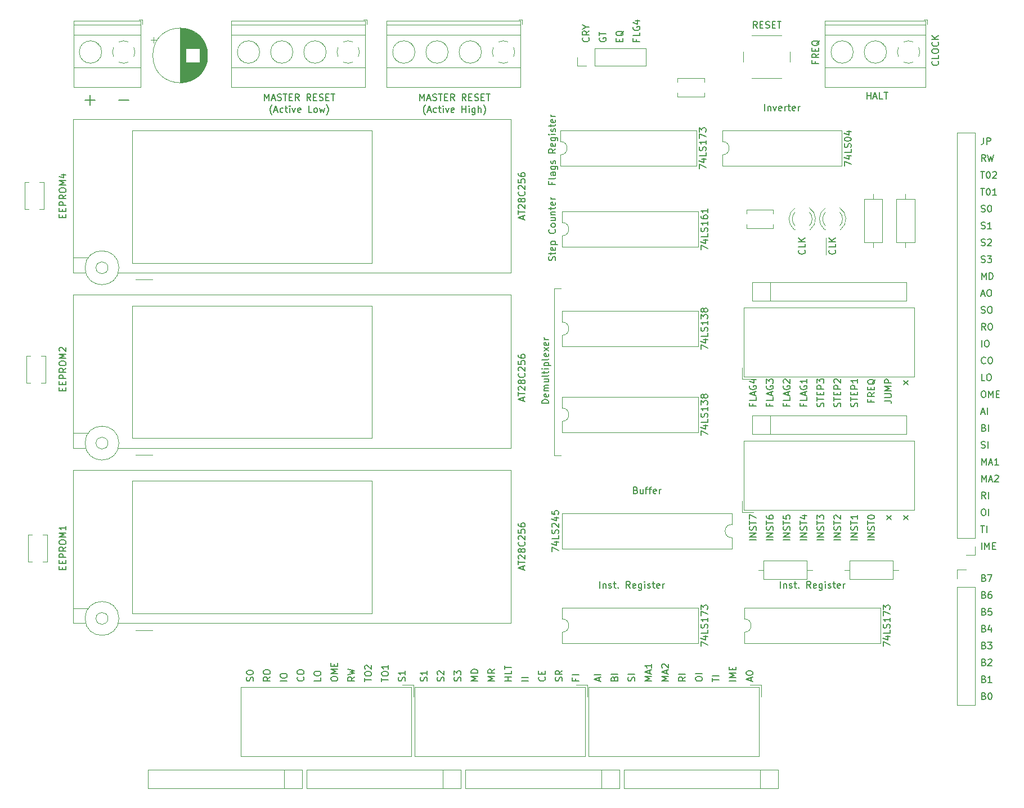
<source format=gbr>
%TF.GenerationSoftware,KiCad,Pcbnew,(5.1.9-0-10_14)*%
%TF.CreationDate,2021-06-20T20:55:53-04:00*%
%TF.ProjectId,control,636f6e74-726f-46c2-9e6b-696361645f70,rev?*%
%TF.SameCoordinates,Original*%
%TF.FileFunction,Legend,Top*%
%TF.FilePolarity,Positive*%
%FSLAX46Y46*%
G04 Gerber Fmt 4.6, Leading zero omitted, Abs format (unit mm)*
G04 Created by KiCad (PCBNEW (5.1.9-0-10_14)) date 2021-06-20 20:55:53*
%MOMM*%
%LPD*%
G01*
G04 APERTURE LIST*
%ADD10C,0.150000*%
%ADD11C,0.120000*%
G04 APERTURE END LIST*
D10*
X143622971Y-38853671D02*
X143622971Y-39187004D01*
X144146780Y-39187004D02*
X143146780Y-39187004D01*
X143146780Y-38710814D01*
X144146780Y-37758433D02*
X143670590Y-38091766D01*
X144146780Y-38329861D02*
X143146780Y-38329861D01*
X143146780Y-37948909D01*
X143194400Y-37853671D01*
X143242019Y-37806052D01*
X143337257Y-37758433D01*
X143480114Y-37758433D01*
X143575352Y-37806052D01*
X143622971Y-37853671D01*
X143670590Y-37948909D01*
X143670590Y-38329861D01*
X143622971Y-37329861D02*
X143622971Y-36996528D01*
X144146780Y-36853671D02*
X144146780Y-37329861D01*
X143146780Y-37329861D01*
X143146780Y-36853671D01*
X144242019Y-35758433D02*
X144194400Y-35853671D01*
X144099161Y-35948909D01*
X143956304Y-36091766D01*
X143908685Y-36187004D01*
X143908685Y-36282242D01*
X144146780Y-36234623D02*
X144099161Y-36329861D01*
X144003923Y-36425100D01*
X143813447Y-36472719D01*
X143480114Y-36472719D01*
X143289638Y-36425100D01*
X143194400Y-36329861D01*
X143146780Y-36234623D01*
X143146780Y-36044147D01*
X143194400Y-35948909D01*
X143289638Y-35853671D01*
X143480114Y-35806052D01*
X143813447Y-35806052D01*
X144003923Y-35853671D01*
X144099161Y-35948909D01*
X144146780Y-36044147D01*
X144146780Y-36234623D01*
X151395995Y-44546980D02*
X151395995Y-43546980D01*
X151395995Y-44023171D02*
X151967423Y-44023171D01*
X151967423Y-44546980D02*
X151967423Y-43546980D01*
X152395995Y-44261266D02*
X152872185Y-44261266D01*
X152300757Y-44546980D02*
X152634090Y-43546980D01*
X152967423Y-44546980D01*
X153776947Y-44546980D02*
X153300757Y-44546980D01*
X153300757Y-43546980D01*
X153967423Y-43546980D02*
X154538852Y-43546980D01*
X154253138Y-44546980D02*
X154253138Y-43546980D01*
X100458780Y-132151004D02*
X99458780Y-132151004D01*
X100458780Y-131674814D02*
X99458780Y-131674814D01*
X102903542Y-131579576D02*
X102951161Y-131627195D01*
X102998780Y-131770052D01*
X102998780Y-131865290D01*
X102951161Y-132008147D01*
X102855923Y-132103385D01*
X102760685Y-132151004D01*
X102570209Y-132198623D01*
X102427352Y-132198623D01*
X102236876Y-132151004D01*
X102141638Y-132103385D01*
X102046400Y-132008147D01*
X101998780Y-131865290D01*
X101998780Y-131770052D01*
X102046400Y-131627195D01*
X102094019Y-131579576D01*
X102474971Y-131151004D02*
X102474971Y-130817671D01*
X102998780Y-130674814D02*
X102998780Y-131151004D01*
X101998780Y-131151004D01*
X101998780Y-130674814D01*
X138376876Y-118206980D02*
X138376876Y-117206980D01*
X138853066Y-117540314D02*
X138853066Y-118206980D01*
X138853066Y-117635552D02*
X138900685Y-117587933D01*
X138995923Y-117540314D01*
X139138780Y-117540314D01*
X139234019Y-117587933D01*
X139281638Y-117683171D01*
X139281638Y-118206980D01*
X139710209Y-118159361D02*
X139805447Y-118206980D01*
X139995923Y-118206980D01*
X140091161Y-118159361D01*
X140138780Y-118064123D01*
X140138780Y-118016504D01*
X140091161Y-117921266D01*
X139995923Y-117873647D01*
X139853066Y-117873647D01*
X139757828Y-117826028D01*
X139710209Y-117730790D01*
X139710209Y-117683171D01*
X139757828Y-117587933D01*
X139853066Y-117540314D01*
X139995923Y-117540314D01*
X140091161Y-117587933D01*
X140424495Y-117540314D02*
X140805447Y-117540314D01*
X140567352Y-117206980D02*
X140567352Y-118064123D01*
X140614971Y-118159361D01*
X140710209Y-118206980D01*
X140805447Y-118206980D01*
X141138780Y-118111742D02*
X141186400Y-118159361D01*
X141138780Y-118206980D01*
X141091161Y-118159361D01*
X141138780Y-118111742D01*
X141138780Y-118206980D01*
X142948304Y-118206980D02*
X142614971Y-117730790D01*
X142376876Y-118206980D02*
X142376876Y-117206980D01*
X142757828Y-117206980D01*
X142853066Y-117254600D01*
X142900685Y-117302219D01*
X142948304Y-117397457D01*
X142948304Y-117540314D01*
X142900685Y-117635552D01*
X142853066Y-117683171D01*
X142757828Y-117730790D01*
X142376876Y-117730790D01*
X143757828Y-118159361D02*
X143662590Y-118206980D01*
X143472114Y-118206980D01*
X143376876Y-118159361D01*
X143329257Y-118064123D01*
X143329257Y-117683171D01*
X143376876Y-117587933D01*
X143472114Y-117540314D01*
X143662590Y-117540314D01*
X143757828Y-117587933D01*
X143805447Y-117683171D01*
X143805447Y-117778409D01*
X143329257Y-117873647D01*
X144662590Y-117540314D02*
X144662590Y-118349838D01*
X144614971Y-118445076D01*
X144567352Y-118492695D01*
X144472114Y-118540314D01*
X144329257Y-118540314D01*
X144234019Y-118492695D01*
X144662590Y-118159361D02*
X144567352Y-118206980D01*
X144376876Y-118206980D01*
X144281638Y-118159361D01*
X144234019Y-118111742D01*
X144186400Y-118016504D01*
X144186400Y-117730790D01*
X144234019Y-117635552D01*
X144281638Y-117587933D01*
X144376876Y-117540314D01*
X144567352Y-117540314D01*
X144662590Y-117587933D01*
X145138780Y-118206980D02*
X145138780Y-117540314D01*
X145138780Y-117206980D02*
X145091161Y-117254600D01*
X145138780Y-117302219D01*
X145186400Y-117254600D01*
X145138780Y-117206980D01*
X145138780Y-117302219D01*
X145567352Y-118159361D02*
X145662590Y-118206980D01*
X145853066Y-118206980D01*
X145948304Y-118159361D01*
X145995923Y-118064123D01*
X145995923Y-118016504D01*
X145948304Y-117921266D01*
X145853066Y-117873647D01*
X145710209Y-117873647D01*
X145614971Y-117826028D01*
X145567352Y-117730790D01*
X145567352Y-117683171D01*
X145614971Y-117587933D01*
X145710209Y-117540314D01*
X145853066Y-117540314D01*
X145948304Y-117587933D01*
X146281638Y-117540314D02*
X146662590Y-117540314D01*
X146424495Y-117206980D02*
X146424495Y-118064123D01*
X146472114Y-118159361D01*
X146567352Y-118206980D01*
X146662590Y-118206980D01*
X147376876Y-118159361D02*
X147281638Y-118206980D01*
X147091161Y-118206980D01*
X146995923Y-118159361D01*
X146948304Y-118064123D01*
X146948304Y-117683171D01*
X146995923Y-117587933D01*
X147091161Y-117540314D01*
X147281638Y-117540314D01*
X147376876Y-117587933D01*
X147424495Y-117683171D01*
X147424495Y-117778409D01*
X146948304Y-117873647D01*
X147853066Y-118206980D02*
X147853066Y-117540314D01*
X147853066Y-117730790D02*
X147900685Y-117635552D01*
X147948304Y-117587933D01*
X148043542Y-117540314D01*
X148138780Y-117540314D01*
X111198876Y-118206980D02*
X111198876Y-117206980D01*
X111675066Y-117540314D02*
X111675066Y-118206980D01*
X111675066Y-117635552D02*
X111722685Y-117587933D01*
X111817923Y-117540314D01*
X111960780Y-117540314D01*
X112056019Y-117587933D01*
X112103638Y-117683171D01*
X112103638Y-118206980D01*
X112532209Y-118159361D02*
X112627447Y-118206980D01*
X112817923Y-118206980D01*
X112913161Y-118159361D01*
X112960780Y-118064123D01*
X112960780Y-118016504D01*
X112913161Y-117921266D01*
X112817923Y-117873647D01*
X112675066Y-117873647D01*
X112579828Y-117826028D01*
X112532209Y-117730790D01*
X112532209Y-117683171D01*
X112579828Y-117587933D01*
X112675066Y-117540314D01*
X112817923Y-117540314D01*
X112913161Y-117587933D01*
X113246495Y-117540314D02*
X113627447Y-117540314D01*
X113389352Y-117206980D02*
X113389352Y-118064123D01*
X113436971Y-118159361D01*
X113532209Y-118206980D01*
X113627447Y-118206980D01*
X113960780Y-118111742D02*
X114008400Y-118159361D01*
X113960780Y-118206980D01*
X113913161Y-118159361D01*
X113960780Y-118111742D01*
X113960780Y-118206980D01*
X115770304Y-118206980D02*
X115436971Y-117730790D01*
X115198876Y-118206980D02*
X115198876Y-117206980D01*
X115579828Y-117206980D01*
X115675066Y-117254600D01*
X115722685Y-117302219D01*
X115770304Y-117397457D01*
X115770304Y-117540314D01*
X115722685Y-117635552D01*
X115675066Y-117683171D01*
X115579828Y-117730790D01*
X115198876Y-117730790D01*
X116579828Y-118159361D02*
X116484590Y-118206980D01*
X116294114Y-118206980D01*
X116198876Y-118159361D01*
X116151257Y-118064123D01*
X116151257Y-117683171D01*
X116198876Y-117587933D01*
X116294114Y-117540314D01*
X116484590Y-117540314D01*
X116579828Y-117587933D01*
X116627447Y-117683171D01*
X116627447Y-117778409D01*
X116151257Y-117873647D01*
X117484590Y-117540314D02*
X117484590Y-118349838D01*
X117436971Y-118445076D01*
X117389352Y-118492695D01*
X117294114Y-118540314D01*
X117151257Y-118540314D01*
X117056019Y-118492695D01*
X117484590Y-118159361D02*
X117389352Y-118206980D01*
X117198876Y-118206980D01*
X117103638Y-118159361D01*
X117056019Y-118111742D01*
X117008400Y-118016504D01*
X117008400Y-117730790D01*
X117056019Y-117635552D01*
X117103638Y-117587933D01*
X117198876Y-117540314D01*
X117389352Y-117540314D01*
X117484590Y-117587933D01*
X117960780Y-118206980D02*
X117960780Y-117540314D01*
X117960780Y-117206980D02*
X117913161Y-117254600D01*
X117960780Y-117302219D01*
X118008400Y-117254600D01*
X117960780Y-117206980D01*
X117960780Y-117302219D01*
X118389352Y-118159361D02*
X118484590Y-118206980D01*
X118675066Y-118206980D01*
X118770304Y-118159361D01*
X118817923Y-118064123D01*
X118817923Y-118016504D01*
X118770304Y-117921266D01*
X118675066Y-117873647D01*
X118532209Y-117873647D01*
X118436971Y-117826028D01*
X118389352Y-117730790D01*
X118389352Y-117683171D01*
X118436971Y-117587933D01*
X118532209Y-117540314D01*
X118675066Y-117540314D01*
X118770304Y-117587933D01*
X119103638Y-117540314D02*
X119484590Y-117540314D01*
X119246495Y-117206980D02*
X119246495Y-118064123D01*
X119294114Y-118159361D01*
X119389352Y-118206980D01*
X119484590Y-118206980D01*
X120198876Y-118159361D02*
X120103638Y-118206980D01*
X119913161Y-118206980D01*
X119817923Y-118159361D01*
X119770304Y-118064123D01*
X119770304Y-117683171D01*
X119817923Y-117587933D01*
X119913161Y-117540314D01*
X120103638Y-117540314D01*
X120198876Y-117587933D01*
X120246495Y-117683171D01*
X120246495Y-117778409D01*
X119770304Y-117873647D01*
X120675066Y-118206980D02*
X120675066Y-117540314D01*
X120675066Y-117730790D02*
X120722685Y-117635552D01*
X120770304Y-117587933D01*
X120865542Y-117540314D01*
X120960780Y-117540314D01*
X116603923Y-103459171D02*
X116746780Y-103506790D01*
X116794400Y-103554409D01*
X116842019Y-103649647D01*
X116842019Y-103792504D01*
X116794400Y-103887742D01*
X116746780Y-103935361D01*
X116651542Y-103982980D01*
X116270590Y-103982980D01*
X116270590Y-102982980D01*
X116603923Y-102982980D01*
X116699161Y-103030600D01*
X116746780Y-103078219D01*
X116794400Y-103173457D01*
X116794400Y-103268695D01*
X116746780Y-103363933D01*
X116699161Y-103411552D01*
X116603923Y-103459171D01*
X116270590Y-103459171D01*
X117699161Y-103316314D02*
X117699161Y-103982980D01*
X117270590Y-103316314D02*
X117270590Y-103840123D01*
X117318209Y-103935361D01*
X117413447Y-103982980D01*
X117556304Y-103982980D01*
X117651542Y-103935361D01*
X117699161Y-103887742D01*
X118032495Y-103316314D02*
X118413447Y-103316314D01*
X118175352Y-103982980D02*
X118175352Y-103125838D01*
X118222971Y-103030600D01*
X118318209Y-102982980D01*
X118413447Y-102982980D01*
X118603923Y-103316314D02*
X118984876Y-103316314D01*
X118746780Y-103982980D02*
X118746780Y-103125838D01*
X118794400Y-103030600D01*
X118889638Y-102982980D01*
X118984876Y-102982980D01*
X119699161Y-103935361D02*
X119603923Y-103982980D01*
X119413447Y-103982980D01*
X119318209Y-103935361D01*
X119270590Y-103840123D01*
X119270590Y-103459171D01*
X119318209Y-103363933D01*
X119413447Y-103316314D01*
X119603923Y-103316314D01*
X119699161Y-103363933D01*
X119746780Y-103459171D01*
X119746780Y-103554409D01*
X119270590Y-103649647D01*
X120175352Y-103982980D02*
X120175352Y-103316314D01*
X120175352Y-103506790D02*
X120222971Y-103411552D01*
X120270590Y-103363933D01*
X120365828Y-103316314D01*
X120461066Y-103316314D01*
X103506780Y-90377552D02*
X102506780Y-90377552D01*
X102506780Y-90139457D01*
X102554400Y-89996600D01*
X102649638Y-89901361D01*
X102744876Y-89853742D01*
X102935352Y-89806123D01*
X103078209Y-89806123D01*
X103268685Y-89853742D01*
X103363923Y-89901361D01*
X103459161Y-89996600D01*
X103506780Y-90139457D01*
X103506780Y-90377552D01*
X103459161Y-88996600D02*
X103506780Y-89091838D01*
X103506780Y-89282314D01*
X103459161Y-89377552D01*
X103363923Y-89425171D01*
X102982971Y-89425171D01*
X102887733Y-89377552D01*
X102840114Y-89282314D01*
X102840114Y-89091838D01*
X102887733Y-88996600D01*
X102982971Y-88948980D01*
X103078209Y-88948980D01*
X103173447Y-89425171D01*
X103506780Y-88520409D02*
X102840114Y-88520409D01*
X102935352Y-88520409D02*
X102887733Y-88472790D01*
X102840114Y-88377552D01*
X102840114Y-88234695D01*
X102887733Y-88139457D01*
X102982971Y-88091838D01*
X103506780Y-88091838D01*
X102982971Y-88091838D02*
X102887733Y-88044219D01*
X102840114Y-87948980D01*
X102840114Y-87806123D01*
X102887733Y-87710885D01*
X102982971Y-87663266D01*
X103506780Y-87663266D01*
X102840114Y-86758504D02*
X103506780Y-86758504D01*
X102840114Y-87187076D02*
X103363923Y-87187076D01*
X103459161Y-87139457D01*
X103506780Y-87044219D01*
X103506780Y-86901361D01*
X103459161Y-86806123D01*
X103411542Y-86758504D01*
X103506780Y-86139457D02*
X103459161Y-86234695D01*
X103363923Y-86282314D01*
X102506780Y-86282314D01*
X102840114Y-85901361D02*
X102840114Y-85520409D01*
X102506780Y-85758504D02*
X103363923Y-85758504D01*
X103459161Y-85710885D01*
X103506780Y-85615647D01*
X103506780Y-85520409D01*
X103506780Y-85187076D02*
X102840114Y-85187076D01*
X102506780Y-85187076D02*
X102554400Y-85234695D01*
X102602019Y-85187076D01*
X102554400Y-85139457D01*
X102506780Y-85187076D01*
X102602019Y-85187076D01*
X102840114Y-84710885D02*
X103840114Y-84710885D01*
X102887733Y-84710885D02*
X102840114Y-84615647D01*
X102840114Y-84425171D01*
X102887733Y-84329933D01*
X102935352Y-84282314D01*
X103030590Y-84234695D01*
X103316304Y-84234695D01*
X103411542Y-84282314D01*
X103459161Y-84329933D01*
X103506780Y-84425171D01*
X103506780Y-84615647D01*
X103459161Y-84710885D01*
X103506780Y-83663266D02*
X103459161Y-83758504D01*
X103363923Y-83806123D01*
X102506780Y-83806123D01*
X103459161Y-82901361D02*
X103506780Y-82996600D01*
X103506780Y-83187076D01*
X103459161Y-83282314D01*
X103363923Y-83329933D01*
X102982971Y-83329933D01*
X102887733Y-83282314D01*
X102840114Y-83187076D01*
X102840114Y-82996600D01*
X102887733Y-82901361D01*
X102982971Y-82853742D01*
X103078209Y-82853742D01*
X103173447Y-83329933D01*
X103506780Y-82520409D02*
X102840114Y-81996600D01*
X102840114Y-82520409D02*
X103506780Y-81996600D01*
X103459161Y-81234695D02*
X103506780Y-81329933D01*
X103506780Y-81520409D01*
X103459161Y-81615647D01*
X103363923Y-81663266D01*
X102982971Y-81663266D01*
X102887733Y-81615647D01*
X102840114Y-81520409D01*
X102840114Y-81329933D01*
X102887733Y-81234695D01*
X102982971Y-81187076D01*
X103078209Y-81187076D01*
X103173447Y-81663266D01*
X103506780Y-80758504D02*
X102840114Y-80758504D01*
X103030590Y-80758504D02*
X102935352Y-80710885D01*
X102887733Y-80663266D01*
X102840114Y-80568028D01*
X102840114Y-80472790D01*
D11*
X104324400Y-98196600D02*
X105340400Y-98196600D01*
X104324400Y-73050600D02*
X104324400Y-98196600D01*
X105340400Y-73050600D02*
X104324400Y-73050600D01*
D10*
X136019161Y-46324980D02*
X136019161Y-45324980D01*
X136495352Y-45658314D02*
X136495352Y-46324980D01*
X136495352Y-45753552D02*
X136542971Y-45705933D01*
X136638209Y-45658314D01*
X136781066Y-45658314D01*
X136876304Y-45705933D01*
X136923923Y-45801171D01*
X136923923Y-46324980D01*
X137304876Y-45658314D02*
X137542971Y-46324980D01*
X137781066Y-45658314D01*
X138542971Y-46277361D02*
X138447733Y-46324980D01*
X138257257Y-46324980D01*
X138162019Y-46277361D01*
X138114400Y-46182123D01*
X138114400Y-45801171D01*
X138162019Y-45705933D01*
X138257257Y-45658314D01*
X138447733Y-45658314D01*
X138542971Y-45705933D01*
X138590590Y-45801171D01*
X138590590Y-45896409D01*
X138114400Y-45991647D01*
X139019161Y-46324980D02*
X139019161Y-45658314D01*
X139019161Y-45848790D02*
X139066780Y-45753552D01*
X139114400Y-45705933D01*
X139209638Y-45658314D01*
X139304876Y-45658314D01*
X139495352Y-45658314D02*
X139876304Y-45658314D01*
X139638209Y-45324980D02*
X139638209Y-46182123D01*
X139685828Y-46277361D01*
X139781066Y-46324980D01*
X139876304Y-46324980D01*
X140590590Y-46277361D02*
X140495352Y-46324980D01*
X140304876Y-46324980D01*
X140209638Y-46277361D01*
X140162019Y-46182123D01*
X140162019Y-45801171D01*
X140209638Y-45705933D01*
X140304876Y-45658314D01*
X140495352Y-45658314D01*
X140590590Y-45705933D01*
X140638209Y-45801171D01*
X140638209Y-45896409D01*
X140162019Y-45991647D01*
X141066780Y-46324980D02*
X141066780Y-45658314D01*
X141066780Y-45848790D02*
X141114400Y-45753552D01*
X141162019Y-45705933D01*
X141257257Y-45658314D01*
X141352495Y-45658314D01*
X104475161Y-68874885D02*
X104522780Y-68732028D01*
X104522780Y-68493933D01*
X104475161Y-68398695D01*
X104427542Y-68351076D01*
X104332304Y-68303457D01*
X104237066Y-68303457D01*
X104141828Y-68351076D01*
X104094209Y-68398695D01*
X104046590Y-68493933D01*
X103998971Y-68684409D01*
X103951352Y-68779647D01*
X103903733Y-68827266D01*
X103808495Y-68874885D01*
X103713257Y-68874885D01*
X103618019Y-68827266D01*
X103570400Y-68779647D01*
X103522780Y-68684409D01*
X103522780Y-68446314D01*
X103570400Y-68303457D01*
X103856114Y-68017742D02*
X103856114Y-67636790D01*
X103522780Y-67874885D02*
X104379923Y-67874885D01*
X104475161Y-67827266D01*
X104522780Y-67732028D01*
X104522780Y-67636790D01*
X104475161Y-66922504D02*
X104522780Y-67017742D01*
X104522780Y-67208219D01*
X104475161Y-67303457D01*
X104379923Y-67351076D01*
X103998971Y-67351076D01*
X103903733Y-67303457D01*
X103856114Y-67208219D01*
X103856114Y-67017742D01*
X103903733Y-66922504D01*
X103998971Y-66874885D01*
X104094209Y-66874885D01*
X104189447Y-67351076D01*
X103856114Y-66446314D02*
X104856114Y-66446314D01*
X103903733Y-66446314D02*
X103856114Y-66351076D01*
X103856114Y-66160600D01*
X103903733Y-66065361D01*
X103951352Y-66017742D01*
X104046590Y-65970123D01*
X104332304Y-65970123D01*
X104427542Y-66017742D01*
X104475161Y-66065361D01*
X104522780Y-66160600D01*
X104522780Y-66351076D01*
X104475161Y-66446314D01*
X104427542Y-64208219D02*
X104475161Y-64255838D01*
X104522780Y-64398695D01*
X104522780Y-64493933D01*
X104475161Y-64636790D01*
X104379923Y-64732028D01*
X104284685Y-64779647D01*
X104094209Y-64827266D01*
X103951352Y-64827266D01*
X103760876Y-64779647D01*
X103665638Y-64732028D01*
X103570400Y-64636790D01*
X103522780Y-64493933D01*
X103522780Y-64398695D01*
X103570400Y-64255838D01*
X103618019Y-64208219D01*
X104522780Y-63636790D02*
X104475161Y-63732028D01*
X104427542Y-63779647D01*
X104332304Y-63827266D01*
X104046590Y-63827266D01*
X103951352Y-63779647D01*
X103903733Y-63732028D01*
X103856114Y-63636790D01*
X103856114Y-63493933D01*
X103903733Y-63398695D01*
X103951352Y-63351076D01*
X104046590Y-63303457D01*
X104332304Y-63303457D01*
X104427542Y-63351076D01*
X104475161Y-63398695D01*
X104522780Y-63493933D01*
X104522780Y-63636790D01*
X103856114Y-62446314D02*
X104522780Y-62446314D01*
X103856114Y-62874885D02*
X104379923Y-62874885D01*
X104475161Y-62827266D01*
X104522780Y-62732028D01*
X104522780Y-62589171D01*
X104475161Y-62493933D01*
X104427542Y-62446314D01*
X103856114Y-61970123D02*
X104522780Y-61970123D01*
X103951352Y-61970123D02*
X103903733Y-61922504D01*
X103856114Y-61827266D01*
X103856114Y-61684409D01*
X103903733Y-61589171D01*
X103998971Y-61541552D01*
X104522780Y-61541552D01*
X103856114Y-61208219D02*
X103856114Y-60827266D01*
X103522780Y-61065361D02*
X104379923Y-61065361D01*
X104475161Y-61017742D01*
X104522780Y-60922504D01*
X104522780Y-60827266D01*
X104475161Y-60112980D02*
X104522780Y-60208219D01*
X104522780Y-60398695D01*
X104475161Y-60493933D01*
X104379923Y-60541552D01*
X103998971Y-60541552D01*
X103903733Y-60493933D01*
X103856114Y-60398695D01*
X103856114Y-60208219D01*
X103903733Y-60112980D01*
X103998971Y-60065361D01*
X104094209Y-60065361D01*
X104189447Y-60541552D01*
X104522780Y-59636790D02*
X103856114Y-59636790D01*
X104046590Y-59636790D02*
X103951352Y-59589171D01*
X103903733Y-59541552D01*
X103856114Y-59446314D01*
X103856114Y-59351076D01*
X103998971Y-57079742D02*
X103998971Y-57413076D01*
X104522780Y-57413076D02*
X103522780Y-57413076D01*
X103522780Y-56936885D01*
X104522780Y-56413076D02*
X104475161Y-56508314D01*
X104379923Y-56555933D01*
X103522780Y-56555933D01*
X104522780Y-55603552D02*
X103998971Y-55603552D01*
X103903733Y-55651171D01*
X103856114Y-55746409D01*
X103856114Y-55936885D01*
X103903733Y-56032123D01*
X104475161Y-55603552D02*
X104522780Y-55698790D01*
X104522780Y-55936885D01*
X104475161Y-56032123D01*
X104379923Y-56079742D01*
X104284685Y-56079742D01*
X104189447Y-56032123D01*
X104141828Y-55936885D01*
X104141828Y-55698790D01*
X104094209Y-55603552D01*
X103856114Y-54698790D02*
X104665638Y-54698790D01*
X104760876Y-54746409D01*
X104808495Y-54794028D01*
X104856114Y-54889266D01*
X104856114Y-55032123D01*
X104808495Y-55127361D01*
X104475161Y-54698790D02*
X104522780Y-54794028D01*
X104522780Y-54984504D01*
X104475161Y-55079742D01*
X104427542Y-55127361D01*
X104332304Y-55174980D01*
X104046590Y-55174980D01*
X103951352Y-55127361D01*
X103903733Y-55079742D01*
X103856114Y-54984504D01*
X103856114Y-54794028D01*
X103903733Y-54698790D01*
X104475161Y-54270219D02*
X104522780Y-54174980D01*
X104522780Y-53984504D01*
X104475161Y-53889266D01*
X104379923Y-53841647D01*
X104332304Y-53841647D01*
X104237066Y-53889266D01*
X104189447Y-53984504D01*
X104189447Y-54127361D01*
X104141828Y-54222600D01*
X104046590Y-54270219D01*
X103998971Y-54270219D01*
X103903733Y-54222600D01*
X103856114Y-54127361D01*
X103856114Y-53984504D01*
X103903733Y-53889266D01*
X104522780Y-52079742D02*
X104046590Y-52413076D01*
X104522780Y-52651171D02*
X103522780Y-52651171D01*
X103522780Y-52270219D01*
X103570400Y-52174980D01*
X103618019Y-52127361D01*
X103713257Y-52079742D01*
X103856114Y-52079742D01*
X103951352Y-52127361D01*
X103998971Y-52174980D01*
X104046590Y-52270219D01*
X104046590Y-52651171D01*
X104475161Y-51270219D02*
X104522780Y-51365457D01*
X104522780Y-51555933D01*
X104475161Y-51651171D01*
X104379923Y-51698790D01*
X103998971Y-51698790D01*
X103903733Y-51651171D01*
X103856114Y-51555933D01*
X103856114Y-51365457D01*
X103903733Y-51270219D01*
X103998971Y-51222600D01*
X104094209Y-51222600D01*
X104189447Y-51698790D01*
X103856114Y-50365457D02*
X104665638Y-50365457D01*
X104760876Y-50413076D01*
X104808495Y-50460695D01*
X104856114Y-50555933D01*
X104856114Y-50698790D01*
X104808495Y-50794028D01*
X104475161Y-50365457D02*
X104522780Y-50460695D01*
X104522780Y-50651171D01*
X104475161Y-50746409D01*
X104427542Y-50794028D01*
X104332304Y-50841647D01*
X104046590Y-50841647D01*
X103951352Y-50794028D01*
X103903733Y-50746409D01*
X103856114Y-50651171D01*
X103856114Y-50460695D01*
X103903733Y-50365457D01*
X104522780Y-49889266D02*
X103856114Y-49889266D01*
X103522780Y-49889266D02*
X103570400Y-49936885D01*
X103618019Y-49889266D01*
X103570400Y-49841647D01*
X103522780Y-49889266D01*
X103618019Y-49889266D01*
X104475161Y-49460695D02*
X104522780Y-49365457D01*
X104522780Y-49174980D01*
X104475161Y-49079742D01*
X104379923Y-49032123D01*
X104332304Y-49032123D01*
X104237066Y-49079742D01*
X104189447Y-49174980D01*
X104189447Y-49317838D01*
X104141828Y-49413076D01*
X104046590Y-49460695D01*
X103998971Y-49460695D01*
X103903733Y-49413076D01*
X103856114Y-49317838D01*
X103856114Y-49174980D01*
X103903733Y-49079742D01*
X103856114Y-48746409D02*
X103856114Y-48365457D01*
X103522780Y-48603552D02*
X104379923Y-48603552D01*
X104475161Y-48555933D01*
X104522780Y-48460695D01*
X104522780Y-48365457D01*
X104475161Y-47651171D02*
X104522780Y-47746409D01*
X104522780Y-47936885D01*
X104475161Y-48032123D01*
X104379923Y-48079742D01*
X103998971Y-48079742D01*
X103903733Y-48032123D01*
X103856114Y-47936885D01*
X103856114Y-47746409D01*
X103903733Y-47651171D01*
X103998971Y-47603552D01*
X104094209Y-47603552D01*
X104189447Y-48079742D01*
X104522780Y-47174980D02*
X103856114Y-47174980D01*
X104046590Y-47174980D02*
X103951352Y-47127361D01*
X103903733Y-47079742D01*
X103856114Y-46984504D01*
X103856114Y-46889266D01*
X169001328Y-134447171D02*
X169144185Y-134494790D01*
X169191804Y-134542409D01*
X169239423Y-134637647D01*
X169239423Y-134780504D01*
X169191804Y-134875742D01*
X169144185Y-134923361D01*
X169048947Y-134970980D01*
X168667995Y-134970980D01*
X168667995Y-133970980D01*
X169001328Y-133970980D01*
X169096566Y-134018600D01*
X169144185Y-134066219D01*
X169191804Y-134161457D01*
X169191804Y-134256695D01*
X169144185Y-134351933D01*
X169096566Y-134399552D01*
X169001328Y-134447171D01*
X168667995Y-134447171D01*
X169858471Y-133970980D02*
X169953709Y-133970980D01*
X170048947Y-134018600D01*
X170096566Y-134066219D01*
X170144185Y-134161457D01*
X170191804Y-134351933D01*
X170191804Y-134590028D01*
X170144185Y-134780504D01*
X170096566Y-134875742D01*
X170048947Y-134923361D01*
X169953709Y-134970980D01*
X169858471Y-134970980D01*
X169763233Y-134923361D01*
X169715614Y-134875742D01*
X169667995Y-134780504D01*
X169620376Y-134590028D01*
X169620376Y-134351933D01*
X169667995Y-134161457D01*
X169715614Y-134066219D01*
X169763233Y-134018600D01*
X169858471Y-133970980D01*
X169001328Y-131907171D02*
X169144185Y-131954790D01*
X169191804Y-132002409D01*
X169239423Y-132097647D01*
X169239423Y-132240504D01*
X169191804Y-132335742D01*
X169144185Y-132383361D01*
X169048947Y-132430980D01*
X168667995Y-132430980D01*
X168667995Y-131430980D01*
X169001328Y-131430980D01*
X169096566Y-131478600D01*
X169144185Y-131526219D01*
X169191804Y-131621457D01*
X169191804Y-131716695D01*
X169144185Y-131811933D01*
X169096566Y-131859552D01*
X169001328Y-131907171D01*
X168667995Y-131907171D01*
X170191804Y-132430980D02*
X169620376Y-132430980D01*
X169906090Y-132430980D02*
X169906090Y-131430980D01*
X169810852Y-131573838D01*
X169715614Y-131669076D01*
X169620376Y-131716695D01*
X169001328Y-129367171D02*
X169144185Y-129414790D01*
X169191804Y-129462409D01*
X169239423Y-129557647D01*
X169239423Y-129700504D01*
X169191804Y-129795742D01*
X169144185Y-129843361D01*
X169048947Y-129890980D01*
X168667995Y-129890980D01*
X168667995Y-128890980D01*
X169001328Y-128890980D01*
X169096566Y-128938600D01*
X169144185Y-128986219D01*
X169191804Y-129081457D01*
X169191804Y-129176695D01*
X169144185Y-129271933D01*
X169096566Y-129319552D01*
X169001328Y-129367171D01*
X168667995Y-129367171D01*
X169620376Y-128986219D02*
X169667995Y-128938600D01*
X169763233Y-128890980D01*
X170001328Y-128890980D01*
X170096566Y-128938600D01*
X170144185Y-128986219D01*
X170191804Y-129081457D01*
X170191804Y-129176695D01*
X170144185Y-129319552D01*
X169572757Y-129890980D01*
X170191804Y-129890980D01*
X169001328Y-126827171D02*
X169144185Y-126874790D01*
X169191804Y-126922409D01*
X169239423Y-127017647D01*
X169239423Y-127160504D01*
X169191804Y-127255742D01*
X169144185Y-127303361D01*
X169048947Y-127350980D01*
X168667995Y-127350980D01*
X168667995Y-126350980D01*
X169001328Y-126350980D01*
X169096566Y-126398600D01*
X169144185Y-126446219D01*
X169191804Y-126541457D01*
X169191804Y-126636695D01*
X169144185Y-126731933D01*
X169096566Y-126779552D01*
X169001328Y-126827171D01*
X168667995Y-126827171D01*
X169572757Y-126350980D02*
X170191804Y-126350980D01*
X169858471Y-126731933D01*
X170001328Y-126731933D01*
X170096566Y-126779552D01*
X170144185Y-126827171D01*
X170191804Y-126922409D01*
X170191804Y-127160504D01*
X170144185Y-127255742D01*
X170096566Y-127303361D01*
X170001328Y-127350980D01*
X169715614Y-127350980D01*
X169620376Y-127303361D01*
X169572757Y-127255742D01*
X169001328Y-124287171D02*
X169144185Y-124334790D01*
X169191804Y-124382409D01*
X169239423Y-124477647D01*
X169239423Y-124620504D01*
X169191804Y-124715742D01*
X169144185Y-124763361D01*
X169048947Y-124810980D01*
X168667995Y-124810980D01*
X168667995Y-123810980D01*
X169001328Y-123810980D01*
X169096566Y-123858600D01*
X169144185Y-123906219D01*
X169191804Y-124001457D01*
X169191804Y-124096695D01*
X169144185Y-124191933D01*
X169096566Y-124239552D01*
X169001328Y-124287171D01*
X168667995Y-124287171D01*
X170096566Y-124144314D02*
X170096566Y-124810980D01*
X169858471Y-123763361D02*
X169620376Y-124477647D01*
X170239423Y-124477647D01*
X169001328Y-121747171D02*
X169144185Y-121794790D01*
X169191804Y-121842409D01*
X169239423Y-121937647D01*
X169239423Y-122080504D01*
X169191804Y-122175742D01*
X169144185Y-122223361D01*
X169048947Y-122270980D01*
X168667995Y-122270980D01*
X168667995Y-121270980D01*
X169001328Y-121270980D01*
X169096566Y-121318600D01*
X169144185Y-121366219D01*
X169191804Y-121461457D01*
X169191804Y-121556695D01*
X169144185Y-121651933D01*
X169096566Y-121699552D01*
X169001328Y-121747171D01*
X168667995Y-121747171D01*
X170144185Y-121270980D02*
X169667995Y-121270980D01*
X169620376Y-121747171D01*
X169667995Y-121699552D01*
X169763233Y-121651933D01*
X170001328Y-121651933D01*
X170096566Y-121699552D01*
X170144185Y-121747171D01*
X170191804Y-121842409D01*
X170191804Y-122080504D01*
X170144185Y-122175742D01*
X170096566Y-122223361D01*
X170001328Y-122270980D01*
X169763233Y-122270980D01*
X169667995Y-122223361D01*
X169620376Y-122175742D01*
X169001328Y-119207171D02*
X169144185Y-119254790D01*
X169191804Y-119302409D01*
X169239423Y-119397647D01*
X169239423Y-119540504D01*
X169191804Y-119635742D01*
X169144185Y-119683361D01*
X169048947Y-119730980D01*
X168667995Y-119730980D01*
X168667995Y-118730980D01*
X169001328Y-118730980D01*
X169096566Y-118778600D01*
X169144185Y-118826219D01*
X169191804Y-118921457D01*
X169191804Y-119016695D01*
X169144185Y-119111933D01*
X169096566Y-119159552D01*
X169001328Y-119207171D01*
X168667995Y-119207171D01*
X170096566Y-118730980D02*
X169906090Y-118730980D01*
X169810852Y-118778600D01*
X169763233Y-118826219D01*
X169667995Y-118969076D01*
X169620376Y-119159552D01*
X169620376Y-119540504D01*
X169667995Y-119635742D01*
X169715614Y-119683361D01*
X169810852Y-119730980D01*
X170001328Y-119730980D01*
X170096566Y-119683361D01*
X170144185Y-119635742D01*
X170191804Y-119540504D01*
X170191804Y-119302409D01*
X170144185Y-119207171D01*
X170096566Y-119159552D01*
X170001328Y-119111933D01*
X169810852Y-119111933D01*
X169715614Y-119159552D01*
X169667995Y-119207171D01*
X169620376Y-119302409D01*
X169001328Y-116667171D02*
X169144185Y-116714790D01*
X169191804Y-116762409D01*
X169239423Y-116857647D01*
X169239423Y-117000504D01*
X169191804Y-117095742D01*
X169144185Y-117143361D01*
X169048947Y-117190980D01*
X168667995Y-117190980D01*
X168667995Y-116190980D01*
X169001328Y-116190980D01*
X169096566Y-116238600D01*
X169144185Y-116286219D01*
X169191804Y-116381457D01*
X169191804Y-116476695D01*
X169144185Y-116571933D01*
X169096566Y-116619552D01*
X169001328Y-116667171D01*
X168667995Y-116667171D01*
X169572757Y-116190980D02*
X170239423Y-116190980D01*
X169810852Y-117190980D01*
X168667995Y-112364980D02*
X168667995Y-111364980D01*
X169144185Y-112364980D02*
X169144185Y-111364980D01*
X169477519Y-112079266D01*
X169810852Y-111364980D01*
X169810852Y-112364980D01*
X170287042Y-111841171D02*
X170620376Y-111841171D01*
X170763233Y-112364980D02*
X170287042Y-112364980D01*
X170287042Y-111364980D01*
X170763233Y-111364980D01*
X168525138Y-108824980D02*
X169096566Y-108824980D01*
X168810852Y-109824980D02*
X168810852Y-108824980D01*
X169429900Y-109824980D02*
X169429900Y-108824980D01*
X168858471Y-106284980D02*
X169048947Y-106284980D01*
X169144185Y-106332600D01*
X169239423Y-106427838D01*
X169287042Y-106618314D01*
X169287042Y-106951647D01*
X169239423Y-107142123D01*
X169144185Y-107237361D01*
X169048947Y-107284980D01*
X168858471Y-107284980D01*
X168763233Y-107237361D01*
X168667995Y-107142123D01*
X168620376Y-106951647D01*
X168620376Y-106618314D01*
X168667995Y-106427838D01*
X168763233Y-106332600D01*
X168858471Y-106284980D01*
X169715614Y-107284980D02*
X169715614Y-106284980D01*
X169239423Y-104744980D02*
X168906090Y-104268790D01*
X168667995Y-104744980D02*
X168667995Y-103744980D01*
X169048947Y-103744980D01*
X169144185Y-103792600D01*
X169191804Y-103840219D01*
X169239423Y-103935457D01*
X169239423Y-104078314D01*
X169191804Y-104173552D01*
X169144185Y-104221171D01*
X169048947Y-104268790D01*
X168667995Y-104268790D01*
X169667995Y-104744980D02*
X169667995Y-103744980D01*
X168667995Y-102204980D02*
X168667995Y-101204980D01*
X169001328Y-101919266D01*
X169334661Y-101204980D01*
X169334661Y-102204980D01*
X169763233Y-101919266D02*
X170239423Y-101919266D01*
X169667995Y-102204980D02*
X170001328Y-101204980D01*
X170334661Y-102204980D01*
X170620376Y-101300219D02*
X170667995Y-101252600D01*
X170763233Y-101204980D01*
X171001328Y-101204980D01*
X171096566Y-101252600D01*
X171144185Y-101300219D01*
X171191804Y-101395457D01*
X171191804Y-101490695D01*
X171144185Y-101633552D01*
X170572757Y-102204980D01*
X171191804Y-102204980D01*
X168667995Y-99664980D02*
X168667995Y-98664980D01*
X169001328Y-99379266D01*
X169334661Y-98664980D01*
X169334661Y-99664980D01*
X169763233Y-99379266D02*
X170239423Y-99379266D01*
X169667995Y-99664980D02*
X170001328Y-98664980D01*
X170334661Y-99664980D01*
X171191804Y-99664980D02*
X170620376Y-99664980D01*
X170906090Y-99664980D02*
X170906090Y-98664980D01*
X170810852Y-98807838D01*
X170715614Y-98903076D01*
X170620376Y-98950695D01*
X168620376Y-97077361D02*
X168763233Y-97124980D01*
X169001328Y-97124980D01*
X169096566Y-97077361D01*
X169144185Y-97029742D01*
X169191804Y-96934504D01*
X169191804Y-96839266D01*
X169144185Y-96744028D01*
X169096566Y-96696409D01*
X169001328Y-96648790D01*
X168810852Y-96601171D01*
X168715614Y-96553552D01*
X168667995Y-96505933D01*
X168620376Y-96410695D01*
X168620376Y-96315457D01*
X168667995Y-96220219D01*
X168715614Y-96172600D01*
X168810852Y-96124980D01*
X169048947Y-96124980D01*
X169191804Y-96172600D01*
X169620376Y-97124980D02*
X169620376Y-96124980D01*
X169001328Y-94061171D02*
X169144185Y-94108790D01*
X169191804Y-94156409D01*
X169239423Y-94251647D01*
X169239423Y-94394504D01*
X169191804Y-94489742D01*
X169144185Y-94537361D01*
X169048947Y-94584980D01*
X168667995Y-94584980D01*
X168667995Y-93584980D01*
X169001328Y-93584980D01*
X169096566Y-93632600D01*
X169144185Y-93680219D01*
X169191804Y-93775457D01*
X169191804Y-93870695D01*
X169144185Y-93965933D01*
X169096566Y-94013552D01*
X169001328Y-94061171D01*
X168667995Y-94061171D01*
X169667995Y-94584980D02*
X169667995Y-93584980D01*
X168620376Y-91759266D02*
X169096566Y-91759266D01*
X168525138Y-92044980D02*
X168858471Y-91044980D01*
X169191804Y-92044980D01*
X169525138Y-92044980D02*
X169525138Y-91044980D01*
X168858471Y-88504980D02*
X169048947Y-88504980D01*
X169144185Y-88552600D01*
X169239423Y-88647838D01*
X169287042Y-88838314D01*
X169287042Y-89171647D01*
X169239423Y-89362123D01*
X169144185Y-89457361D01*
X169048947Y-89504980D01*
X168858471Y-89504980D01*
X168763233Y-89457361D01*
X168667995Y-89362123D01*
X168620376Y-89171647D01*
X168620376Y-88838314D01*
X168667995Y-88647838D01*
X168763233Y-88552600D01*
X168858471Y-88504980D01*
X169715614Y-89504980D02*
X169715614Y-88504980D01*
X170048947Y-89219266D01*
X170382280Y-88504980D01*
X170382280Y-89504980D01*
X170858471Y-88981171D02*
X171191804Y-88981171D01*
X171334661Y-89504980D02*
X170858471Y-89504980D01*
X170858471Y-88504980D01*
X171334661Y-88504980D01*
X169144185Y-86964980D02*
X168667995Y-86964980D01*
X168667995Y-85964980D01*
X169667995Y-85964980D02*
X169858471Y-85964980D01*
X169953709Y-86012600D01*
X170048947Y-86107838D01*
X170096566Y-86298314D01*
X170096566Y-86631647D01*
X170048947Y-86822123D01*
X169953709Y-86917361D01*
X169858471Y-86964980D01*
X169667995Y-86964980D01*
X169572757Y-86917361D01*
X169477519Y-86822123D01*
X169429900Y-86631647D01*
X169429900Y-86298314D01*
X169477519Y-86107838D01*
X169572757Y-86012600D01*
X169667995Y-85964980D01*
X169239423Y-84329742D02*
X169191804Y-84377361D01*
X169048947Y-84424980D01*
X168953709Y-84424980D01*
X168810852Y-84377361D01*
X168715614Y-84282123D01*
X168667995Y-84186885D01*
X168620376Y-83996409D01*
X168620376Y-83853552D01*
X168667995Y-83663076D01*
X168715614Y-83567838D01*
X168810852Y-83472600D01*
X168953709Y-83424980D01*
X169048947Y-83424980D01*
X169191804Y-83472600D01*
X169239423Y-83520219D01*
X169858471Y-83424980D02*
X170048947Y-83424980D01*
X170144185Y-83472600D01*
X170239423Y-83567838D01*
X170287042Y-83758314D01*
X170287042Y-84091647D01*
X170239423Y-84282123D01*
X170144185Y-84377361D01*
X170048947Y-84424980D01*
X169858471Y-84424980D01*
X169763233Y-84377361D01*
X169667995Y-84282123D01*
X169620376Y-84091647D01*
X169620376Y-83758314D01*
X169667995Y-83567838D01*
X169763233Y-83472600D01*
X169858471Y-83424980D01*
X168667995Y-81884980D02*
X168667995Y-80884980D01*
X169334661Y-80884980D02*
X169525138Y-80884980D01*
X169620376Y-80932600D01*
X169715614Y-81027838D01*
X169763233Y-81218314D01*
X169763233Y-81551647D01*
X169715614Y-81742123D01*
X169620376Y-81837361D01*
X169525138Y-81884980D01*
X169334661Y-81884980D01*
X169239423Y-81837361D01*
X169144185Y-81742123D01*
X169096566Y-81551647D01*
X169096566Y-81218314D01*
X169144185Y-81027838D01*
X169239423Y-80932600D01*
X169334661Y-80884980D01*
X169239423Y-79344980D02*
X168906090Y-78868790D01*
X168667995Y-79344980D02*
X168667995Y-78344980D01*
X169048947Y-78344980D01*
X169144185Y-78392600D01*
X169191804Y-78440219D01*
X169239423Y-78535457D01*
X169239423Y-78678314D01*
X169191804Y-78773552D01*
X169144185Y-78821171D01*
X169048947Y-78868790D01*
X168667995Y-78868790D01*
X169858471Y-78344980D02*
X170048947Y-78344980D01*
X170144185Y-78392600D01*
X170239423Y-78487838D01*
X170287042Y-78678314D01*
X170287042Y-79011647D01*
X170239423Y-79202123D01*
X170144185Y-79297361D01*
X170048947Y-79344980D01*
X169858471Y-79344980D01*
X169763233Y-79297361D01*
X169667995Y-79202123D01*
X169620376Y-79011647D01*
X169620376Y-78678314D01*
X169667995Y-78487838D01*
X169763233Y-78392600D01*
X169858471Y-78344980D01*
X168620376Y-76757361D02*
X168763233Y-76804980D01*
X169001328Y-76804980D01*
X169096566Y-76757361D01*
X169144185Y-76709742D01*
X169191804Y-76614504D01*
X169191804Y-76519266D01*
X169144185Y-76424028D01*
X169096566Y-76376409D01*
X169001328Y-76328790D01*
X168810852Y-76281171D01*
X168715614Y-76233552D01*
X168667995Y-76185933D01*
X168620376Y-76090695D01*
X168620376Y-75995457D01*
X168667995Y-75900219D01*
X168715614Y-75852600D01*
X168810852Y-75804980D01*
X169048947Y-75804980D01*
X169191804Y-75852600D01*
X169810852Y-75804980D02*
X170001328Y-75804980D01*
X170096566Y-75852600D01*
X170191804Y-75947838D01*
X170239423Y-76138314D01*
X170239423Y-76471647D01*
X170191804Y-76662123D01*
X170096566Y-76757361D01*
X170001328Y-76804980D01*
X169810852Y-76804980D01*
X169715614Y-76757361D01*
X169620376Y-76662123D01*
X169572757Y-76471647D01*
X169572757Y-76138314D01*
X169620376Y-75947838D01*
X169715614Y-75852600D01*
X169810852Y-75804980D01*
X168620376Y-73979266D02*
X169096566Y-73979266D01*
X168525138Y-74264980D02*
X168858471Y-73264980D01*
X169191804Y-74264980D01*
X169715614Y-73264980D02*
X169906090Y-73264980D01*
X170001328Y-73312600D01*
X170096566Y-73407838D01*
X170144185Y-73598314D01*
X170144185Y-73931647D01*
X170096566Y-74122123D01*
X170001328Y-74217361D01*
X169906090Y-74264980D01*
X169715614Y-74264980D01*
X169620376Y-74217361D01*
X169525138Y-74122123D01*
X169477519Y-73931647D01*
X169477519Y-73598314D01*
X169525138Y-73407838D01*
X169620376Y-73312600D01*
X169715614Y-73264980D01*
X168667995Y-71724980D02*
X168667995Y-70724980D01*
X169001328Y-71439266D01*
X169334661Y-70724980D01*
X169334661Y-71724980D01*
X169810852Y-71724980D02*
X169810852Y-70724980D01*
X170048947Y-70724980D01*
X170191804Y-70772600D01*
X170287042Y-70867838D01*
X170334661Y-70963076D01*
X170382280Y-71153552D01*
X170382280Y-71296409D01*
X170334661Y-71486885D01*
X170287042Y-71582123D01*
X170191804Y-71677361D01*
X170048947Y-71724980D01*
X169810852Y-71724980D01*
X168620376Y-69137361D02*
X168763233Y-69184980D01*
X169001328Y-69184980D01*
X169096566Y-69137361D01*
X169144185Y-69089742D01*
X169191804Y-68994504D01*
X169191804Y-68899266D01*
X169144185Y-68804028D01*
X169096566Y-68756409D01*
X169001328Y-68708790D01*
X168810852Y-68661171D01*
X168715614Y-68613552D01*
X168667995Y-68565933D01*
X168620376Y-68470695D01*
X168620376Y-68375457D01*
X168667995Y-68280219D01*
X168715614Y-68232600D01*
X168810852Y-68184980D01*
X169048947Y-68184980D01*
X169191804Y-68232600D01*
X169525138Y-68184980D02*
X170144185Y-68184980D01*
X169810852Y-68565933D01*
X169953709Y-68565933D01*
X170048947Y-68613552D01*
X170096566Y-68661171D01*
X170144185Y-68756409D01*
X170144185Y-68994504D01*
X170096566Y-69089742D01*
X170048947Y-69137361D01*
X169953709Y-69184980D01*
X169667995Y-69184980D01*
X169572757Y-69137361D01*
X169525138Y-69089742D01*
X168620376Y-66597361D02*
X168763233Y-66644980D01*
X169001328Y-66644980D01*
X169096566Y-66597361D01*
X169144185Y-66549742D01*
X169191804Y-66454504D01*
X169191804Y-66359266D01*
X169144185Y-66264028D01*
X169096566Y-66216409D01*
X169001328Y-66168790D01*
X168810852Y-66121171D01*
X168715614Y-66073552D01*
X168667995Y-66025933D01*
X168620376Y-65930695D01*
X168620376Y-65835457D01*
X168667995Y-65740219D01*
X168715614Y-65692600D01*
X168810852Y-65644980D01*
X169048947Y-65644980D01*
X169191804Y-65692600D01*
X169572757Y-65740219D02*
X169620376Y-65692600D01*
X169715614Y-65644980D01*
X169953709Y-65644980D01*
X170048947Y-65692600D01*
X170096566Y-65740219D01*
X170144185Y-65835457D01*
X170144185Y-65930695D01*
X170096566Y-66073552D01*
X169525138Y-66644980D01*
X170144185Y-66644980D01*
X168620376Y-64057361D02*
X168763233Y-64104980D01*
X169001328Y-64104980D01*
X169096566Y-64057361D01*
X169144185Y-64009742D01*
X169191804Y-63914504D01*
X169191804Y-63819266D01*
X169144185Y-63724028D01*
X169096566Y-63676409D01*
X169001328Y-63628790D01*
X168810852Y-63581171D01*
X168715614Y-63533552D01*
X168667995Y-63485933D01*
X168620376Y-63390695D01*
X168620376Y-63295457D01*
X168667995Y-63200219D01*
X168715614Y-63152600D01*
X168810852Y-63104980D01*
X169048947Y-63104980D01*
X169191804Y-63152600D01*
X170144185Y-64104980D02*
X169572757Y-64104980D01*
X169858471Y-64104980D02*
X169858471Y-63104980D01*
X169763233Y-63247838D01*
X169667995Y-63343076D01*
X169572757Y-63390695D01*
X168620376Y-61517361D02*
X168763233Y-61564980D01*
X169001328Y-61564980D01*
X169096566Y-61517361D01*
X169144185Y-61469742D01*
X169191804Y-61374504D01*
X169191804Y-61279266D01*
X169144185Y-61184028D01*
X169096566Y-61136409D01*
X169001328Y-61088790D01*
X168810852Y-61041171D01*
X168715614Y-60993552D01*
X168667995Y-60945933D01*
X168620376Y-60850695D01*
X168620376Y-60755457D01*
X168667995Y-60660219D01*
X168715614Y-60612600D01*
X168810852Y-60564980D01*
X169048947Y-60564980D01*
X169191804Y-60612600D01*
X169810852Y-60564980D02*
X169906090Y-60564980D01*
X170001328Y-60612600D01*
X170048947Y-60660219D01*
X170096566Y-60755457D01*
X170144185Y-60945933D01*
X170144185Y-61184028D01*
X170096566Y-61374504D01*
X170048947Y-61469742D01*
X170001328Y-61517361D01*
X169906090Y-61564980D01*
X169810852Y-61564980D01*
X169715614Y-61517361D01*
X169667995Y-61469742D01*
X169620376Y-61374504D01*
X169572757Y-61184028D01*
X169572757Y-60945933D01*
X169620376Y-60755457D01*
X169667995Y-60660219D01*
X169715614Y-60612600D01*
X169810852Y-60564980D01*
X168525138Y-58024980D02*
X169096566Y-58024980D01*
X168810852Y-59024980D02*
X168810852Y-58024980D01*
X169620376Y-58024980D02*
X169715614Y-58024980D01*
X169810852Y-58072600D01*
X169858471Y-58120219D01*
X169906090Y-58215457D01*
X169953709Y-58405933D01*
X169953709Y-58644028D01*
X169906090Y-58834504D01*
X169858471Y-58929742D01*
X169810852Y-58977361D01*
X169715614Y-59024980D01*
X169620376Y-59024980D01*
X169525138Y-58977361D01*
X169477519Y-58929742D01*
X169429900Y-58834504D01*
X169382280Y-58644028D01*
X169382280Y-58405933D01*
X169429900Y-58215457D01*
X169477519Y-58120219D01*
X169525138Y-58072600D01*
X169620376Y-58024980D01*
X170906090Y-59024980D02*
X170334661Y-59024980D01*
X170620376Y-59024980D02*
X170620376Y-58024980D01*
X170525138Y-58167838D01*
X170429900Y-58263076D01*
X170334661Y-58310695D01*
X168525138Y-55484980D02*
X169096566Y-55484980D01*
X168810852Y-56484980D02*
X168810852Y-55484980D01*
X169620376Y-55484980D02*
X169715614Y-55484980D01*
X169810852Y-55532600D01*
X169858471Y-55580219D01*
X169906090Y-55675457D01*
X169953709Y-55865933D01*
X169953709Y-56104028D01*
X169906090Y-56294504D01*
X169858471Y-56389742D01*
X169810852Y-56437361D01*
X169715614Y-56484980D01*
X169620376Y-56484980D01*
X169525138Y-56437361D01*
X169477519Y-56389742D01*
X169429900Y-56294504D01*
X169382280Y-56104028D01*
X169382280Y-55865933D01*
X169429900Y-55675457D01*
X169477519Y-55580219D01*
X169525138Y-55532600D01*
X169620376Y-55484980D01*
X170334661Y-55580219D02*
X170382280Y-55532600D01*
X170477519Y-55484980D01*
X170715614Y-55484980D01*
X170810852Y-55532600D01*
X170858471Y-55580219D01*
X170906090Y-55675457D01*
X170906090Y-55770695D01*
X170858471Y-55913552D01*
X170287042Y-56484980D01*
X170906090Y-56484980D01*
X169239423Y-53944980D02*
X168906090Y-53468790D01*
X168667995Y-53944980D02*
X168667995Y-52944980D01*
X169048947Y-52944980D01*
X169144185Y-52992600D01*
X169191804Y-53040219D01*
X169239423Y-53135457D01*
X169239423Y-53278314D01*
X169191804Y-53373552D01*
X169144185Y-53421171D01*
X169048947Y-53468790D01*
X168667995Y-53468790D01*
X169572757Y-52944980D02*
X169810852Y-53944980D01*
X170001328Y-53230695D01*
X170191804Y-53944980D01*
X170429900Y-52944980D01*
X168953709Y-50404980D02*
X168953709Y-51119266D01*
X168906090Y-51262123D01*
X168810852Y-51357361D01*
X168667995Y-51404980D01*
X168572757Y-51404980D01*
X169429900Y-51404980D02*
X169429900Y-50404980D01*
X169810852Y-50404980D01*
X169906090Y-50452600D01*
X169953709Y-50500219D01*
X170001328Y-50595457D01*
X170001328Y-50738314D01*
X169953709Y-50833552D01*
X169906090Y-50881171D01*
X169810852Y-50928790D01*
X169429900Y-50928790D01*
X157608780Y-87536504D02*
X156942114Y-87012695D01*
X156942114Y-87536504D02*
X157608780Y-87012695D01*
X157608780Y-107856504D02*
X156942114Y-107332695D01*
X156942114Y-107856504D02*
X157608780Y-107332695D01*
X155068780Y-107856504D02*
X154402114Y-107332695D01*
X154402114Y-107856504D02*
X155068780Y-107332695D01*
X81869161Y-132198623D02*
X81916780Y-132055766D01*
X81916780Y-131817671D01*
X81869161Y-131722433D01*
X81821542Y-131674814D01*
X81726304Y-131627195D01*
X81631066Y-131627195D01*
X81535828Y-131674814D01*
X81488209Y-131722433D01*
X81440590Y-131817671D01*
X81392971Y-132008147D01*
X81345352Y-132103385D01*
X81297733Y-132151004D01*
X81202495Y-132198623D01*
X81107257Y-132198623D01*
X81012019Y-132151004D01*
X80964400Y-132103385D01*
X80916780Y-132008147D01*
X80916780Y-131770052D01*
X80964400Y-131627195D01*
X81916780Y-130674814D02*
X81916780Y-131246242D01*
X81916780Y-130960528D02*
X80916780Y-130960528D01*
X81059638Y-131055766D01*
X81154876Y-131151004D01*
X81202495Y-131246242D01*
X78376780Y-132293861D02*
X78376780Y-131722433D01*
X79376780Y-132008147D02*
X78376780Y-132008147D01*
X78376780Y-131198623D02*
X78376780Y-131008147D01*
X78424400Y-130912909D01*
X78519638Y-130817671D01*
X78710114Y-130770052D01*
X79043447Y-130770052D01*
X79233923Y-130817671D01*
X79329161Y-130912909D01*
X79376780Y-131008147D01*
X79376780Y-131198623D01*
X79329161Y-131293861D01*
X79233923Y-131389100D01*
X79043447Y-131436719D01*
X78710114Y-131436719D01*
X78519638Y-131389100D01*
X78424400Y-131293861D01*
X78376780Y-131198623D01*
X79376780Y-129817671D02*
X79376780Y-130389100D01*
X79376780Y-130103385D02*
X78376780Y-130103385D01*
X78519638Y-130198623D01*
X78614876Y-130293861D01*
X78662495Y-130389100D01*
X75836780Y-132293861D02*
X75836780Y-131722433D01*
X76836780Y-132008147D02*
X75836780Y-132008147D01*
X75836780Y-131198623D02*
X75836780Y-131008147D01*
X75884400Y-130912909D01*
X75979638Y-130817671D01*
X76170114Y-130770052D01*
X76503447Y-130770052D01*
X76693923Y-130817671D01*
X76789161Y-130912909D01*
X76836780Y-131008147D01*
X76836780Y-131198623D01*
X76789161Y-131293861D01*
X76693923Y-131389100D01*
X76503447Y-131436719D01*
X76170114Y-131436719D01*
X75979638Y-131389100D01*
X75884400Y-131293861D01*
X75836780Y-131198623D01*
X75932019Y-130389100D02*
X75884400Y-130341480D01*
X75836780Y-130246242D01*
X75836780Y-130008147D01*
X75884400Y-129912909D01*
X75932019Y-129865290D01*
X76027257Y-129817671D01*
X76122495Y-129817671D01*
X76265352Y-129865290D01*
X76836780Y-130436719D01*
X76836780Y-129817671D01*
X74296780Y-131579576D02*
X73820590Y-131912909D01*
X74296780Y-132151004D02*
X73296780Y-132151004D01*
X73296780Y-131770052D01*
X73344400Y-131674814D01*
X73392019Y-131627195D01*
X73487257Y-131579576D01*
X73630114Y-131579576D01*
X73725352Y-131627195D01*
X73772971Y-131674814D01*
X73820590Y-131770052D01*
X73820590Y-132151004D01*
X73296780Y-131246242D02*
X74296780Y-131008147D01*
X73582495Y-130817671D01*
X74296780Y-130627195D01*
X73296780Y-130389100D01*
X70756780Y-131960528D02*
X70756780Y-131770052D01*
X70804400Y-131674814D01*
X70899638Y-131579576D01*
X71090114Y-131531957D01*
X71423447Y-131531957D01*
X71613923Y-131579576D01*
X71709161Y-131674814D01*
X71756780Y-131770052D01*
X71756780Y-131960528D01*
X71709161Y-132055766D01*
X71613923Y-132151004D01*
X71423447Y-132198623D01*
X71090114Y-132198623D01*
X70899638Y-132151004D01*
X70804400Y-132055766D01*
X70756780Y-131960528D01*
X71756780Y-131103385D02*
X70756780Y-131103385D01*
X71471066Y-130770052D01*
X70756780Y-130436719D01*
X71756780Y-130436719D01*
X71232971Y-129960528D02*
X71232971Y-129627195D01*
X71756780Y-129484338D02*
X71756780Y-129960528D01*
X70756780Y-129960528D01*
X70756780Y-129484338D01*
X69216780Y-131674814D02*
X69216780Y-132151004D01*
X68216780Y-132151004D01*
X68216780Y-131151004D02*
X68216780Y-130960528D01*
X68264400Y-130865290D01*
X68359638Y-130770052D01*
X68550114Y-130722433D01*
X68883447Y-130722433D01*
X69073923Y-130770052D01*
X69169161Y-130865290D01*
X69216780Y-130960528D01*
X69216780Y-131151004D01*
X69169161Y-131246242D01*
X69073923Y-131341480D01*
X68883447Y-131389100D01*
X68550114Y-131389100D01*
X68359638Y-131341480D01*
X68264400Y-131246242D01*
X68216780Y-131151004D01*
X66581542Y-131579576D02*
X66629161Y-131627195D01*
X66676780Y-131770052D01*
X66676780Y-131865290D01*
X66629161Y-132008147D01*
X66533923Y-132103385D01*
X66438685Y-132151004D01*
X66248209Y-132198623D01*
X66105352Y-132198623D01*
X65914876Y-132151004D01*
X65819638Y-132103385D01*
X65724400Y-132008147D01*
X65676780Y-131865290D01*
X65676780Y-131770052D01*
X65724400Y-131627195D01*
X65772019Y-131579576D01*
X65676780Y-130960528D02*
X65676780Y-130770052D01*
X65724400Y-130674814D01*
X65819638Y-130579576D01*
X66010114Y-130531957D01*
X66343447Y-130531957D01*
X66533923Y-130579576D01*
X66629161Y-130674814D01*
X66676780Y-130770052D01*
X66676780Y-130960528D01*
X66629161Y-131055766D01*
X66533923Y-131151004D01*
X66343447Y-131198623D01*
X66010114Y-131198623D01*
X65819638Y-131151004D01*
X65724400Y-131055766D01*
X65676780Y-130960528D01*
X64136780Y-132151004D02*
X63136780Y-132151004D01*
X63136780Y-131484338D02*
X63136780Y-131293861D01*
X63184400Y-131198623D01*
X63279638Y-131103385D01*
X63470114Y-131055766D01*
X63803447Y-131055766D01*
X63993923Y-131103385D01*
X64089161Y-131198623D01*
X64136780Y-131293861D01*
X64136780Y-131484338D01*
X64089161Y-131579576D01*
X63993923Y-131674814D01*
X63803447Y-131722433D01*
X63470114Y-131722433D01*
X63279638Y-131674814D01*
X63184400Y-131579576D01*
X63136780Y-131484338D01*
X61596780Y-131579576D02*
X61120590Y-131912909D01*
X61596780Y-132151004D02*
X60596780Y-132151004D01*
X60596780Y-131770052D01*
X60644400Y-131674814D01*
X60692019Y-131627195D01*
X60787257Y-131579576D01*
X60930114Y-131579576D01*
X61025352Y-131627195D01*
X61072971Y-131674814D01*
X61120590Y-131770052D01*
X61120590Y-132151004D01*
X60596780Y-130960528D02*
X60596780Y-130770052D01*
X60644400Y-130674814D01*
X60739638Y-130579576D01*
X60930114Y-130531957D01*
X61263447Y-130531957D01*
X61453923Y-130579576D01*
X61549161Y-130674814D01*
X61596780Y-130770052D01*
X61596780Y-130960528D01*
X61549161Y-131055766D01*
X61453923Y-131151004D01*
X61263447Y-131198623D01*
X60930114Y-131198623D01*
X60739638Y-131151004D01*
X60644400Y-131055766D01*
X60596780Y-130960528D01*
X59009161Y-132198623D02*
X59056780Y-132055766D01*
X59056780Y-131817671D01*
X59009161Y-131722433D01*
X58961542Y-131674814D01*
X58866304Y-131627195D01*
X58771066Y-131627195D01*
X58675828Y-131674814D01*
X58628209Y-131722433D01*
X58580590Y-131817671D01*
X58532971Y-132008147D01*
X58485352Y-132103385D01*
X58437733Y-132151004D01*
X58342495Y-132198623D01*
X58247257Y-132198623D01*
X58152019Y-132151004D01*
X58104400Y-132103385D01*
X58056780Y-132008147D01*
X58056780Y-131770052D01*
X58104400Y-131627195D01*
X58056780Y-131008147D02*
X58056780Y-130817671D01*
X58104400Y-130722433D01*
X58199638Y-130627195D01*
X58390114Y-130579576D01*
X58723447Y-130579576D01*
X58913923Y-130627195D01*
X59009161Y-130722433D01*
X59056780Y-130817671D01*
X59056780Y-131008147D01*
X59009161Y-131103385D01*
X58913923Y-131198623D01*
X58723447Y-131246242D01*
X58390114Y-131246242D01*
X58199638Y-131198623D01*
X58104400Y-131103385D01*
X58056780Y-131008147D01*
X107554971Y-131817671D02*
X107554971Y-132151004D01*
X108078780Y-132151004D02*
X107078780Y-132151004D01*
X107078780Y-131674814D01*
X108078780Y-131293861D02*
X107078780Y-131293861D01*
X105491161Y-132198623D02*
X105538780Y-132055766D01*
X105538780Y-131817671D01*
X105491161Y-131722433D01*
X105443542Y-131674814D01*
X105348304Y-131627195D01*
X105253066Y-131627195D01*
X105157828Y-131674814D01*
X105110209Y-131722433D01*
X105062590Y-131817671D01*
X105014971Y-132008147D01*
X104967352Y-132103385D01*
X104919733Y-132151004D01*
X104824495Y-132198623D01*
X104729257Y-132198623D01*
X104634019Y-132151004D01*
X104586400Y-132103385D01*
X104538780Y-132008147D01*
X104538780Y-131770052D01*
X104586400Y-131627195D01*
X105538780Y-130627195D02*
X105062590Y-130960528D01*
X105538780Y-131198623D02*
X104538780Y-131198623D01*
X104538780Y-130817671D01*
X104586400Y-130722433D01*
X104634019Y-130674814D01*
X104729257Y-130627195D01*
X104872114Y-130627195D01*
X104967352Y-130674814D01*
X105014971Y-130722433D01*
X105062590Y-130817671D01*
X105062590Y-131198623D01*
X97918780Y-132151004D02*
X96918780Y-132151004D01*
X97394971Y-132151004D02*
X97394971Y-131579576D01*
X97918780Y-131579576D02*
X96918780Y-131579576D01*
X97918780Y-130627195D02*
X97918780Y-131103385D01*
X96918780Y-131103385D01*
X96918780Y-130436719D02*
X96918780Y-129865290D01*
X97918780Y-130151004D02*
X96918780Y-130151004D01*
X95378780Y-132151004D02*
X94378780Y-132151004D01*
X95093066Y-131817671D01*
X94378780Y-131484338D01*
X95378780Y-131484338D01*
X95378780Y-130436719D02*
X94902590Y-130770052D01*
X95378780Y-131008147D02*
X94378780Y-131008147D01*
X94378780Y-130627195D01*
X94426400Y-130531957D01*
X94474019Y-130484338D01*
X94569257Y-130436719D01*
X94712114Y-130436719D01*
X94807352Y-130484338D01*
X94854971Y-130531957D01*
X94902590Y-130627195D01*
X94902590Y-131008147D01*
X92838780Y-132151004D02*
X91838780Y-132151004D01*
X92553066Y-131817671D01*
X91838780Y-131484338D01*
X92838780Y-131484338D01*
X92838780Y-131008147D02*
X91838780Y-131008147D01*
X91838780Y-130770052D01*
X91886400Y-130627195D01*
X91981638Y-130531957D01*
X92076876Y-130484338D01*
X92267352Y-130436719D01*
X92410209Y-130436719D01*
X92600685Y-130484338D01*
X92695923Y-130531957D01*
X92791161Y-130627195D01*
X92838780Y-130770052D01*
X92838780Y-131008147D01*
X90251161Y-132198623D02*
X90298780Y-132055766D01*
X90298780Y-131817671D01*
X90251161Y-131722433D01*
X90203542Y-131674814D01*
X90108304Y-131627195D01*
X90013066Y-131627195D01*
X89917828Y-131674814D01*
X89870209Y-131722433D01*
X89822590Y-131817671D01*
X89774971Y-132008147D01*
X89727352Y-132103385D01*
X89679733Y-132151004D01*
X89584495Y-132198623D01*
X89489257Y-132198623D01*
X89394019Y-132151004D01*
X89346400Y-132103385D01*
X89298780Y-132008147D01*
X89298780Y-131770052D01*
X89346400Y-131627195D01*
X89298780Y-131293861D02*
X89298780Y-130674814D01*
X89679733Y-131008147D01*
X89679733Y-130865290D01*
X89727352Y-130770052D01*
X89774971Y-130722433D01*
X89870209Y-130674814D01*
X90108304Y-130674814D01*
X90203542Y-130722433D01*
X90251161Y-130770052D01*
X90298780Y-130865290D01*
X90298780Y-131151004D01*
X90251161Y-131246242D01*
X90203542Y-131293861D01*
X87711161Y-132198623D02*
X87758780Y-132055766D01*
X87758780Y-131817671D01*
X87711161Y-131722433D01*
X87663542Y-131674814D01*
X87568304Y-131627195D01*
X87473066Y-131627195D01*
X87377828Y-131674814D01*
X87330209Y-131722433D01*
X87282590Y-131817671D01*
X87234971Y-132008147D01*
X87187352Y-132103385D01*
X87139733Y-132151004D01*
X87044495Y-132198623D01*
X86949257Y-132198623D01*
X86854019Y-132151004D01*
X86806400Y-132103385D01*
X86758780Y-132008147D01*
X86758780Y-131770052D01*
X86806400Y-131627195D01*
X86854019Y-131246242D02*
X86806400Y-131198623D01*
X86758780Y-131103385D01*
X86758780Y-130865290D01*
X86806400Y-130770052D01*
X86854019Y-130722433D01*
X86949257Y-130674814D01*
X87044495Y-130674814D01*
X87187352Y-130722433D01*
X87758780Y-131293861D01*
X87758780Y-130674814D01*
X85171161Y-132198623D02*
X85218780Y-132055766D01*
X85218780Y-131817671D01*
X85171161Y-131722433D01*
X85123542Y-131674814D01*
X85028304Y-131627195D01*
X84933066Y-131627195D01*
X84837828Y-131674814D01*
X84790209Y-131722433D01*
X84742590Y-131817671D01*
X84694971Y-132008147D01*
X84647352Y-132103385D01*
X84599733Y-132151004D01*
X84504495Y-132198623D01*
X84409257Y-132198623D01*
X84314019Y-132151004D01*
X84266400Y-132103385D01*
X84218780Y-132008147D01*
X84218780Y-131770052D01*
X84266400Y-131627195D01*
X85218780Y-130674814D02*
X85218780Y-131246242D01*
X85218780Y-130960528D02*
X84218780Y-130960528D01*
X84361638Y-131055766D01*
X84456876Y-131151004D01*
X84504495Y-131246242D01*
X133955066Y-132198623D02*
X133955066Y-131722433D01*
X134240780Y-132293861D02*
X133240780Y-131960528D01*
X134240780Y-131627195D01*
X133240780Y-131103385D02*
X133240780Y-130912909D01*
X133288400Y-130817671D01*
X133383638Y-130722433D01*
X133574114Y-130674814D01*
X133907447Y-130674814D01*
X134097923Y-130722433D01*
X134193161Y-130817671D01*
X134240780Y-130912909D01*
X134240780Y-131103385D01*
X134193161Y-131198623D01*
X134097923Y-131293861D01*
X133907447Y-131341480D01*
X133574114Y-131341480D01*
X133383638Y-131293861D01*
X133288400Y-131198623D01*
X133240780Y-131103385D01*
X131700780Y-132151004D02*
X130700780Y-132151004D01*
X131700780Y-131674814D02*
X130700780Y-131674814D01*
X131415066Y-131341480D01*
X130700780Y-131008147D01*
X131700780Y-131008147D01*
X131176971Y-130531957D02*
X131176971Y-130198623D01*
X131700780Y-130055766D02*
X131700780Y-130531957D01*
X130700780Y-130531957D01*
X130700780Y-130055766D01*
X128160780Y-132293861D02*
X128160780Y-131722433D01*
X129160780Y-132008147D02*
X128160780Y-132008147D01*
X129160780Y-131389100D02*
X128160780Y-131389100D01*
X125620780Y-131960528D02*
X125620780Y-131770052D01*
X125668400Y-131674814D01*
X125763638Y-131579576D01*
X125954114Y-131531957D01*
X126287447Y-131531957D01*
X126477923Y-131579576D01*
X126573161Y-131674814D01*
X126620780Y-131770052D01*
X126620780Y-131960528D01*
X126573161Y-132055766D01*
X126477923Y-132151004D01*
X126287447Y-132198623D01*
X125954114Y-132198623D01*
X125763638Y-132151004D01*
X125668400Y-132055766D01*
X125620780Y-131960528D01*
X126620780Y-131103385D02*
X125620780Y-131103385D01*
X124080780Y-131579576D02*
X123604590Y-131912909D01*
X124080780Y-132151004D02*
X123080780Y-132151004D01*
X123080780Y-131770052D01*
X123128400Y-131674814D01*
X123176019Y-131627195D01*
X123271257Y-131579576D01*
X123414114Y-131579576D01*
X123509352Y-131627195D01*
X123556971Y-131674814D01*
X123604590Y-131770052D01*
X123604590Y-132151004D01*
X124080780Y-131151004D02*
X123080780Y-131151004D01*
X121540780Y-132151004D02*
X120540780Y-132151004D01*
X121255066Y-131817671D01*
X120540780Y-131484338D01*
X121540780Y-131484338D01*
X121255066Y-131055766D02*
X121255066Y-130579576D01*
X121540780Y-131151004D02*
X120540780Y-130817671D01*
X121540780Y-130484338D01*
X120636019Y-130198623D02*
X120588400Y-130151004D01*
X120540780Y-130055766D01*
X120540780Y-129817671D01*
X120588400Y-129722433D01*
X120636019Y-129674814D01*
X120731257Y-129627195D01*
X120826495Y-129627195D01*
X120969352Y-129674814D01*
X121540780Y-130246242D01*
X121540780Y-129627195D01*
X119000780Y-132151004D02*
X118000780Y-132151004D01*
X118715066Y-131817671D01*
X118000780Y-131484338D01*
X119000780Y-131484338D01*
X118715066Y-131055766D02*
X118715066Y-130579576D01*
X119000780Y-131151004D02*
X118000780Y-130817671D01*
X119000780Y-130484338D01*
X119000780Y-129627195D02*
X119000780Y-130198623D01*
X119000780Y-129912909D02*
X118000780Y-129912909D01*
X118143638Y-130008147D01*
X118238876Y-130103385D01*
X118286495Y-130198623D01*
X116413161Y-132198623D02*
X116460780Y-132055766D01*
X116460780Y-131817671D01*
X116413161Y-131722433D01*
X116365542Y-131674814D01*
X116270304Y-131627195D01*
X116175066Y-131627195D01*
X116079828Y-131674814D01*
X116032209Y-131722433D01*
X115984590Y-131817671D01*
X115936971Y-132008147D01*
X115889352Y-132103385D01*
X115841733Y-132151004D01*
X115746495Y-132198623D01*
X115651257Y-132198623D01*
X115556019Y-132151004D01*
X115508400Y-132103385D01*
X115460780Y-132008147D01*
X115460780Y-131770052D01*
X115508400Y-131627195D01*
X116460780Y-131198623D02*
X115460780Y-131198623D01*
X113396971Y-131817671D02*
X113444590Y-131674814D01*
X113492209Y-131627195D01*
X113587447Y-131579576D01*
X113730304Y-131579576D01*
X113825542Y-131627195D01*
X113873161Y-131674814D01*
X113920780Y-131770052D01*
X113920780Y-132151004D01*
X112920780Y-132151004D01*
X112920780Y-131817671D01*
X112968400Y-131722433D01*
X113016019Y-131674814D01*
X113111257Y-131627195D01*
X113206495Y-131627195D01*
X113301733Y-131674814D01*
X113349352Y-131722433D01*
X113396971Y-131817671D01*
X113396971Y-132151004D01*
X113920780Y-131151004D02*
X112920780Y-131151004D01*
X111095066Y-132198623D02*
X111095066Y-131722433D01*
X111380780Y-132293861D02*
X110380780Y-131960528D01*
X111380780Y-131627195D01*
X111380780Y-131293861D02*
X110380780Y-131293861D01*
D11*
X145218400Y-67970600D02*
X145218400Y-67716600D01*
D10*
X134224971Y-90465266D02*
X134224971Y-90798600D01*
X134748780Y-90798600D02*
X133748780Y-90798600D01*
X133748780Y-90322409D01*
X134748780Y-89465266D02*
X134748780Y-89941457D01*
X133748780Y-89941457D01*
X134463066Y-89179552D02*
X134463066Y-88703361D01*
X134748780Y-89274790D02*
X133748780Y-88941457D01*
X134748780Y-88608123D01*
X133796400Y-87750980D02*
X133748780Y-87846219D01*
X133748780Y-87989076D01*
X133796400Y-88131933D01*
X133891638Y-88227171D01*
X133986876Y-88274790D01*
X134177352Y-88322409D01*
X134320209Y-88322409D01*
X134510685Y-88274790D01*
X134605923Y-88227171D01*
X134701161Y-88131933D01*
X134748780Y-87989076D01*
X134748780Y-87893838D01*
X134701161Y-87750980D01*
X134653542Y-87703361D01*
X134320209Y-87703361D01*
X134320209Y-87893838D01*
X134082114Y-86846219D02*
X134748780Y-86846219D01*
X133701161Y-87084314D02*
X134415447Y-87322409D01*
X134415447Y-86703361D01*
X136764971Y-90465266D02*
X136764971Y-90798600D01*
X137288780Y-90798600D02*
X136288780Y-90798600D01*
X136288780Y-90322409D01*
X137288780Y-89465266D02*
X137288780Y-89941457D01*
X136288780Y-89941457D01*
X137003066Y-89179552D02*
X137003066Y-88703361D01*
X137288780Y-89274790D02*
X136288780Y-88941457D01*
X137288780Y-88608123D01*
X136336400Y-87750980D02*
X136288780Y-87846219D01*
X136288780Y-87989076D01*
X136336400Y-88131933D01*
X136431638Y-88227171D01*
X136526876Y-88274790D01*
X136717352Y-88322409D01*
X136860209Y-88322409D01*
X137050685Y-88274790D01*
X137145923Y-88227171D01*
X137241161Y-88131933D01*
X137288780Y-87989076D01*
X137288780Y-87893838D01*
X137241161Y-87750980D01*
X137193542Y-87703361D01*
X136860209Y-87703361D01*
X136860209Y-87893838D01*
X136288780Y-87370028D02*
X136288780Y-86750980D01*
X136669733Y-87084314D01*
X136669733Y-86941457D01*
X136717352Y-86846219D01*
X136764971Y-86798600D01*
X136860209Y-86750980D01*
X137098304Y-86750980D01*
X137193542Y-86798600D01*
X137241161Y-86846219D01*
X137288780Y-86941457D01*
X137288780Y-87227171D01*
X137241161Y-87322409D01*
X137193542Y-87370028D01*
X152528780Y-110975742D02*
X151528780Y-110975742D01*
X152528780Y-110499552D02*
X151528780Y-110499552D01*
X152528780Y-109928123D01*
X151528780Y-109928123D01*
X152481161Y-109499552D02*
X152528780Y-109356695D01*
X152528780Y-109118600D01*
X152481161Y-109023361D01*
X152433542Y-108975742D01*
X152338304Y-108928123D01*
X152243066Y-108928123D01*
X152147828Y-108975742D01*
X152100209Y-109023361D01*
X152052590Y-109118600D01*
X152004971Y-109309076D01*
X151957352Y-109404314D01*
X151909733Y-109451933D01*
X151814495Y-109499552D01*
X151719257Y-109499552D01*
X151624019Y-109451933D01*
X151576400Y-109404314D01*
X151528780Y-109309076D01*
X151528780Y-109070980D01*
X151576400Y-108928123D01*
X151528780Y-108642409D02*
X151528780Y-108070980D01*
X152528780Y-108356695D02*
X151528780Y-108356695D01*
X151528780Y-107547171D02*
X151528780Y-107451933D01*
X151576400Y-107356695D01*
X151624019Y-107309076D01*
X151719257Y-107261457D01*
X151909733Y-107213838D01*
X152147828Y-107213838D01*
X152338304Y-107261457D01*
X152433542Y-107309076D01*
X152481161Y-107356695D01*
X152528780Y-107451933D01*
X152528780Y-107547171D01*
X152481161Y-107642409D01*
X152433542Y-107690028D01*
X152338304Y-107737647D01*
X152147828Y-107785266D01*
X151909733Y-107785266D01*
X151719257Y-107737647D01*
X151624019Y-107690028D01*
X151576400Y-107642409D01*
X151528780Y-107547171D01*
X149988780Y-110975742D02*
X148988780Y-110975742D01*
X149988780Y-110499552D02*
X148988780Y-110499552D01*
X149988780Y-109928123D01*
X148988780Y-109928123D01*
X149941161Y-109499552D02*
X149988780Y-109356695D01*
X149988780Y-109118600D01*
X149941161Y-109023361D01*
X149893542Y-108975742D01*
X149798304Y-108928123D01*
X149703066Y-108928123D01*
X149607828Y-108975742D01*
X149560209Y-109023361D01*
X149512590Y-109118600D01*
X149464971Y-109309076D01*
X149417352Y-109404314D01*
X149369733Y-109451933D01*
X149274495Y-109499552D01*
X149179257Y-109499552D01*
X149084019Y-109451933D01*
X149036400Y-109404314D01*
X148988780Y-109309076D01*
X148988780Y-109070980D01*
X149036400Y-108928123D01*
X148988780Y-108642409D02*
X148988780Y-108070980D01*
X149988780Y-108356695D02*
X148988780Y-108356695D01*
X149988780Y-107213838D02*
X149988780Y-107785266D01*
X149988780Y-107499552D02*
X148988780Y-107499552D01*
X149131638Y-107594790D01*
X149226876Y-107690028D01*
X149274495Y-107785266D01*
X147448780Y-110975742D02*
X146448780Y-110975742D01*
X147448780Y-110499552D02*
X146448780Y-110499552D01*
X147448780Y-109928123D01*
X146448780Y-109928123D01*
X147401161Y-109499552D02*
X147448780Y-109356695D01*
X147448780Y-109118600D01*
X147401161Y-109023361D01*
X147353542Y-108975742D01*
X147258304Y-108928123D01*
X147163066Y-108928123D01*
X147067828Y-108975742D01*
X147020209Y-109023361D01*
X146972590Y-109118600D01*
X146924971Y-109309076D01*
X146877352Y-109404314D01*
X146829733Y-109451933D01*
X146734495Y-109499552D01*
X146639257Y-109499552D01*
X146544019Y-109451933D01*
X146496400Y-109404314D01*
X146448780Y-109309076D01*
X146448780Y-109070980D01*
X146496400Y-108928123D01*
X146448780Y-108642409D02*
X146448780Y-108070980D01*
X147448780Y-108356695D02*
X146448780Y-108356695D01*
X146544019Y-107785266D02*
X146496400Y-107737647D01*
X146448780Y-107642409D01*
X146448780Y-107404314D01*
X146496400Y-107309076D01*
X146544019Y-107261457D01*
X146639257Y-107213838D01*
X146734495Y-107213838D01*
X146877352Y-107261457D01*
X147448780Y-107832885D01*
X147448780Y-107213838D01*
X144908780Y-110975742D02*
X143908780Y-110975742D01*
X144908780Y-110499552D02*
X143908780Y-110499552D01*
X144908780Y-109928123D01*
X143908780Y-109928123D01*
X144861161Y-109499552D02*
X144908780Y-109356695D01*
X144908780Y-109118600D01*
X144861161Y-109023361D01*
X144813542Y-108975742D01*
X144718304Y-108928123D01*
X144623066Y-108928123D01*
X144527828Y-108975742D01*
X144480209Y-109023361D01*
X144432590Y-109118600D01*
X144384971Y-109309076D01*
X144337352Y-109404314D01*
X144289733Y-109451933D01*
X144194495Y-109499552D01*
X144099257Y-109499552D01*
X144004019Y-109451933D01*
X143956400Y-109404314D01*
X143908780Y-109309076D01*
X143908780Y-109070980D01*
X143956400Y-108928123D01*
X143908780Y-108642409D02*
X143908780Y-108070980D01*
X144908780Y-108356695D02*
X143908780Y-108356695D01*
X143908780Y-107832885D02*
X143908780Y-107213838D01*
X144289733Y-107547171D01*
X144289733Y-107404314D01*
X144337352Y-107309076D01*
X144384971Y-107261457D01*
X144480209Y-107213838D01*
X144718304Y-107213838D01*
X144813542Y-107261457D01*
X144861161Y-107309076D01*
X144908780Y-107404314D01*
X144908780Y-107690028D01*
X144861161Y-107785266D01*
X144813542Y-107832885D01*
X142368780Y-110975742D02*
X141368780Y-110975742D01*
X142368780Y-110499552D02*
X141368780Y-110499552D01*
X142368780Y-109928123D01*
X141368780Y-109928123D01*
X142321161Y-109499552D02*
X142368780Y-109356695D01*
X142368780Y-109118600D01*
X142321161Y-109023361D01*
X142273542Y-108975742D01*
X142178304Y-108928123D01*
X142083066Y-108928123D01*
X141987828Y-108975742D01*
X141940209Y-109023361D01*
X141892590Y-109118600D01*
X141844971Y-109309076D01*
X141797352Y-109404314D01*
X141749733Y-109451933D01*
X141654495Y-109499552D01*
X141559257Y-109499552D01*
X141464019Y-109451933D01*
X141416400Y-109404314D01*
X141368780Y-109309076D01*
X141368780Y-109070980D01*
X141416400Y-108928123D01*
X141368780Y-108642409D02*
X141368780Y-108070980D01*
X142368780Y-108356695D02*
X141368780Y-108356695D01*
X141702114Y-107309076D02*
X142368780Y-107309076D01*
X141321161Y-107547171D02*
X142035447Y-107785266D01*
X142035447Y-107166219D01*
X139828780Y-110975742D02*
X138828780Y-110975742D01*
X139828780Y-110499552D02*
X138828780Y-110499552D01*
X139828780Y-109928123D01*
X138828780Y-109928123D01*
X139781161Y-109499552D02*
X139828780Y-109356695D01*
X139828780Y-109118600D01*
X139781161Y-109023361D01*
X139733542Y-108975742D01*
X139638304Y-108928123D01*
X139543066Y-108928123D01*
X139447828Y-108975742D01*
X139400209Y-109023361D01*
X139352590Y-109118600D01*
X139304971Y-109309076D01*
X139257352Y-109404314D01*
X139209733Y-109451933D01*
X139114495Y-109499552D01*
X139019257Y-109499552D01*
X138924019Y-109451933D01*
X138876400Y-109404314D01*
X138828780Y-109309076D01*
X138828780Y-109070980D01*
X138876400Y-108928123D01*
X138828780Y-108642409D02*
X138828780Y-108070980D01*
X139828780Y-108356695D02*
X138828780Y-108356695D01*
X138828780Y-107261457D02*
X138828780Y-107737647D01*
X139304971Y-107785266D01*
X139257352Y-107737647D01*
X139209733Y-107642409D01*
X139209733Y-107404314D01*
X139257352Y-107309076D01*
X139304971Y-107261457D01*
X139400209Y-107213838D01*
X139638304Y-107213838D01*
X139733542Y-107261457D01*
X139781161Y-107309076D01*
X139828780Y-107404314D01*
X139828780Y-107642409D01*
X139781161Y-107737647D01*
X139733542Y-107785266D01*
X137288780Y-110975742D02*
X136288780Y-110975742D01*
X137288780Y-110499552D02*
X136288780Y-110499552D01*
X137288780Y-109928123D01*
X136288780Y-109928123D01*
X137241161Y-109499552D02*
X137288780Y-109356695D01*
X137288780Y-109118600D01*
X137241161Y-109023361D01*
X137193542Y-108975742D01*
X137098304Y-108928123D01*
X137003066Y-108928123D01*
X136907828Y-108975742D01*
X136860209Y-109023361D01*
X136812590Y-109118600D01*
X136764971Y-109309076D01*
X136717352Y-109404314D01*
X136669733Y-109451933D01*
X136574495Y-109499552D01*
X136479257Y-109499552D01*
X136384019Y-109451933D01*
X136336400Y-109404314D01*
X136288780Y-109309076D01*
X136288780Y-109070980D01*
X136336400Y-108928123D01*
X136288780Y-108642409D02*
X136288780Y-108070980D01*
X137288780Y-108356695D02*
X136288780Y-108356695D01*
X136288780Y-107309076D02*
X136288780Y-107499552D01*
X136336400Y-107594790D01*
X136384019Y-107642409D01*
X136526876Y-107737647D01*
X136717352Y-107785266D01*
X137098304Y-107785266D01*
X137193542Y-107737647D01*
X137241161Y-107690028D01*
X137288780Y-107594790D01*
X137288780Y-107404314D01*
X137241161Y-107309076D01*
X137193542Y-107261457D01*
X137098304Y-107213838D01*
X136860209Y-107213838D01*
X136764971Y-107261457D01*
X136717352Y-107309076D01*
X136669733Y-107404314D01*
X136669733Y-107594790D01*
X136717352Y-107690028D01*
X136764971Y-107737647D01*
X136860209Y-107785266D01*
X134748780Y-110975742D02*
X133748780Y-110975742D01*
X134748780Y-110499552D02*
X133748780Y-110499552D01*
X134748780Y-109928123D01*
X133748780Y-109928123D01*
X134701161Y-109499552D02*
X134748780Y-109356695D01*
X134748780Y-109118600D01*
X134701161Y-109023361D01*
X134653542Y-108975742D01*
X134558304Y-108928123D01*
X134463066Y-108928123D01*
X134367828Y-108975742D01*
X134320209Y-109023361D01*
X134272590Y-109118600D01*
X134224971Y-109309076D01*
X134177352Y-109404314D01*
X134129733Y-109451933D01*
X134034495Y-109499552D01*
X133939257Y-109499552D01*
X133844019Y-109451933D01*
X133796400Y-109404314D01*
X133748780Y-109309076D01*
X133748780Y-109070980D01*
X133796400Y-108928123D01*
X133748780Y-108642409D02*
X133748780Y-108070980D01*
X134748780Y-108356695D02*
X133748780Y-108356695D01*
X133748780Y-107832885D02*
X133748780Y-107166219D01*
X134748780Y-107594790D01*
X139304971Y-90465266D02*
X139304971Y-90798600D01*
X139828780Y-90798600D02*
X138828780Y-90798600D01*
X138828780Y-90322409D01*
X139828780Y-89465266D02*
X139828780Y-89941457D01*
X138828780Y-89941457D01*
X139543066Y-89179552D02*
X139543066Y-88703361D01*
X139828780Y-89274790D02*
X138828780Y-88941457D01*
X139828780Y-88608123D01*
X138876400Y-87750980D02*
X138828780Y-87846219D01*
X138828780Y-87989076D01*
X138876400Y-88131933D01*
X138971638Y-88227171D01*
X139066876Y-88274790D01*
X139257352Y-88322409D01*
X139400209Y-88322409D01*
X139590685Y-88274790D01*
X139685923Y-88227171D01*
X139781161Y-88131933D01*
X139828780Y-87989076D01*
X139828780Y-87893838D01*
X139781161Y-87750980D01*
X139733542Y-87703361D01*
X139400209Y-87703361D01*
X139400209Y-87893838D01*
X138924019Y-87322409D02*
X138876400Y-87274790D01*
X138828780Y-87179552D01*
X138828780Y-86941457D01*
X138876400Y-86846219D01*
X138924019Y-86798600D01*
X139019257Y-86750980D01*
X139114495Y-86750980D01*
X139257352Y-86798600D01*
X139828780Y-87370028D01*
X139828780Y-86750980D01*
X141844971Y-90465266D02*
X141844971Y-90798600D01*
X142368780Y-90798600D02*
X141368780Y-90798600D01*
X141368780Y-90322409D01*
X142368780Y-89465266D02*
X142368780Y-89941457D01*
X141368780Y-89941457D01*
X142083066Y-89179552D02*
X142083066Y-88703361D01*
X142368780Y-89274790D02*
X141368780Y-88941457D01*
X142368780Y-88608123D01*
X141416400Y-87750980D02*
X141368780Y-87846219D01*
X141368780Y-87989076D01*
X141416400Y-88131933D01*
X141511638Y-88227171D01*
X141606876Y-88274790D01*
X141797352Y-88322409D01*
X141940209Y-88322409D01*
X142130685Y-88274790D01*
X142225923Y-88227171D01*
X142321161Y-88131933D01*
X142368780Y-87989076D01*
X142368780Y-87893838D01*
X142321161Y-87750980D01*
X142273542Y-87703361D01*
X141940209Y-87703361D01*
X141940209Y-87893838D01*
X142368780Y-86750980D02*
X142368780Y-87322409D01*
X142368780Y-87036695D02*
X141368780Y-87036695D01*
X141511638Y-87131933D01*
X141606876Y-87227171D01*
X141654495Y-87322409D01*
X144861161Y-90893838D02*
X144908780Y-90750980D01*
X144908780Y-90512885D01*
X144861161Y-90417647D01*
X144813542Y-90370028D01*
X144718304Y-90322409D01*
X144623066Y-90322409D01*
X144527828Y-90370028D01*
X144480209Y-90417647D01*
X144432590Y-90512885D01*
X144384971Y-90703361D01*
X144337352Y-90798600D01*
X144289733Y-90846219D01*
X144194495Y-90893838D01*
X144099257Y-90893838D01*
X144004019Y-90846219D01*
X143956400Y-90798600D01*
X143908780Y-90703361D01*
X143908780Y-90465266D01*
X143956400Y-90322409D01*
X143908780Y-90036695D02*
X143908780Y-89465266D01*
X144908780Y-89750980D02*
X143908780Y-89750980D01*
X144384971Y-89131933D02*
X144384971Y-88798600D01*
X144908780Y-88655742D02*
X144908780Y-89131933D01*
X143908780Y-89131933D01*
X143908780Y-88655742D01*
X144908780Y-88227171D02*
X143908780Y-88227171D01*
X143908780Y-87846219D01*
X143956400Y-87750980D01*
X144004019Y-87703361D01*
X144099257Y-87655742D01*
X144242114Y-87655742D01*
X144337352Y-87703361D01*
X144384971Y-87750980D01*
X144432590Y-87846219D01*
X144432590Y-88227171D01*
X143908780Y-87322409D02*
X143908780Y-86703361D01*
X144289733Y-87036695D01*
X144289733Y-86893838D01*
X144337352Y-86798600D01*
X144384971Y-86750980D01*
X144480209Y-86703361D01*
X144718304Y-86703361D01*
X144813542Y-86750980D01*
X144861161Y-86798600D01*
X144908780Y-86893838D01*
X144908780Y-87179552D01*
X144861161Y-87274790D01*
X144813542Y-87322409D01*
X147401161Y-90893838D02*
X147448780Y-90750980D01*
X147448780Y-90512885D01*
X147401161Y-90417647D01*
X147353542Y-90370028D01*
X147258304Y-90322409D01*
X147163066Y-90322409D01*
X147067828Y-90370028D01*
X147020209Y-90417647D01*
X146972590Y-90512885D01*
X146924971Y-90703361D01*
X146877352Y-90798600D01*
X146829733Y-90846219D01*
X146734495Y-90893838D01*
X146639257Y-90893838D01*
X146544019Y-90846219D01*
X146496400Y-90798600D01*
X146448780Y-90703361D01*
X146448780Y-90465266D01*
X146496400Y-90322409D01*
X146448780Y-90036695D02*
X146448780Y-89465266D01*
X147448780Y-89750980D02*
X146448780Y-89750980D01*
X146924971Y-89131933D02*
X146924971Y-88798600D01*
X147448780Y-88655742D02*
X147448780Y-89131933D01*
X146448780Y-89131933D01*
X146448780Y-88655742D01*
X147448780Y-88227171D02*
X146448780Y-88227171D01*
X146448780Y-87846219D01*
X146496400Y-87750980D01*
X146544019Y-87703361D01*
X146639257Y-87655742D01*
X146782114Y-87655742D01*
X146877352Y-87703361D01*
X146924971Y-87750980D01*
X146972590Y-87846219D01*
X146972590Y-88227171D01*
X146544019Y-87274790D02*
X146496400Y-87227171D01*
X146448780Y-87131933D01*
X146448780Y-86893838D01*
X146496400Y-86798600D01*
X146544019Y-86750980D01*
X146639257Y-86703361D01*
X146734495Y-86703361D01*
X146877352Y-86750980D01*
X147448780Y-87322409D01*
X147448780Y-86703361D01*
X149941161Y-90893838D02*
X149988780Y-90750980D01*
X149988780Y-90512885D01*
X149941161Y-90417647D01*
X149893542Y-90370028D01*
X149798304Y-90322409D01*
X149703066Y-90322409D01*
X149607828Y-90370028D01*
X149560209Y-90417647D01*
X149512590Y-90512885D01*
X149464971Y-90703361D01*
X149417352Y-90798600D01*
X149369733Y-90846219D01*
X149274495Y-90893838D01*
X149179257Y-90893838D01*
X149084019Y-90846219D01*
X149036400Y-90798600D01*
X148988780Y-90703361D01*
X148988780Y-90465266D01*
X149036400Y-90322409D01*
X148988780Y-90036695D02*
X148988780Y-89465266D01*
X149988780Y-89750980D02*
X148988780Y-89750980D01*
X149464971Y-89131933D02*
X149464971Y-88798600D01*
X149988780Y-88655742D02*
X149988780Y-89131933D01*
X148988780Y-89131933D01*
X148988780Y-88655742D01*
X149988780Y-88227171D02*
X148988780Y-88227171D01*
X148988780Y-87846219D01*
X149036400Y-87750980D01*
X149084019Y-87703361D01*
X149179257Y-87655742D01*
X149322114Y-87655742D01*
X149417352Y-87703361D01*
X149464971Y-87750980D01*
X149512590Y-87846219D01*
X149512590Y-88227171D01*
X149988780Y-86703361D02*
X149988780Y-87274790D01*
X149988780Y-86989076D02*
X148988780Y-86989076D01*
X149131638Y-87084314D01*
X149226876Y-87179552D01*
X149274495Y-87274790D01*
X152004971Y-89877933D02*
X152004971Y-90211266D01*
X152528780Y-90211266D02*
X151528780Y-90211266D01*
X151528780Y-89735076D01*
X152528780Y-88782695D02*
X152052590Y-89116028D01*
X152528780Y-89354123D02*
X151528780Y-89354123D01*
X151528780Y-88973171D01*
X151576400Y-88877933D01*
X151624019Y-88830314D01*
X151719257Y-88782695D01*
X151862114Y-88782695D01*
X151957352Y-88830314D01*
X152004971Y-88877933D01*
X152052590Y-88973171D01*
X152052590Y-89354123D01*
X152004971Y-88354123D02*
X152004971Y-88020790D01*
X152528780Y-87877933D02*
X152528780Y-88354123D01*
X151528780Y-88354123D01*
X151528780Y-87877933D01*
X152624019Y-86782695D02*
X152576400Y-86877933D01*
X152481161Y-86973171D01*
X152338304Y-87116028D01*
X152290685Y-87211266D01*
X152290685Y-87306504D01*
X152528780Y-87258885D02*
X152481161Y-87354123D01*
X152385923Y-87449361D01*
X152195447Y-87496980D01*
X151862114Y-87496980D01*
X151671638Y-87449361D01*
X151576400Y-87354123D01*
X151528780Y-87258885D01*
X151528780Y-87068409D01*
X151576400Y-86973171D01*
X151671638Y-86877933D01*
X151862114Y-86830314D01*
X152195447Y-86830314D01*
X152385923Y-86877933D01*
X152481161Y-86973171D01*
X152528780Y-87068409D01*
X152528780Y-87258885D01*
X154068780Y-89996980D02*
X154783066Y-89996980D01*
X154925923Y-90044600D01*
X155021161Y-90139838D01*
X155068780Y-90282695D01*
X155068780Y-90377933D01*
X154068780Y-89520790D02*
X154878304Y-89520790D01*
X154973542Y-89473171D01*
X155021161Y-89425552D01*
X155068780Y-89330314D01*
X155068780Y-89139838D01*
X155021161Y-89044600D01*
X154973542Y-88996980D01*
X154878304Y-88949361D01*
X154068780Y-88949361D01*
X155068780Y-88473171D02*
X154068780Y-88473171D01*
X154783066Y-88139838D01*
X154068780Y-87806504D01*
X155068780Y-87806504D01*
X155068780Y-87330314D02*
X154068780Y-87330314D01*
X154068780Y-86949361D01*
X154116400Y-86854123D01*
X154164019Y-86806504D01*
X154259257Y-86758885D01*
X154402114Y-86758885D01*
X154497352Y-86806504D01*
X154544971Y-86854123D01*
X154592590Y-86949361D01*
X154592590Y-87330314D01*
D11*
X145218400Y-67716600D02*
X145218400Y-65430600D01*
D10*
X142019542Y-67295838D02*
X142067161Y-67343457D01*
X142114780Y-67486314D01*
X142114780Y-67581552D01*
X142067161Y-67724409D01*
X141971923Y-67819647D01*
X141876685Y-67867266D01*
X141686209Y-67914885D01*
X141543352Y-67914885D01*
X141352876Y-67867266D01*
X141257638Y-67819647D01*
X141162400Y-67724409D01*
X141114780Y-67581552D01*
X141114780Y-67486314D01*
X141162400Y-67343457D01*
X141210019Y-67295838D01*
X142114780Y-66391076D02*
X142114780Y-66867266D01*
X141114780Y-66867266D01*
X142114780Y-66057742D02*
X141114780Y-66057742D01*
X142114780Y-65486314D02*
X141543352Y-65914885D01*
X141114780Y-65486314D02*
X141686209Y-66057742D01*
X146591542Y-67295838D02*
X146639161Y-67343457D01*
X146686780Y-67486314D01*
X146686780Y-67581552D01*
X146639161Y-67724409D01*
X146543923Y-67819647D01*
X146448685Y-67867266D01*
X146258209Y-67914885D01*
X146115352Y-67914885D01*
X145924876Y-67867266D01*
X145829638Y-67819647D01*
X145734400Y-67724409D01*
X145686780Y-67581552D01*
X145686780Y-67486314D01*
X145734400Y-67343457D01*
X145782019Y-67295838D01*
X146686780Y-66391076D02*
X146686780Y-66867266D01*
X145686780Y-66867266D01*
X146686780Y-66057742D02*
X145686780Y-66057742D01*
X146686780Y-65486314D02*
X146115352Y-65914885D01*
X145686780Y-65486314D02*
X146258209Y-66057742D01*
X38792495Y-44745457D02*
X40316304Y-44745457D01*
X33712495Y-44745457D02*
X35236304Y-44745457D01*
X34474400Y-45507361D02*
X34474400Y-43983552D01*
X61875161Y-46959933D02*
X61827542Y-46912314D01*
X61732304Y-46769457D01*
X61684685Y-46674219D01*
X61637066Y-46531361D01*
X61589447Y-46293266D01*
X61589447Y-46102790D01*
X61637066Y-45864695D01*
X61684685Y-45721838D01*
X61732304Y-45626600D01*
X61827542Y-45483742D01*
X61875161Y-45436123D01*
X62208495Y-46293266D02*
X62684685Y-46293266D01*
X62113257Y-46578980D02*
X62446590Y-45578980D01*
X62779923Y-46578980D01*
X63541828Y-46531361D02*
X63446590Y-46578980D01*
X63256114Y-46578980D01*
X63160876Y-46531361D01*
X63113257Y-46483742D01*
X63065638Y-46388504D01*
X63065638Y-46102790D01*
X63113257Y-46007552D01*
X63160876Y-45959933D01*
X63256114Y-45912314D01*
X63446590Y-45912314D01*
X63541828Y-45959933D01*
X63827542Y-45912314D02*
X64208495Y-45912314D01*
X63970400Y-45578980D02*
X63970400Y-46436123D01*
X64018019Y-46531361D01*
X64113257Y-46578980D01*
X64208495Y-46578980D01*
X64541828Y-46578980D02*
X64541828Y-45912314D01*
X64541828Y-45578980D02*
X64494209Y-45626600D01*
X64541828Y-45674219D01*
X64589447Y-45626600D01*
X64541828Y-45578980D01*
X64541828Y-45674219D01*
X64922780Y-45912314D02*
X65160876Y-46578980D01*
X65398971Y-45912314D01*
X66160876Y-46531361D02*
X66065638Y-46578980D01*
X65875161Y-46578980D01*
X65779923Y-46531361D01*
X65732304Y-46436123D01*
X65732304Y-46055171D01*
X65779923Y-45959933D01*
X65875161Y-45912314D01*
X66065638Y-45912314D01*
X66160876Y-45959933D01*
X66208495Y-46055171D01*
X66208495Y-46150409D01*
X65732304Y-46245647D01*
X67875161Y-46578980D02*
X67398971Y-46578980D01*
X67398971Y-45578980D01*
X68351352Y-46578980D02*
X68256114Y-46531361D01*
X68208495Y-46483742D01*
X68160876Y-46388504D01*
X68160876Y-46102790D01*
X68208495Y-46007552D01*
X68256114Y-45959933D01*
X68351352Y-45912314D01*
X68494209Y-45912314D01*
X68589447Y-45959933D01*
X68637066Y-46007552D01*
X68684685Y-46102790D01*
X68684685Y-46388504D01*
X68637066Y-46483742D01*
X68589447Y-46531361D01*
X68494209Y-46578980D01*
X68351352Y-46578980D01*
X69018019Y-45912314D02*
X69208495Y-46578980D01*
X69398971Y-46102790D01*
X69589447Y-46578980D01*
X69779923Y-45912314D01*
X70065638Y-46959933D02*
X70113257Y-46912314D01*
X70208495Y-46769457D01*
X70256114Y-46674219D01*
X70303733Y-46531361D01*
X70351352Y-46293266D01*
X70351352Y-46102790D01*
X70303733Y-45864695D01*
X70256114Y-45721838D01*
X70208495Y-45626600D01*
X70113257Y-45483742D01*
X70065638Y-45436123D01*
X84957447Y-46959933D02*
X84909828Y-46912314D01*
X84814590Y-46769457D01*
X84766971Y-46674219D01*
X84719352Y-46531361D01*
X84671733Y-46293266D01*
X84671733Y-46102790D01*
X84719352Y-45864695D01*
X84766971Y-45721838D01*
X84814590Y-45626600D01*
X84909828Y-45483742D01*
X84957447Y-45436123D01*
X85290780Y-46293266D02*
X85766971Y-46293266D01*
X85195542Y-46578980D02*
X85528876Y-45578980D01*
X85862209Y-46578980D01*
X86624114Y-46531361D02*
X86528876Y-46578980D01*
X86338400Y-46578980D01*
X86243161Y-46531361D01*
X86195542Y-46483742D01*
X86147923Y-46388504D01*
X86147923Y-46102790D01*
X86195542Y-46007552D01*
X86243161Y-45959933D01*
X86338400Y-45912314D01*
X86528876Y-45912314D01*
X86624114Y-45959933D01*
X86909828Y-45912314D02*
X87290780Y-45912314D01*
X87052685Y-45578980D02*
X87052685Y-46436123D01*
X87100304Y-46531361D01*
X87195542Y-46578980D01*
X87290780Y-46578980D01*
X87624114Y-46578980D02*
X87624114Y-45912314D01*
X87624114Y-45578980D02*
X87576495Y-45626600D01*
X87624114Y-45674219D01*
X87671733Y-45626600D01*
X87624114Y-45578980D01*
X87624114Y-45674219D01*
X88005066Y-45912314D02*
X88243161Y-46578980D01*
X88481257Y-45912314D01*
X89243161Y-46531361D02*
X89147923Y-46578980D01*
X88957447Y-46578980D01*
X88862209Y-46531361D01*
X88814590Y-46436123D01*
X88814590Y-46055171D01*
X88862209Y-45959933D01*
X88957447Y-45912314D01*
X89147923Y-45912314D01*
X89243161Y-45959933D01*
X89290780Y-46055171D01*
X89290780Y-46150409D01*
X88814590Y-46245647D01*
X90481257Y-46578980D02*
X90481257Y-45578980D01*
X90481257Y-46055171D02*
X91052685Y-46055171D01*
X91052685Y-46578980D02*
X91052685Y-45578980D01*
X91528876Y-46578980D02*
X91528876Y-45912314D01*
X91528876Y-45578980D02*
X91481257Y-45626600D01*
X91528876Y-45674219D01*
X91576495Y-45626600D01*
X91528876Y-45578980D01*
X91528876Y-45674219D01*
X92433638Y-45912314D02*
X92433638Y-46721838D01*
X92386019Y-46817076D01*
X92338400Y-46864695D01*
X92243161Y-46912314D01*
X92100304Y-46912314D01*
X92005066Y-46864695D01*
X92433638Y-46531361D02*
X92338400Y-46578980D01*
X92147923Y-46578980D01*
X92052685Y-46531361D01*
X92005066Y-46483742D01*
X91957447Y-46388504D01*
X91957447Y-46102790D01*
X92005066Y-46007552D01*
X92052685Y-45959933D01*
X92147923Y-45912314D01*
X92338400Y-45912314D01*
X92433638Y-45959933D01*
X92909828Y-46578980D02*
X92909828Y-45578980D01*
X93338400Y-46578980D02*
X93338400Y-46055171D01*
X93290780Y-45959933D01*
X93195542Y-45912314D01*
X93052685Y-45912314D01*
X92957447Y-45959933D01*
X92909828Y-46007552D01*
X93719352Y-46959933D02*
X93766971Y-46912314D01*
X93862209Y-46769457D01*
X93909828Y-46674219D01*
X93957447Y-46531361D01*
X94005066Y-46293266D01*
X94005066Y-46102790D01*
X93957447Y-45864695D01*
X93909828Y-45721838D01*
X93862209Y-45626600D01*
X93766971Y-45483742D01*
X93719352Y-45436123D01*
X60756114Y-44800980D02*
X60756114Y-43800980D01*
X61089447Y-44515266D01*
X61422780Y-43800980D01*
X61422780Y-44800980D01*
X61851352Y-44515266D02*
X62327542Y-44515266D01*
X61756114Y-44800980D02*
X62089447Y-43800980D01*
X62422780Y-44800980D01*
X62708495Y-44753361D02*
X62851352Y-44800980D01*
X63089447Y-44800980D01*
X63184685Y-44753361D01*
X63232304Y-44705742D01*
X63279923Y-44610504D01*
X63279923Y-44515266D01*
X63232304Y-44420028D01*
X63184685Y-44372409D01*
X63089447Y-44324790D01*
X62898971Y-44277171D01*
X62803733Y-44229552D01*
X62756114Y-44181933D01*
X62708495Y-44086695D01*
X62708495Y-43991457D01*
X62756114Y-43896219D01*
X62803733Y-43848600D01*
X62898971Y-43800980D01*
X63137066Y-43800980D01*
X63279923Y-43848600D01*
X63565638Y-43800980D02*
X64137066Y-43800980D01*
X63851352Y-44800980D02*
X63851352Y-43800980D01*
X64470400Y-44277171D02*
X64803733Y-44277171D01*
X64946590Y-44800980D02*
X64470400Y-44800980D01*
X64470400Y-43800980D01*
X64946590Y-43800980D01*
X65946590Y-44800980D02*
X65613257Y-44324790D01*
X65375161Y-44800980D02*
X65375161Y-43800980D01*
X65756114Y-43800980D01*
X65851352Y-43848600D01*
X65898971Y-43896219D01*
X65946590Y-43991457D01*
X65946590Y-44134314D01*
X65898971Y-44229552D01*
X65851352Y-44277171D01*
X65756114Y-44324790D01*
X65375161Y-44324790D01*
X67708495Y-44800980D02*
X67375161Y-44324790D01*
X67137066Y-44800980D02*
X67137066Y-43800980D01*
X67518019Y-43800980D01*
X67613257Y-43848600D01*
X67660876Y-43896219D01*
X67708495Y-43991457D01*
X67708495Y-44134314D01*
X67660876Y-44229552D01*
X67613257Y-44277171D01*
X67518019Y-44324790D01*
X67137066Y-44324790D01*
X68137066Y-44277171D02*
X68470400Y-44277171D01*
X68613257Y-44800980D02*
X68137066Y-44800980D01*
X68137066Y-43800980D01*
X68613257Y-43800980D01*
X68994209Y-44753361D02*
X69137066Y-44800980D01*
X69375161Y-44800980D01*
X69470400Y-44753361D01*
X69518019Y-44705742D01*
X69565638Y-44610504D01*
X69565638Y-44515266D01*
X69518019Y-44420028D01*
X69470400Y-44372409D01*
X69375161Y-44324790D01*
X69184685Y-44277171D01*
X69089447Y-44229552D01*
X69041828Y-44181933D01*
X68994209Y-44086695D01*
X68994209Y-43991457D01*
X69041828Y-43896219D01*
X69089447Y-43848600D01*
X69184685Y-43800980D01*
X69422780Y-43800980D01*
X69565638Y-43848600D01*
X69994209Y-44277171D02*
X70327542Y-44277171D01*
X70470400Y-44800980D02*
X69994209Y-44800980D01*
X69994209Y-43800980D01*
X70470400Y-43800980D01*
X70756114Y-43800980D02*
X71327542Y-43800980D01*
X71041828Y-44800980D02*
X71041828Y-43800980D01*
X84124114Y-44800980D02*
X84124114Y-43800980D01*
X84457447Y-44515266D01*
X84790780Y-43800980D01*
X84790780Y-44800980D01*
X85219352Y-44515266D02*
X85695542Y-44515266D01*
X85124114Y-44800980D02*
X85457447Y-43800980D01*
X85790780Y-44800980D01*
X86076495Y-44753361D02*
X86219352Y-44800980D01*
X86457447Y-44800980D01*
X86552685Y-44753361D01*
X86600304Y-44705742D01*
X86647923Y-44610504D01*
X86647923Y-44515266D01*
X86600304Y-44420028D01*
X86552685Y-44372409D01*
X86457447Y-44324790D01*
X86266971Y-44277171D01*
X86171733Y-44229552D01*
X86124114Y-44181933D01*
X86076495Y-44086695D01*
X86076495Y-43991457D01*
X86124114Y-43896219D01*
X86171733Y-43848600D01*
X86266971Y-43800980D01*
X86505066Y-43800980D01*
X86647923Y-43848600D01*
X86933638Y-43800980D02*
X87505066Y-43800980D01*
X87219352Y-44800980D02*
X87219352Y-43800980D01*
X87838400Y-44277171D02*
X88171733Y-44277171D01*
X88314590Y-44800980D02*
X87838400Y-44800980D01*
X87838400Y-43800980D01*
X88314590Y-43800980D01*
X89314590Y-44800980D02*
X88981257Y-44324790D01*
X88743161Y-44800980D02*
X88743161Y-43800980D01*
X89124114Y-43800980D01*
X89219352Y-43848600D01*
X89266971Y-43896219D01*
X89314590Y-43991457D01*
X89314590Y-44134314D01*
X89266971Y-44229552D01*
X89219352Y-44277171D01*
X89124114Y-44324790D01*
X88743161Y-44324790D01*
X91076495Y-44800980D02*
X90743161Y-44324790D01*
X90505066Y-44800980D02*
X90505066Y-43800980D01*
X90886019Y-43800980D01*
X90981257Y-43848600D01*
X91028876Y-43896219D01*
X91076495Y-43991457D01*
X91076495Y-44134314D01*
X91028876Y-44229552D01*
X90981257Y-44277171D01*
X90886019Y-44324790D01*
X90505066Y-44324790D01*
X91505066Y-44277171D02*
X91838400Y-44277171D01*
X91981257Y-44800980D02*
X91505066Y-44800980D01*
X91505066Y-43800980D01*
X91981257Y-43800980D01*
X92362209Y-44753361D02*
X92505066Y-44800980D01*
X92743161Y-44800980D01*
X92838400Y-44753361D01*
X92886019Y-44705742D01*
X92933638Y-44610504D01*
X92933638Y-44515266D01*
X92886019Y-44420028D01*
X92838400Y-44372409D01*
X92743161Y-44324790D01*
X92552685Y-44277171D01*
X92457447Y-44229552D01*
X92409828Y-44181933D01*
X92362209Y-44086695D01*
X92362209Y-43991457D01*
X92409828Y-43896219D01*
X92457447Y-43848600D01*
X92552685Y-43800980D01*
X92790780Y-43800980D01*
X92933638Y-43848600D01*
X93362209Y-44277171D02*
X93695542Y-44277171D01*
X93838400Y-44800980D02*
X93362209Y-44800980D01*
X93362209Y-43800980D01*
X93838400Y-43800980D01*
X94124114Y-43800980D02*
X94695542Y-43800980D01*
X94409828Y-44800980D02*
X94409828Y-43800980D01*
X134876019Y-33878980D02*
X134542685Y-33402790D01*
X134304590Y-33878980D02*
X134304590Y-32878980D01*
X134685542Y-32878980D01*
X134780780Y-32926600D01*
X134828400Y-32974219D01*
X134876019Y-33069457D01*
X134876019Y-33212314D01*
X134828400Y-33307552D01*
X134780780Y-33355171D01*
X134685542Y-33402790D01*
X134304590Y-33402790D01*
X135304590Y-33355171D02*
X135637923Y-33355171D01*
X135780780Y-33878980D02*
X135304590Y-33878980D01*
X135304590Y-32878980D01*
X135780780Y-32878980D01*
X136161733Y-33831361D02*
X136304590Y-33878980D01*
X136542685Y-33878980D01*
X136637923Y-33831361D01*
X136685542Y-33783742D01*
X136733161Y-33688504D01*
X136733161Y-33593266D01*
X136685542Y-33498028D01*
X136637923Y-33450409D01*
X136542685Y-33402790D01*
X136352209Y-33355171D01*
X136256971Y-33307552D01*
X136209352Y-33259933D01*
X136161733Y-33164695D01*
X136161733Y-33069457D01*
X136209352Y-32974219D01*
X136256971Y-32926600D01*
X136352209Y-32878980D01*
X136590304Y-32878980D01*
X136733161Y-32926600D01*
X137161733Y-33355171D02*
X137495066Y-33355171D01*
X137637923Y-33878980D02*
X137161733Y-33878980D01*
X137161733Y-32878980D01*
X137637923Y-32878980D01*
X137923638Y-32878980D02*
X138495066Y-32878980D01*
X138209352Y-33878980D02*
X138209352Y-32878980D01*
X162085542Y-38869576D02*
X162133161Y-38917195D01*
X162180780Y-39060052D01*
X162180780Y-39155290D01*
X162133161Y-39298147D01*
X162037923Y-39393385D01*
X161942685Y-39441004D01*
X161752209Y-39488623D01*
X161609352Y-39488623D01*
X161418876Y-39441004D01*
X161323638Y-39393385D01*
X161228400Y-39298147D01*
X161180780Y-39155290D01*
X161180780Y-39060052D01*
X161228400Y-38917195D01*
X161276019Y-38869576D01*
X162180780Y-37964814D02*
X162180780Y-38441004D01*
X161180780Y-38441004D01*
X161180780Y-37441004D02*
X161180780Y-37250528D01*
X161228400Y-37155290D01*
X161323638Y-37060052D01*
X161514114Y-37012433D01*
X161847447Y-37012433D01*
X162037923Y-37060052D01*
X162133161Y-37155290D01*
X162180780Y-37250528D01*
X162180780Y-37441004D01*
X162133161Y-37536242D01*
X162037923Y-37631480D01*
X161847447Y-37679100D01*
X161514114Y-37679100D01*
X161323638Y-37631480D01*
X161228400Y-37536242D01*
X161180780Y-37441004D01*
X162085542Y-36012433D02*
X162133161Y-36060052D01*
X162180780Y-36202909D01*
X162180780Y-36298147D01*
X162133161Y-36441004D01*
X162037923Y-36536242D01*
X161942685Y-36583861D01*
X161752209Y-36631480D01*
X161609352Y-36631480D01*
X161418876Y-36583861D01*
X161323638Y-36536242D01*
X161228400Y-36441004D01*
X161180780Y-36298147D01*
X161180780Y-36202909D01*
X161228400Y-36060052D01*
X161276019Y-36012433D01*
X162180780Y-35583861D02*
X161180780Y-35583861D01*
X162180780Y-35012433D02*
X161609352Y-35441004D01*
X161180780Y-35012433D02*
X161752209Y-35583861D01*
X116698971Y-35551671D02*
X116698971Y-35885004D01*
X117222780Y-35885004D02*
X116222780Y-35885004D01*
X116222780Y-35408814D01*
X117222780Y-34551671D02*
X117222780Y-35027861D01*
X116222780Y-35027861D01*
X116270400Y-33694528D02*
X116222780Y-33789766D01*
X116222780Y-33932623D01*
X116270400Y-34075480D01*
X116365638Y-34170719D01*
X116460876Y-34218338D01*
X116651352Y-34265957D01*
X116794209Y-34265957D01*
X116984685Y-34218338D01*
X117079923Y-34170719D01*
X117175161Y-34075480D01*
X117222780Y-33932623D01*
X117222780Y-33837385D01*
X117175161Y-33694528D01*
X117127542Y-33646909D01*
X116794209Y-33646909D01*
X116794209Y-33837385D01*
X116556114Y-32789766D02*
X117222780Y-32789766D01*
X116175161Y-33027861D02*
X116889447Y-33265957D01*
X116889447Y-32646909D01*
X114158971Y-35885004D02*
X114158971Y-35551671D01*
X114682780Y-35408814D02*
X114682780Y-35885004D01*
X113682780Y-35885004D01*
X113682780Y-35408814D01*
X114778019Y-34313576D02*
X114730400Y-34408814D01*
X114635161Y-34504052D01*
X114492304Y-34646909D01*
X114444685Y-34742147D01*
X114444685Y-34837385D01*
X114682780Y-34789766D02*
X114635161Y-34885004D01*
X114539923Y-34980242D01*
X114349447Y-35027861D01*
X114016114Y-35027861D01*
X113825638Y-34980242D01*
X113730400Y-34885004D01*
X113682780Y-34789766D01*
X113682780Y-34599290D01*
X113730400Y-34504052D01*
X113825638Y-34408814D01*
X114016114Y-34361195D01*
X114349447Y-34361195D01*
X114539923Y-34408814D01*
X114635161Y-34504052D01*
X114682780Y-34599290D01*
X114682780Y-34789766D01*
X111190400Y-35361195D02*
X111142780Y-35456433D01*
X111142780Y-35599290D01*
X111190400Y-35742147D01*
X111285638Y-35837385D01*
X111380876Y-35885004D01*
X111571352Y-35932623D01*
X111714209Y-35932623D01*
X111904685Y-35885004D01*
X111999923Y-35837385D01*
X112095161Y-35742147D01*
X112142780Y-35599290D01*
X112142780Y-35504052D01*
X112095161Y-35361195D01*
X112047542Y-35313576D01*
X111714209Y-35313576D01*
X111714209Y-35504052D01*
X111142780Y-35027861D02*
X111142780Y-34456433D01*
X112142780Y-34742147D02*
X111142780Y-34742147D01*
X109507542Y-35313576D02*
X109555161Y-35361195D01*
X109602780Y-35504052D01*
X109602780Y-35599290D01*
X109555161Y-35742147D01*
X109459923Y-35837385D01*
X109364685Y-35885004D01*
X109174209Y-35932623D01*
X109031352Y-35932623D01*
X108840876Y-35885004D01*
X108745638Y-35837385D01*
X108650400Y-35742147D01*
X108602780Y-35599290D01*
X108602780Y-35504052D01*
X108650400Y-35361195D01*
X108698019Y-35313576D01*
X109602780Y-34313576D02*
X109126590Y-34646909D01*
X109602780Y-34885004D02*
X108602780Y-34885004D01*
X108602780Y-34504052D01*
X108650400Y-34408814D01*
X108698019Y-34361195D01*
X108793257Y-34313576D01*
X108936114Y-34313576D01*
X109031352Y-34361195D01*
X109078971Y-34408814D01*
X109126590Y-34504052D01*
X109126590Y-34885004D01*
X109126590Y-33694528D02*
X109602780Y-33694528D01*
X108602780Y-34027861D02*
X109126590Y-33694528D01*
X108602780Y-33361195D01*
D11*
%TO.C,C6*%
X126938400Y-44244600D02*
X122898400Y-44244600D01*
X126938400Y-41404600D02*
X122898400Y-41404600D01*
X126938400Y-44244600D02*
X126938400Y-43619600D01*
X126938400Y-42029600D02*
X126938400Y-41404600D01*
X122898400Y-44244600D02*
X122898400Y-43619600D01*
X122898400Y-42029600D02*
X122898400Y-41404600D01*
%TO.C,C2*%
X133272400Y-61216600D02*
X137312400Y-61216600D01*
X133272400Y-64056600D02*
X137312400Y-64056600D01*
X133272400Y-61216600D02*
X133272400Y-61841600D01*
X133272400Y-63431600D02*
X133272400Y-64056600D01*
X137312400Y-61216600D02*
X137312400Y-61841600D01*
X137312400Y-63431600D02*
X137312400Y-64056600D01*
%TO.C,J5*%
X157635595Y-35810347D02*
G75*
G02*
X158348400Y-35955600I28805J-1680253D01*
G01*
X159199826Y-36807558D02*
G75*
G02*
X159199400Y-38174600I-1535426J-683042D01*
G01*
X158347442Y-39026026D02*
G75*
G02*
X156980400Y-39025600I-683042J1535426D01*
G01*
X156128974Y-38173642D02*
G75*
G02*
X156129400Y-36806600I1535426J683042D01*
G01*
X156981082Y-35955844D02*
G75*
G02*
X157664400Y-35810600I683318J-1534756D01*
G01*
X154344400Y-37490600D02*
G75*
G03*
X154344400Y-37490600I-1680000J0D01*
G01*
X149344400Y-37490600D02*
G75*
G03*
X149344400Y-37490600I-1680000J0D01*
G01*
X160224400Y-33390600D02*
X145104400Y-33390600D01*
X160224400Y-34890600D02*
X145104400Y-34890600D01*
X160224400Y-39791600D02*
X145104400Y-39791600D01*
X160224400Y-42751600D02*
X145104400Y-42751600D01*
X160224400Y-32830600D02*
X145104400Y-32830600D01*
X160224400Y-42751600D02*
X160224400Y-32830600D01*
X145104400Y-42751600D02*
X145104400Y-32830600D01*
X151389400Y-38559600D02*
X151436400Y-38513600D01*
X153698400Y-36251600D02*
X153733400Y-36216600D01*
X151594400Y-38765600D02*
X151629400Y-38729600D01*
X153891400Y-36467600D02*
X153938400Y-36421600D01*
X146389400Y-38559600D02*
X146436400Y-38513600D01*
X148698400Y-36251600D02*
X148733400Y-36216600D01*
X146594400Y-38765600D02*
X146629400Y-38729600D01*
X148891400Y-36467600D02*
X148938400Y-36421600D01*
X160464400Y-33330600D02*
X160464400Y-32590600D01*
X160464400Y-32590600D02*
X159964400Y-32590600D01*
%TO.C,J3*%
X167630400Y-49622600D02*
X164970400Y-49622600D01*
X167630400Y-110642600D02*
X167630400Y-49622600D01*
X164970400Y-110642600D02*
X164970400Y-49622600D01*
X167630400Y-110642600D02*
X164970400Y-110642600D01*
X167630400Y-111912600D02*
X167630400Y-113242600D01*
X167630400Y-113242600D02*
X166300400Y-113242600D01*
%TO.C,BAR4*%
X132596400Y-84988600D02*
X132596400Y-86688600D01*
X132596400Y-86688600D02*
X134296400Y-86688600D01*
X158566400Y-75958600D02*
X158566400Y-86398600D01*
X158566400Y-86398600D02*
X132886400Y-86398600D01*
X132886400Y-86398600D02*
X132886400Y-75958600D01*
X132886400Y-75958600D02*
X158566400Y-75958600D01*
%TO.C,C5*%
X52178400Y-37998600D02*
G75*
G03*
X52178400Y-37998600I-4120000J0D01*
G01*
X48058400Y-33918600D02*
X48058400Y-42078600D01*
X48098400Y-33918600D02*
X48098400Y-42078600D01*
X48138400Y-33918600D02*
X48138400Y-42078600D01*
X48178400Y-33919600D02*
X48178400Y-42077600D01*
X48218400Y-33921600D02*
X48218400Y-42075600D01*
X48258400Y-33922600D02*
X48258400Y-42074600D01*
X48298400Y-33924600D02*
X48298400Y-42072600D01*
X48338400Y-33927600D02*
X48338400Y-42069600D01*
X48378400Y-33930600D02*
X48378400Y-42066600D01*
X48418400Y-33933600D02*
X48418400Y-42063600D01*
X48458400Y-33937600D02*
X48458400Y-42059600D01*
X48498400Y-33941600D02*
X48498400Y-42055600D01*
X48538400Y-33946600D02*
X48538400Y-42050600D01*
X48578400Y-33950600D02*
X48578400Y-42046600D01*
X48618400Y-33956600D02*
X48618400Y-42040600D01*
X48658400Y-33961600D02*
X48658400Y-42035600D01*
X48698400Y-33968600D02*
X48698400Y-42028600D01*
X48738400Y-33974600D02*
X48738400Y-42022600D01*
X48779400Y-33981600D02*
X48779400Y-42015600D01*
X48819400Y-33988600D02*
X48819400Y-42008600D01*
X48859400Y-33996600D02*
X48859400Y-42000600D01*
X48899400Y-34004600D02*
X48899400Y-41992600D01*
X48939400Y-34013600D02*
X48939400Y-36958600D01*
X48939400Y-39038600D02*
X48939400Y-41983600D01*
X48979400Y-34022600D02*
X48979400Y-36958600D01*
X48979400Y-39038600D02*
X48979400Y-41974600D01*
X49019400Y-34031600D02*
X49019400Y-36958600D01*
X49019400Y-39038600D02*
X49019400Y-41965600D01*
X49059400Y-34041600D02*
X49059400Y-36958600D01*
X49059400Y-39038600D02*
X49059400Y-41955600D01*
X49099400Y-34051600D02*
X49099400Y-36958600D01*
X49099400Y-39038600D02*
X49099400Y-41945600D01*
X49139400Y-34062600D02*
X49139400Y-36958600D01*
X49139400Y-39038600D02*
X49139400Y-41934600D01*
X49179400Y-34073600D02*
X49179400Y-36958600D01*
X49179400Y-39038600D02*
X49179400Y-41923600D01*
X49219400Y-34084600D02*
X49219400Y-36958600D01*
X49219400Y-39038600D02*
X49219400Y-41912600D01*
X49259400Y-34096600D02*
X49259400Y-36958600D01*
X49259400Y-39038600D02*
X49259400Y-41900600D01*
X49299400Y-34109600D02*
X49299400Y-36958600D01*
X49299400Y-39038600D02*
X49299400Y-41887600D01*
X49339400Y-34121600D02*
X49339400Y-36958600D01*
X49339400Y-39038600D02*
X49339400Y-41875600D01*
X49379400Y-34135600D02*
X49379400Y-36958600D01*
X49379400Y-39038600D02*
X49379400Y-41861600D01*
X49419400Y-34148600D02*
X49419400Y-36958600D01*
X49419400Y-39038600D02*
X49419400Y-41848600D01*
X49459400Y-34163600D02*
X49459400Y-36958600D01*
X49459400Y-39038600D02*
X49459400Y-41833600D01*
X49499400Y-34177600D02*
X49499400Y-36958600D01*
X49499400Y-39038600D02*
X49499400Y-41819600D01*
X49539400Y-34193600D02*
X49539400Y-36958600D01*
X49539400Y-39038600D02*
X49539400Y-41803600D01*
X49579400Y-34208600D02*
X49579400Y-36958600D01*
X49579400Y-39038600D02*
X49579400Y-41788600D01*
X49619400Y-34224600D02*
X49619400Y-36958600D01*
X49619400Y-39038600D02*
X49619400Y-41772600D01*
X49659400Y-34241600D02*
X49659400Y-36958600D01*
X49659400Y-39038600D02*
X49659400Y-41755600D01*
X49699400Y-34258600D02*
X49699400Y-36958600D01*
X49699400Y-39038600D02*
X49699400Y-41738600D01*
X49739400Y-34276600D02*
X49739400Y-36958600D01*
X49739400Y-39038600D02*
X49739400Y-41720600D01*
X49779400Y-34294600D02*
X49779400Y-36958600D01*
X49779400Y-39038600D02*
X49779400Y-41702600D01*
X49819400Y-34312600D02*
X49819400Y-36958600D01*
X49819400Y-39038600D02*
X49819400Y-41684600D01*
X49859400Y-34332600D02*
X49859400Y-36958600D01*
X49859400Y-39038600D02*
X49859400Y-41664600D01*
X49899400Y-34351600D02*
X49899400Y-36958600D01*
X49899400Y-39038600D02*
X49899400Y-41645600D01*
X49939400Y-34371600D02*
X49939400Y-36958600D01*
X49939400Y-39038600D02*
X49939400Y-41625600D01*
X49979400Y-34392600D02*
X49979400Y-36958600D01*
X49979400Y-39038600D02*
X49979400Y-41604600D01*
X50019400Y-34414600D02*
X50019400Y-36958600D01*
X50019400Y-39038600D02*
X50019400Y-41582600D01*
X50059400Y-34436600D02*
X50059400Y-36958600D01*
X50059400Y-39038600D02*
X50059400Y-41560600D01*
X50099400Y-34458600D02*
X50099400Y-36958600D01*
X50099400Y-39038600D02*
X50099400Y-41538600D01*
X50139400Y-34481600D02*
X50139400Y-36958600D01*
X50139400Y-39038600D02*
X50139400Y-41515600D01*
X50179400Y-34505600D02*
X50179400Y-36958600D01*
X50179400Y-39038600D02*
X50179400Y-41491600D01*
X50219400Y-34529600D02*
X50219400Y-36958600D01*
X50219400Y-39038600D02*
X50219400Y-41467600D01*
X50259400Y-34554600D02*
X50259400Y-36958600D01*
X50259400Y-39038600D02*
X50259400Y-41442600D01*
X50299400Y-34580600D02*
X50299400Y-36958600D01*
X50299400Y-39038600D02*
X50299400Y-41416600D01*
X50339400Y-34606600D02*
X50339400Y-36958600D01*
X50339400Y-39038600D02*
X50339400Y-41390600D01*
X50379400Y-34633600D02*
X50379400Y-36958600D01*
X50379400Y-39038600D02*
X50379400Y-41363600D01*
X50419400Y-34660600D02*
X50419400Y-36958600D01*
X50419400Y-39038600D02*
X50419400Y-41336600D01*
X50459400Y-34689600D02*
X50459400Y-36958600D01*
X50459400Y-39038600D02*
X50459400Y-41307600D01*
X50499400Y-34718600D02*
X50499400Y-36958600D01*
X50499400Y-39038600D02*
X50499400Y-41278600D01*
X50539400Y-34748600D02*
X50539400Y-36958600D01*
X50539400Y-39038600D02*
X50539400Y-41248600D01*
X50579400Y-34778600D02*
X50579400Y-36958600D01*
X50579400Y-39038600D02*
X50579400Y-41218600D01*
X50619400Y-34809600D02*
X50619400Y-36958600D01*
X50619400Y-39038600D02*
X50619400Y-41187600D01*
X50659400Y-34842600D02*
X50659400Y-36958600D01*
X50659400Y-39038600D02*
X50659400Y-41154600D01*
X50699400Y-34874600D02*
X50699400Y-36958600D01*
X50699400Y-39038600D02*
X50699400Y-41122600D01*
X50739400Y-34908600D02*
X50739400Y-36958600D01*
X50739400Y-39038600D02*
X50739400Y-41088600D01*
X50779400Y-34943600D02*
X50779400Y-36958600D01*
X50779400Y-39038600D02*
X50779400Y-41053600D01*
X50819400Y-34979600D02*
X50819400Y-36958600D01*
X50819400Y-39038600D02*
X50819400Y-41017600D01*
X50859400Y-35015600D02*
X50859400Y-36958600D01*
X50859400Y-39038600D02*
X50859400Y-40981600D01*
X50899400Y-35053600D02*
X50899400Y-36958600D01*
X50899400Y-39038600D02*
X50899400Y-40943600D01*
X50939400Y-35091600D02*
X50939400Y-36958600D01*
X50939400Y-39038600D02*
X50939400Y-40905600D01*
X50979400Y-35131600D02*
X50979400Y-36958600D01*
X50979400Y-39038600D02*
X50979400Y-40865600D01*
X51019400Y-35172600D02*
X51019400Y-40824600D01*
X51059400Y-35214600D02*
X51059400Y-40782600D01*
X51099400Y-35257600D02*
X51099400Y-40739600D01*
X51139400Y-35301600D02*
X51139400Y-40695600D01*
X51179400Y-35347600D02*
X51179400Y-40649600D01*
X51219400Y-35394600D02*
X51219400Y-40602600D01*
X51259400Y-35442600D02*
X51259400Y-40554600D01*
X51299400Y-35493600D02*
X51299400Y-40503600D01*
X51339400Y-35544600D02*
X51339400Y-40452600D01*
X51379400Y-35598600D02*
X51379400Y-40398600D01*
X51419400Y-35653600D02*
X51419400Y-40343600D01*
X51459400Y-35711600D02*
X51459400Y-40285600D01*
X51499400Y-35770600D02*
X51499400Y-40226600D01*
X51539400Y-35832600D02*
X51539400Y-40164600D01*
X51579400Y-35896600D02*
X51579400Y-40100600D01*
X51619400Y-35964600D02*
X51619400Y-40032600D01*
X51659400Y-36034600D02*
X51659400Y-39962600D01*
X51699400Y-36108600D02*
X51699400Y-39888600D01*
X51739400Y-36185600D02*
X51739400Y-39811600D01*
X51779400Y-36267600D02*
X51779400Y-39729600D01*
X51819400Y-36353600D02*
X51819400Y-39643600D01*
X51859400Y-36446600D02*
X51859400Y-39550600D01*
X51899400Y-36545600D02*
X51899400Y-39451600D01*
X51939400Y-36652600D02*
X51939400Y-39344600D01*
X51979400Y-36769600D02*
X51979400Y-39227600D01*
X52019400Y-36900600D02*
X52019400Y-39096600D01*
X52059400Y-37050600D02*
X52059400Y-38946600D01*
X52099400Y-37230600D02*
X52099400Y-38766600D01*
X52139400Y-37465600D02*
X52139400Y-38531600D01*
X43648702Y-35683600D02*
X44448702Y-35683600D01*
X44048702Y-35283600D02*
X44048702Y-36083600D01*
%TO.C,U8*%
X105534400Y-78146600D02*
G75*
G02*
X105534400Y-80146600I0J-1000000D01*
G01*
X105534400Y-80146600D02*
X105534400Y-81796600D01*
X105534400Y-81796600D02*
X125974400Y-81796600D01*
X125974400Y-81796600D02*
X125974400Y-76496600D01*
X125974400Y-76496600D02*
X105534400Y-76496600D01*
X105534400Y-76496600D02*
X105534400Y-78146600D01*
%TO.C,U7*%
X129664400Y-50968600D02*
G75*
G02*
X129664400Y-52968600I0J-1000000D01*
G01*
X129664400Y-52968600D02*
X129664400Y-54618600D01*
X129664400Y-54618600D02*
X147564400Y-54618600D01*
X147564400Y-54618600D02*
X147564400Y-49318600D01*
X147564400Y-49318600D02*
X129664400Y-49318600D01*
X129664400Y-49318600D02*
X129664400Y-50968600D01*
%TO.C,U6*%
X105534400Y-91100600D02*
G75*
G02*
X105534400Y-93100600I0J-1000000D01*
G01*
X105534400Y-93100600D02*
X105534400Y-94750600D01*
X105534400Y-94750600D02*
X125974400Y-94750600D01*
X125974400Y-94750600D02*
X125974400Y-89450600D01*
X125974400Y-89450600D02*
X105534400Y-89450600D01*
X105534400Y-89450600D02*
X105534400Y-91100600D01*
%TO.C,U5*%
X105534400Y-122850600D02*
G75*
G02*
X105534400Y-124850600I0J-1000000D01*
G01*
X105534400Y-124850600D02*
X105534400Y-126500600D01*
X105534400Y-126500600D02*
X125974400Y-126500600D01*
X125974400Y-126500600D02*
X125974400Y-121200600D01*
X125974400Y-121200600D02*
X105534400Y-121200600D01*
X105534400Y-121200600D02*
X105534400Y-122850600D01*
%TO.C,U4*%
X132966400Y-122850600D02*
G75*
G02*
X132966400Y-124850600I0J-1000000D01*
G01*
X132966400Y-124850600D02*
X132966400Y-126500600D01*
X132966400Y-126500600D02*
X153406400Y-126500600D01*
X153406400Y-126500600D02*
X153406400Y-121200600D01*
X153406400Y-121200600D02*
X132966400Y-121200600D01*
X132966400Y-121200600D02*
X132966400Y-122850600D01*
%TO.C,U3*%
X131054400Y-110626600D02*
G75*
G02*
X131054400Y-108626600I0J1000000D01*
G01*
X131054400Y-108626600D02*
X131054400Y-106976600D01*
X131054400Y-106976600D02*
X105534400Y-106976600D01*
X105534400Y-106976600D02*
X105534400Y-112276600D01*
X105534400Y-112276600D02*
X131054400Y-112276600D01*
X131054400Y-112276600D02*
X131054400Y-110626600D01*
%TO.C,U2*%
X105280400Y-50968600D02*
G75*
G02*
X105280400Y-52968600I0J-1000000D01*
G01*
X105280400Y-52968600D02*
X105280400Y-54618600D01*
X105280400Y-54618600D02*
X125720400Y-54618600D01*
X125720400Y-54618600D02*
X125720400Y-49318600D01*
X125720400Y-49318600D02*
X105280400Y-49318600D01*
X105280400Y-49318600D02*
X105280400Y-50968600D01*
%TO.C,U1*%
X105534400Y-63160600D02*
G75*
G02*
X105534400Y-65160600I0J-1000000D01*
G01*
X105534400Y-65160600D02*
X105534400Y-66810600D01*
X105534400Y-66810600D02*
X125974400Y-66810600D01*
X125974400Y-66810600D02*
X125974400Y-61510600D01*
X125974400Y-61510600D02*
X105534400Y-61510600D01*
X105534400Y-61510600D02*
X105534400Y-63160600D01*
%TO.C,SW6*%
X134026400Y-41466600D02*
X138526400Y-41466600D01*
X132776400Y-37466600D02*
X132776400Y-38966600D01*
X138526400Y-34966600D02*
X134026400Y-34966600D01*
X139776400Y-38966600D02*
X139776400Y-37466600D01*
%TO.C,RN17*%
X114146400Y-148364600D02*
X114146400Y-145564600D01*
X114146400Y-145564600D02*
X90946400Y-145564600D01*
X90946400Y-145564600D02*
X90946400Y-148364600D01*
X90946400Y-148364600D02*
X114146400Y-148364600D01*
X111436400Y-148364600D02*
X111436400Y-145564600D01*
%TO.C,RN16*%
X90270400Y-148364600D02*
X90270400Y-145564600D01*
X90270400Y-145564600D02*
X67070400Y-145564600D01*
X67070400Y-145564600D02*
X67070400Y-148364600D01*
X67070400Y-148364600D02*
X90270400Y-148364600D01*
X87560400Y-148364600D02*
X87560400Y-145564600D01*
%TO.C,RN15*%
X66394400Y-148364600D02*
X66394400Y-145564600D01*
X66394400Y-145564600D02*
X43194400Y-145564600D01*
X43194400Y-145564600D02*
X43194400Y-148364600D01*
X43194400Y-148364600D02*
X66394400Y-148364600D01*
X63684400Y-148364600D02*
X63684400Y-145564600D01*
%TO.C,RN14*%
X138022400Y-148364600D02*
X138022400Y-145564600D01*
X138022400Y-145564600D02*
X114822400Y-145564600D01*
X114822400Y-145564600D02*
X114822400Y-148364600D01*
X114822400Y-148364600D02*
X138022400Y-148364600D01*
X135312400Y-148364600D02*
X135312400Y-145564600D01*
%TO.C,RN2*%
X134126400Y-92224600D02*
X134126400Y-95024600D01*
X134126400Y-95024600D02*
X157326400Y-95024600D01*
X157326400Y-95024600D02*
X157326400Y-92224600D01*
X157326400Y-92224600D02*
X134126400Y-92224600D01*
X136836400Y-92224600D02*
X136836400Y-95024600D01*
%TO.C,RN1*%
X134126400Y-72158600D02*
X134126400Y-74958600D01*
X134126400Y-74958600D02*
X157326400Y-74958600D01*
X157326400Y-74958600D02*
X157326400Y-72158600D01*
X157326400Y-72158600D02*
X134126400Y-72158600D01*
X136836400Y-72158600D02*
X136836400Y-74958600D01*
%TO.C,R4*%
X155835400Y-66160600D02*
X158575400Y-66160600D01*
X158575400Y-66160600D02*
X158575400Y-59620600D01*
X158575400Y-59620600D02*
X155835400Y-59620600D01*
X155835400Y-59620600D02*
X155835400Y-66160600D01*
X157205400Y-66930600D02*
X157205400Y-66160600D01*
X157205400Y-58850600D02*
X157205400Y-59620600D01*
%TO.C,R3*%
X150960400Y-66160600D02*
X153700400Y-66160600D01*
X153700400Y-66160600D02*
X153700400Y-59620600D01*
X153700400Y-59620600D02*
X150960400Y-59620600D01*
X150960400Y-59620600D02*
X150960400Y-66160600D01*
X152330400Y-66930600D02*
X152330400Y-66160600D01*
X152330400Y-58850600D02*
X152330400Y-59620600D01*
%TO.C,R2*%
X142392400Y-116838600D02*
X142392400Y-114098600D01*
X142392400Y-114098600D02*
X135852400Y-114098600D01*
X135852400Y-114098600D02*
X135852400Y-116838600D01*
X135852400Y-116838600D02*
X142392400Y-116838600D01*
X143162400Y-115468600D02*
X142392400Y-115468600D01*
X135082400Y-115468600D02*
X135852400Y-115468600D01*
%TO.C,R1*%
X155346400Y-116838600D02*
X155346400Y-114098600D01*
X155346400Y-114098600D02*
X148806400Y-114098600D01*
X148806400Y-114098600D02*
X148806400Y-116838600D01*
X148806400Y-116838600D02*
X155346400Y-116838600D01*
X156116400Y-115468600D02*
X155346400Y-115468600D01*
X148036400Y-115468600D02*
X148806400Y-115468600D01*
%TO.C,J50*%
X39525595Y-35810347D02*
G75*
G02*
X40238400Y-35955600I28805J-1680253D01*
G01*
X41089826Y-36807558D02*
G75*
G02*
X41089400Y-38174600I-1535426J-683042D01*
G01*
X40237442Y-39026026D02*
G75*
G02*
X38870400Y-39025600I-683042J1535426D01*
G01*
X38018974Y-38173642D02*
G75*
G02*
X38019400Y-36806600I1535426J683042D01*
G01*
X38871082Y-35955844D02*
G75*
G02*
X39554400Y-35810600I683318J-1534756D01*
G01*
X36234400Y-37490600D02*
G75*
G03*
X36234400Y-37490600I-1680000J0D01*
G01*
X42114400Y-33390600D02*
X31994400Y-33390600D01*
X42114400Y-34890600D02*
X31994400Y-34890600D01*
X42114400Y-39791600D02*
X31994400Y-39791600D01*
X42114400Y-42751600D02*
X31994400Y-42751600D01*
X42114400Y-32830600D02*
X31994400Y-32830600D01*
X42114400Y-42751600D02*
X42114400Y-32830600D01*
X31994400Y-42751600D02*
X31994400Y-32830600D01*
X33279400Y-38559600D02*
X33326400Y-38513600D01*
X35588400Y-36251600D02*
X35623400Y-36216600D01*
X33484400Y-38765600D02*
X33519400Y-38729600D01*
X35781400Y-36467600D02*
X35828400Y-36421600D01*
X42354400Y-33330600D02*
X42354400Y-32590600D01*
X42354400Y-32590600D02*
X41854400Y-32590600D01*
%TO.C,J12*%
X118100400Y-39582600D02*
X118100400Y-36922600D01*
X110420400Y-39582600D02*
X118100400Y-39582600D01*
X110420400Y-36922600D02*
X118100400Y-36922600D01*
X110420400Y-39582600D02*
X110420400Y-36922600D01*
X109150400Y-39582600D02*
X107820400Y-39582600D01*
X107820400Y-39582600D02*
X107820400Y-38252600D01*
%TO.C,J8*%
X164970400Y-135848600D02*
X167630400Y-135848600D01*
X164970400Y-118008600D02*
X164970400Y-135848600D01*
X167630400Y-118008600D02*
X167630400Y-135848600D01*
X164970400Y-118008600D02*
X167630400Y-118008600D01*
X164970400Y-116738600D02*
X164970400Y-115408600D01*
X164970400Y-115408600D02*
X166300400Y-115408600D01*
%TO.C,J4*%
X73307595Y-35810347D02*
G75*
G02*
X74020400Y-35955600I28805J-1680253D01*
G01*
X74871826Y-36807558D02*
G75*
G02*
X74871400Y-38174600I-1535426J-683042D01*
G01*
X74019442Y-39026026D02*
G75*
G02*
X72652400Y-39025600I-683042J1535426D01*
G01*
X71800974Y-38173642D02*
G75*
G02*
X71801400Y-36806600I1535426J683042D01*
G01*
X72653082Y-35955844D02*
G75*
G02*
X73336400Y-35810600I683318J-1534756D01*
G01*
X70016400Y-37490600D02*
G75*
G03*
X70016400Y-37490600I-1680000J0D01*
G01*
X65016400Y-37490600D02*
G75*
G03*
X65016400Y-37490600I-1680000J0D01*
G01*
X60016400Y-37490600D02*
G75*
G03*
X60016400Y-37490600I-1680000J0D01*
G01*
X75896400Y-33390600D02*
X55775400Y-33390600D01*
X75896400Y-34890600D02*
X55775400Y-34890600D01*
X75896400Y-39791600D02*
X55775400Y-39791600D01*
X75896400Y-42751600D02*
X55775400Y-42751600D01*
X75896400Y-32830600D02*
X55775400Y-32830600D01*
X75896400Y-42751600D02*
X75896400Y-32830600D01*
X55775400Y-42751600D02*
X55775400Y-32830600D01*
X67061400Y-38559600D02*
X67108400Y-38513600D01*
X69370400Y-36251600D02*
X69405400Y-36216600D01*
X67266400Y-38765600D02*
X67301400Y-38729600D01*
X69563400Y-36467600D02*
X69610400Y-36421600D01*
X62061400Y-38559600D02*
X62108400Y-38513600D01*
X64370400Y-36251600D02*
X64405400Y-36216600D01*
X62266400Y-38765600D02*
X62301400Y-38729600D01*
X64563400Y-36467600D02*
X64610400Y-36421600D01*
X57061400Y-38559600D02*
X57108400Y-38513600D01*
X59370400Y-36251600D02*
X59405400Y-36216600D01*
X57266400Y-38765600D02*
X57301400Y-38729600D01*
X59563400Y-36467600D02*
X59610400Y-36421600D01*
X76136400Y-33330600D02*
X76136400Y-32590600D01*
X76136400Y-32590600D02*
X75636400Y-32590600D01*
%TO.C,J2*%
X96675595Y-35810347D02*
G75*
G02*
X97388400Y-35955600I28805J-1680253D01*
G01*
X98239826Y-36807558D02*
G75*
G02*
X98239400Y-38174600I-1535426J-683042D01*
G01*
X97387442Y-39026026D02*
G75*
G02*
X96020400Y-39025600I-683042J1535426D01*
G01*
X95168974Y-38173642D02*
G75*
G02*
X95169400Y-36806600I1535426J683042D01*
G01*
X96021082Y-35955844D02*
G75*
G02*
X96704400Y-35810600I683318J-1534756D01*
G01*
X93384400Y-37490600D02*
G75*
G03*
X93384400Y-37490600I-1680000J0D01*
G01*
X88384400Y-37490600D02*
G75*
G03*
X88384400Y-37490600I-1680000J0D01*
G01*
X83384400Y-37490600D02*
G75*
G03*
X83384400Y-37490600I-1680000J0D01*
G01*
X99264400Y-33390600D02*
X79143400Y-33390600D01*
X99264400Y-34890600D02*
X79143400Y-34890600D01*
X99264400Y-39791600D02*
X79143400Y-39791600D01*
X99264400Y-42751600D02*
X79143400Y-42751600D01*
X99264400Y-32830600D02*
X79143400Y-32830600D01*
X99264400Y-42751600D02*
X99264400Y-32830600D01*
X79143400Y-42751600D02*
X79143400Y-32830600D01*
X90429400Y-38559600D02*
X90476400Y-38513600D01*
X92738400Y-36251600D02*
X92773400Y-36216600D01*
X90634400Y-38765600D02*
X90669400Y-38729600D01*
X92931400Y-36467600D02*
X92978400Y-36421600D01*
X85429400Y-38559600D02*
X85476400Y-38513600D01*
X87738400Y-36251600D02*
X87773400Y-36216600D01*
X85634400Y-38765600D02*
X85669400Y-38729600D01*
X87931400Y-36467600D02*
X87978400Y-36421600D01*
X80429400Y-38559600D02*
X80476400Y-38513600D01*
X82738400Y-36251600D02*
X82773400Y-36216600D01*
X80634400Y-38765600D02*
X80669400Y-38729600D01*
X82931400Y-36467600D02*
X82978400Y-36421600D01*
X99504400Y-33330600D02*
X99504400Y-32590600D01*
X99504400Y-32590600D02*
X99004400Y-32590600D01*
%TO.C,EEPROM4*%
X43907400Y-71726600D02*
X41367400Y-71726600D01*
X31977400Y-68426600D02*
X34237400Y-68426600D01*
X31977400Y-70706600D02*
X33837400Y-70706600D01*
X31977400Y-47606600D02*
X31977400Y-70706600D01*
X97777400Y-47606600D02*
X31977400Y-47606600D01*
X97777400Y-70706600D02*
X97777400Y-47606600D01*
X38737400Y-70706600D02*
X97777400Y-70706600D01*
X37187400Y-69976600D02*
G75*
G03*
X37187400Y-69976600I-900000J0D01*
G01*
X38837400Y-69976600D02*
G75*
G03*
X38837400Y-69976600I-2550000J0D01*
G01*
X76902000Y-69088000D02*
X76902000Y-49276000D01*
X76902000Y-49276000D02*
X40808600Y-49276000D01*
X40808600Y-49276000D02*
X40808600Y-69240400D01*
X40808600Y-69240400D02*
X76902000Y-69240400D01*
X76902000Y-69240400D02*
X76902000Y-69088000D01*
%TO.C,EEPROM2*%
X43907400Y-98126600D02*
X41367400Y-98126600D01*
X31977400Y-94826600D02*
X34237400Y-94826600D01*
X31977400Y-97106600D02*
X33837400Y-97106600D01*
X31977400Y-74006600D02*
X31977400Y-97106600D01*
X97777400Y-74006600D02*
X31977400Y-74006600D01*
X97777400Y-97106600D02*
X97777400Y-74006600D01*
X38737400Y-97106600D02*
X97777400Y-97106600D01*
X37187400Y-96376600D02*
G75*
G03*
X37187400Y-96376600I-900000J0D01*
G01*
X38837400Y-96376600D02*
G75*
G03*
X38837400Y-96376600I-2550000J0D01*
G01*
X76902000Y-95488000D02*
X76902000Y-75676000D01*
X76902000Y-75676000D02*
X40808600Y-75676000D01*
X40808600Y-75676000D02*
X40808600Y-95640400D01*
X40808600Y-95640400D02*
X76902000Y-95640400D01*
X76902000Y-95640400D02*
X76902000Y-95488000D01*
%TO.C,EEPROM1*%
X43907400Y-124526600D02*
X41367400Y-124526600D01*
X31977400Y-121226600D02*
X34237400Y-121226600D01*
X31977400Y-123506600D02*
X33837400Y-123506600D01*
X31977400Y-100406600D02*
X31977400Y-123506600D01*
X97777400Y-100406600D02*
X31977400Y-100406600D01*
X97777400Y-123506600D02*
X97777400Y-100406600D01*
X38737400Y-123506600D02*
X97777400Y-123506600D01*
X37187400Y-122776600D02*
G75*
G03*
X37187400Y-122776600I-900000J0D01*
G01*
X38837400Y-122776600D02*
G75*
G03*
X38837400Y-122776600I-2550000J0D01*
G01*
X76902000Y-121888000D02*
X76902000Y-102076000D01*
X76902000Y-102076000D02*
X40808600Y-102076000D01*
X40808600Y-102076000D02*
X40808600Y-122040400D01*
X40808600Y-122040400D02*
X76902000Y-122040400D01*
X76902000Y-122040400D02*
X76902000Y-121888000D01*
%TO.C,D2*%
X147314237Y-61595470D02*
G75*
G02*
X147314400Y-63677561I-1079837J-1041130D01*
G01*
X145154563Y-61595470D02*
G75*
G03*
X145154400Y-63677561I1079837J-1041130D01*
G01*
X147313008Y-60964265D02*
G75*
G02*
X147469916Y-64196600I-1078608J-1672335D01*
G01*
X145155792Y-60964265D02*
G75*
G03*
X144998884Y-64196600I1078608J-1672335D01*
G01*
X144998400Y-64196600D02*
X145154400Y-64196600D01*
X147314400Y-64196600D02*
X147470400Y-64196600D01*
%TO.C,D1*%
X142742237Y-61595470D02*
G75*
G02*
X142742400Y-63677561I-1079837J-1041130D01*
G01*
X140582563Y-61595470D02*
G75*
G03*
X140582400Y-63677561I1079837J-1041130D01*
G01*
X142741008Y-60964265D02*
G75*
G02*
X142897916Y-64196600I-1078608J-1672335D01*
G01*
X140583792Y-60964265D02*
G75*
G03*
X140426884Y-64196600I1078608J-1672335D01*
G01*
X140426400Y-64196600D02*
X140582400Y-64196600D01*
X142742400Y-64196600D02*
X142898400Y-64196600D01*
%TO.C,C4*%
X25180400Y-114206600D02*
X25180400Y-110166600D01*
X28020400Y-114206600D02*
X28020400Y-110166600D01*
X25180400Y-114206600D02*
X25805400Y-114206600D01*
X27395400Y-114206600D02*
X28020400Y-114206600D01*
X25180400Y-110166600D02*
X25805400Y-110166600D01*
X27395400Y-110166600D02*
X28020400Y-110166600D01*
%TO.C,C3*%
X24926400Y-87282600D02*
X24926400Y-83242600D01*
X27766400Y-87282600D02*
X27766400Y-83242600D01*
X24926400Y-87282600D02*
X25551400Y-87282600D01*
X27141400Y-87282600D02*
X27766400Y-87282600D01*
X24926400Y-83242600D02*
X25551400Y-83242600D01*
X27141400Y-83242600D02*
X27766400Y-83242600D01*
%TO.C,C1*%
X24672400Y-61120600D02*
X24672400Y-57080600D01*
X27512400Y-61120600D02*
X27512400Y-57080600D01*
X24672400Y-61120600D02*
X25297400Y-61120600D01*
X26887400Y-61120600D02*
X27512400Y-61120600D01*
X24672400Y-57080600D02*
X25297400Y-57080600D01*
X26887400Y-57080600D02*
X27512400Y-57080600D01*
%TO.C,BAR5*%
X132596400Y-105054600D02*
X132596400Y-106754600D01*
X132596400Y-106754600D02*
X134296400Y-106754600D01*
X158566400Y-96024600D02*
X158566400Y-106464600D01*
X158566400Y-106464600D02*
X132886400Y-106464600D01*
X132886400Y-106464600D02*
X132886400Y-96024600D01*
X132886400Y-96024600D02*
X158566400Y-96024600D01*
%TO.C,BAR3*%
X109326400Y-134518600D02*
X109326400Y-132818600D01*
X109326400Y-132818600D02*
X107626400Y-132818600D01*
X83356400Y-143548600D02*
X83356400Y-133108600D01*
X83356400Y-133108600D02*
X109036400Y-133108600D01*
X109036400Y-133108600D02*
X109036400Y-143548600D01*
X109036400Y-143548600D02*
X83356400Y-143548600D01*
%TO.C,BAR2*%
X83164400Y-134518600D02*
X83164400Y-132818600D01*
X83164400Y-132818600D02*
X81464400Y-132818600D01*
X57194400Y-143548600D02*
X57194400Y-133108600D01*
X57194400Y-133108600D02*
X82874400Y-133108600D01*
X82874400Y-133108600D02*
X82874400Y-143548600D01*
X82874400Y-143548600D02*
X57194400Y-143548600D01*
%TO.C,BAR1*%
X135488400Y-134518600D02*
X135488400Y-132818600D01*
X135488400Y-132818600D02*
X133788400Y-132818600D01*
X109518400Y-143548600D02*
X109518400Y-133108600D01*
X109518400Y-133108600D02*
X135198400Y-133108600D01*
X135198400Y-133108600D02*
X135198400Y-143548600D01*
X135198400Y-143548600D02*
X109518400Y-143548600D01*
%TO.C,U8*%
D10*
X126426780Y-82265647D02*
X126426780Y-81598980D01*
X127426780Y-82027552D01*
X126760114Y-80789457D02*
X127426780Y-80789457D01*
X126379161Y-81027552D02*
X127093447Y-81265647D01*
X127093447Y-80646600D01*
X127426780Y-79789457D02*
X127426780Y-80265647D01*
X126426780Y-80265647D01*
X127379161Y-79503742D02*
X127426780Y-79360885D01*
X127426780Y-79122790D01*
X127379161Y-79027552D01*
X127331542Y-78979933D01*
X127236304Y-78932314D01*
X127141066Y-78932314D01*
X127045828Y-78979933D01*
X126998209Y-79027552D01*
X126950590Y-79122790D01*
X126902971Y-79313266D01*
X126855352Y-79408504D01*
X126807733Y-79456123D01*
X126712495Y-79503742D01*
X126617257Y-79503742D01*
X126522019Y-79456123D01*
X126474400Y-79408504D01*
X126426780Y-79313266D01*
X126426780Y-79075171D01*
X126474400Y-78932314D01*
X127426780Y-77979933D02*
X127426780Y-78551361D01*
X127426780Y-78265647D02*
X126426780Y-78265647D01*
X126569638Y-78360885D01*
X126664876Y-78456123D01*
X126712495Y-78551361D01*
X126426780Y-77646600D02*
X126426780Y-77027552D01*
X126807733Y-77360885D01*
X126807733Y-77218028D01*
X126855352Y-77122790D01*
X126902971Y-77075171D01*
X126998209Y-77027552D01*
X127236304Y-77027552D01*
X127331542Y-77075171D01*
X127379161Y-77122790D01*
X127426780Y-77218028D01*
X127426780Y-77503742D01*
X127379161Y-77598980D01*
X127331542Y-77646600D01*
X126855352Y-76456123D02*
X126807733Y-76551361D01*
X126760114Y-76598980D01*
X126664876Y-76646600D01*
X126617257Y-76646600D01*
X126522019Y-76598980D01*
X126474400Y-76551361D01*
X126426780Y-76456123D01*
X126426780Y-76265647D01*
X126474400Y-76170409D01*
X126522019Y-76122790D01*
X126617257Y-76075171D01*
X126664876Y-76075171D01*
X126760114Y-76122790D01*
X126807733Y-76170409D01*
X126855352Y-76265647D01*
X126855352Y-76456123D01*
X126902971Y-76551361D01*
X126950590Y-76598980D01*
X127045828Y-76646600D01*
X127236304Y-76646600D01*
X127331542Y-76598980D01*
X127379161Y-76551361D01*
X127426780Y-76456123D01*
X127426780Y-76265647D01*
X127379161Y-76170409D01*
X127331542Y-76122790D01*
X127236304Y-76075171D01*
X127045828Y-76075171D01*
X126950590Y-76122790D01*
X126902971Y-76170409D01*
X126855352Y-76265647D01*
%TO.C,U7*%
X148016780Y-54611457D02*
X148016780Y-53944790D01*
X149016780Y-54373361D01*
X148350114Y-53135266D02*
X149016780Y-53135266D01*
X147969161Y-53373361D02*
X148683447Y-53611457D01*
X148683447Y-52992409D01*
X149016780Y-52135266D02*
X149016780Y-52611457D01*
X148016780Y-52611457D01*
X148969161Y-51849552D02*
X149016780Y-51706695D01*
X149016780Y-51468600D01*
X148969161Y-51373361D01*
X148921542Y-51325742D01*
X148826304Y-51278123D01*
X148731066Y-51278123D01*
X148635828Y-51325742D01*
X148588209Y-51373361D01*
X148540590Y-51468600D01*
X148492971Y-51659076D01*
X148445352Y-51754314D01*
X148397733Y-51801933D01*
X148302495Y-51849552D01*
X148207257Y-51849552D01*
X148112019Y-51801933D01*
X148064400Y-51754314D01*
X148016780Y-51659076D01*
X148016780Y-51420980D01*
X148064400Y-51278123D01*
X148016780Y-50659076D02*
X148016780Y-50563838D01*
X148064400Y-50468600D01*
X148112019Y-50420980D01*
X148207257Y-50373361D01*
X148397733Y-50325742D01*
X148635828Y-50325742D01*
X148826304Y-50373361D01*
X148921542Y-50420980D01*
X148969161Y-50468600D01*
X149016780Y-50563838D01*
X149016780Y-50659076D01*
X148969161Y-50754314D01*
X148921542Y-50801933D01*
X148826304Y-50849552D01*
X148635828Y-50897171D01*
X148397733Y-50897171D01*
X148207257Y-50849552D01*
X148112019Y-50801933D01*
X148064400Y-50754314D01*
X148016780Y-50659076D01*
X148350114Y-49468600D02*
X149016780Y-49468600D01*
X147969161Y-49706695D02*
X148683447Y-49944790D01*
X148683447Y-49325742D01*
%TO.C,U6*%
X126426780Y-95219647D02*
X126426780Y-94552980D01*
X127426780Y-94981552D01*
X126760114Y-93743457D02*
X127426780Y-93743457D01*
X126379161Y-93981552D02*
X127093447Y-94219647D01*
X127093447Y-93600600D01*
X127426780Y-92743457D02*
X127426780Y-93219647D01*
X126426780Y-93219647D01*
X127379161Y-92457742D02*
X127426780Y-92314885D01*
X127426780Y-92076790D01*
X127379161Y-91981552D01*
X127331542Y-91933933D01*
X127236304Y-91886314D01*
X127141066Y-91886314D01*
X127045828Y-91933933D01*
X126998209Y-91981552D01*
X126950590Y-92076790D01*
X126902971Y-92267266D01*
X126855352Y-92362504D01*
X126807733Y-92410123D01*
X126712495Y-92457742D01*
X126617257Y-92457742D01*
X126522019Y-92410123D01*
X126474400Y-92362504D01*
X126426780Y-92267266D01*
X126426780Y-92029171D01*
X126474400Y-91886314D01*
X127426780Y-90933933D02*
X127426780Y-91505361D01*
X127426780Y-91219647D02*
X126426780Y-91219647D01*
X126569638Y-91314885D01*
X126664876Y-91410123D01*
X126712495Y-91505361D01*
X126426780Y-90600600D02*
X126426780Y-89981552D01*
X126807733Y-90314885D01*
X126807733Y-90172028D01*
X126855352Y-90076790D01*
X126902971Y-90029171D01*
X126998209Y-89981552D01*
X127236304Y-89981552D01*
X127331542Y-90029171D01*
X127379161Y-90076790D01*
X127426780Y-90172028D01*
X127426780Y-90457742D01*
X127379161Y-90552980D01*
X127331542Y-90600600D01*
X126855352Y-89410123D02*
X126807733Y-89505361D01*
X126760114Y-89552980D01*
X126664876Y-89600600D01*
X126617257Y-89600600D01*
X126522019Y-89552980D01*
X126474400Y-89505361D01*
X126426780Y-89410123D01*
X126426780Y-89219647D01*
X126474400Y-89124409D01*
X126522019Y-89076790D01*
X126617257Y-89029171D01*
X126664876Y-89029171D01*
X126760114Y-89076790D01*
X126807733Y-89124409D01*
X126855352Y-89219647D01*
X126855352Y-89410123D01*
X126902971Y-89505361D01*
X126950590Y-89552980D01*
X127045828Y-89600600D01*
X127236304Y-89600600D01*
X127331542Y-89552980D01*
X127379161Y-89505361D01*
X127426780Y-89410123D01*
X127426780Y-89219647D01*
X127379161Y-89124409D01*
X127331542Y-89076790D01*
X127236304Y-89029171D01*
X127045828Y-89029171D01*
X126950590Y-89076790D01*
X126902971Y-89124409D01*
X126855352Y-89219647D01*
%TO.C,U5*%
X126426780Y-126969647D02*
X126426780Y-126302980D01*
X127426780Y-126731552D01*
X126760114Y-125493457D02*
X127426780Y-125493457D01*
X126379161Y-125731552D02*
X127093447Y-125969647D01*
X127093447Y-125350600D01*
X127426780Y-124493457D02*
X127426780Y-124969647D01*
X126426780Y-124969647D01*
X127379161Y-124207742D02*
X127426780Y-124064885D01*
X127426780Y-123826790D01*
X127379161Y-123731552D01*
X127331542Y-123683933D01*
X127236304Y-123636314D01*
X127141066Y-123636314D01*
X127045828Y-123683933D01*
X126998209Y-123731552D01*
X126950590Y-123826790D01*
X126902971Y-124017266D01*
X126855352Y-124112504D01*
X126807733Y-124160123D01*
X126712495Y-124207742D01*
X126617257Y-124207742D01*
X126522019Y-124160123D01*
X126474400Y-124112504D01*
X126426780Y-124017266D01*
X126426780Y-123779171D01*
X126474400Y-123636314D01*
X127426780Y-122683933D02*
X127426780Y-123255361D01*
X127426780Y-122969647D02*
X126426780Y-122969647D01*
X126569638Y-123064885D01*
X126664876Y-123160123D01*
X126712495Y-123255361D01*
X126426780Y-122350600D02*
X126426780Y-121683933D01*
X127426780Y-122112504D01*
X126426780Y-121398219D02*
X126426780Y-120779171D01*
X126807733Y-121112504D01*
X126807733Y-120969647D01*
X126855352Y-120874409D01*
X126902971Y-120826790D01*
X126998209Y-120779171D01*
X127236304Y-120779171D01*
X127331542Y-120826790D01*
X127379161Y-120874409D01*
X127426780Y-120969647D01*
X127426780Y-121255361D01*
X127379161Y-121350600D01*
X127331542Y-121398219D01*
%TO.C,U4*%
X153858780Y-126969647D02*
X153858780Y-126302980D01*
X154858780Y-126731552D01*
X154192114Y-125493457D02*
X154858780Y-125493457D01*
X153811161Y-125731552D02*
X154525447Y-125969647D01*
X154525447Y-125350600D01*
X154858780Y-124493457D02*
X154858780Y-124969647D01*
X153858780Y-124969647D01*
X154811161Y-124207742D02*
X154858780Y-124064885D01*
X154858780Y-123826790D01*
X154811161Y-123731552D01*
X154763542Y-123683933D01*
X154668304Y-123636314D01*
X154573066Y-123636314D01*
X154477828Y-123683933D01*
X154430209Y-123731552D01*
X154382590Y-123826790D01*
X154334971Y-124017266D01*
X154287352Y-124112504D01*
X154239733Y-124160123D01*
X154144495Y-124207742D01*
X154049257Y-124207742D01*
X153954019Y-124160123D01*
X153906400Y-124112504D01*
X153858780Y-124017266D01*
X153858780Y-123779171D01*
X153906400Y-123636314D01*
X154858780Y-122683933D02*
X154858780Y-123255361D01*
X154858780Y-122969647D02*
X153858780Y-122969647D01*
X154001638Y-123064885D01*
X154096876Y-123160123D01*
X154144495Y-123255361D01*
X153858780Y-122350600D02*
X153858780Y-121683933D01*
X154858780Y-122112504D01*
X153858780Y-121398219D02*
X153858780Y-120779171D01*
X154239733Y-121112504D01*
X154239733Y-120969647D01*
X154287352Y-120874409D01*
X154334971Y-120826790D01*
X154430209Y-120779171D01*
X154668304Y-120779171D01*
X154763542Y-120826790D01*
X154811161Y-120874409D01*
X154858780Y-120969647D01*
X154858780Y-121255361D01*
X154811161Y-121350600D01*
X154763542Y-121398219D01*
%TO.C,U3*%
X103986780Y-112745647D02*
X103986780Y-112078980D01*
X104986780Y-112507552D01*
X104320114Y-111269457D02*
X104986780Y-111269457D01*
X103939161Y-111507552D02*
X104653447Y-111745647D01*
X104653447Y-111126600D01*
X104986780Y-110269457D02*
X104986780Y-110745647D01*
X103986780Y-110745647D01*
X104939161Y-109983742D02*
X104986780Y-109840885D01*
X104986780Y-109602790D01*
X104939161Y-109507552D01*
X104891542Y-109459933D01*
X104796304Y-109412314D01*
X104701066Y-109412314D01*
X104605828Y-109459933D01*
X104558209Y-109507552D01*
X104510590Y-109602790D01*
X104462971Y-109793266D01*
X104415352Y-109888504D01*
X104367733Y-109936123D01*
X104272495Y-109983742D01*
X104177257Y-109983742D01*
X104082019Y-109936123D01*
X104034400Y-109888504D01*
X103986780Y-109793266D01*
X103986780Y-109555171D01*
X104034400Y-109412314D01*
X104082019Y-109031361D02*
X104034400Y-108983742D01*
X103986780Y-108888504D01*
X103986780Y-108650409D01*
X104034400Y-108555171D01*
X104082019Y-108507552D01*
X104177257Y-108459933D01*
X104272495Y-108459933D01*
X104415352Y-108507552D01*
X104986780Y-109078980D01*
X104986780Y-108459933D01*
X104320114Y-107602790D02*
X104986780Y-107602790D01*
X103939161Y-107840885D02*
X104653447Y-108078980D01*
X104653447Y-107459933D01*
X103986780Y-106602790D02*
X103986780Y-107078980D01*
X104462971Y-107126600D01*
X104415352Y-107078980D01*
X104367733Y-106983742D01*
X104367733Y-106745647D01*
X104415352Y-106650409D01*
X104462971Y-106602790D01*
X104558209Y-106555171D01*
X104796304Y-106555171D01*
X104891542Y-106602790D01*
X104939161Y-106650409D01*
X104986780Y-106745647D01*
X104986780Y-106983742D01*
X104939161Y-107078980D01*
X104891542Y-107126600D01*
%TO.C,U2*%
X126172780Y-55087647D02*
X126172780Y-54420980D01*
X127172780Y-54849552D01*
X126506114Y-53611457D02*
X127172780Y-53611457D01*
X126125161Y-53849552D02*
X126839447Y-54087647D01*
X126839447Y-53468600D01*
X127172780Y-52611457D02*
X127172780Y-53087647D01*
X126172780Y-53087647D01*
X127125161Y-52325742D02*
X127172780Y-52182885D01*
X127172780Y-51944790D01*
X127125161Y-51849552D01*
X127077542Y-51801933D01*
X126982304Y-51754314D01*
X126887066Y-51754314D01*
X126791828Y-51801933D01*
X126744209Y-51849552D01*
X126696590Y-51944790D01*
X126648971Y-52135266D01*
X126601352Y-52230504D01*
X126553733Y-52278123D01*
X126458495Y-52325742D01*
X126363257Y-52325742D01*
X126268019Y-52278123D01*
X126220400Y-52230504D01*
X126172780Y-52135266D01*
X126172780Y-51897171D01*
X126220400Y-51754314D01*
X127172780Y-50801933D02*
X127172780Y-51373361D01*
X127172780Y-51087647D02*
X126172780Y-51087647D01*
X126315638Y-51182885D01*
X126410876Y-51278123D01*
X126458495Y-51373361D01*
X126172780Y-50468600D02*
X126172780Y-49801933D01*
X127172780Y-50230504D01*
X126172780Y-49516219D02*
X126172780Y-48897171D01*
X126553733Y-49230504D01*
X126553733Y-49087647D01*
X126601352Y-48992409D01*
X126648971Y-48944790D01*
X126744209Y-48897171D01*
X126982304Y-48897171D01*
X127077542Y-48944790D01*
X127125161Y-48992409D01*
X127172780Y-49087647D01*
X127172780Y-49373361D01*
X127125161Y-49468600D01*
X127077542Y-49516219D01*
%TO.C,U1*%
X126426780Y-67279647D02*
X126426780Y-66612980D01*
X127426780Y-67041552D01*
X126760114Y-65803457D02*
X127426780Y-65803457D01*
X126379161Y-66041552D02*
X127093447Y-66279647D01*
X127093447Y-65660600D01*
X127426780Y-64803457D02*
X127426780Y-65279647D01*
X126426780Y-65279647D01*
X127379161Y-64517742D02*
X127426780Y-64374885D01*
X127426780Y-64136790D01*
X127379161Y-64041552D01*
X127331542Y-63993933D01*
X127236304Y-63946314D01*
X127141066Y-63946314D01*
X127045828Y-63993933D01*
X126998209Y-64041552D01*
X126950590Y-64136790D01*
X126902971Y-64327266D01*
X126855352Y-64422504D01*
X126807733Y-64470123D01*
X126712495Y-64517742D01*
X126617257Y-64517742D01*
X126522019Y-64470123D01*
X126474400Y-64422504D01*
X126426780Y-64327266D01*
X126426780Y-64089171D01*
X126474400Y-63946314D01*
X127426780Y-62993933D02*
X127426780Y-63565361D01*
X127426780Y-63279647D02*
X126426780Y-63279647D01*
X126569638Y-63374885D01*
X126664876Y-63470123D01*
X126712495Y-63565361D01*
X126426780Y-62136790D02*
X126426780Y-62327266D01*
X126474400Y-62422504D01*
X126522019Y-62470123D01*
X126664876Y-62565361D01*
X126855352Y-62612980D01*
X127236304Y-62612980D01*
X127331542Y-62565361D01*
X127379161Y-62517742D01*
X127426780Y-62422504D01*
X127426780Y-62232028D01*
X127379161Y-62136790D01*
X127331542Y-62089171D01*
X127236304Y-62041552D01*
X126998209Y-62041552D01*
X126902971Y-62089171D01*
X126855352Y-62136790D01*
X126807733Y-62232028D01*
X126807733Y-62422504D01*
X126855352Y-62517742D01*
X126902971Y-62565361D01*
X126998209Y-62612980D01*
X127426780Y-61089171D02*
X127426780Y-61660600D01*
X127426780Y-61374885D02*
X126426780Y-61374885D01*
X126569638Y-61470123D01*
X126664876Y-61565361D01*
X126712495Y-61660600D01*
%TO.C,EEPROM4*%
X30338971Y-62394695D02*
X30338971Y-62061361D01*
X30862780Y-61918504D02*
X30862780Y-62394695D01*
X29862780Y-62394695D01*
X29862780Y-61918504D01*
X30338971Y-61489933D02*
X30338971Y-61156600D01*
X30862780Y-61013742D02*
X30862780Y-61489933D01*
X29862780Y-61489933D01*
X29862780Y-61013742D01*
X30862780Y-60585171D02*
X29862780Y-60585171D01*
X29862780Y-60204219D01*
X29910400Y-60108980D01*
X29958019Y-60061361D01*
X30053257Y-60013742D01*
X30196114Y-60013742D01*
X30291352Y-60061361D01*
X30338971Y-60108980D01*
X30386590Y-60204219D01*
X30386590Y-60585171D01*
X30862780Y-59013742D02*
X30386590Y-59347076D01*
X30862780Y-59585171D02*
X29862780Y-59585171D01*
X29862780Y-59204219D01*
X29910400Y-59108980D01*
X29958019Y-59061361D01*
X30053257Y-59013742D01*
X30196114Y-59013742D01*
X30291352Y-59061361D01*
X30338971Y-59108980D01*
X30386590Y-59204219D01*
X30386590Y-59585171D01*
X29862780Y-58394695D02*
X29862780Y-58204219D01*
X29910400Y-58108980D01*
X30005638Y-58013742D01*
X30196114Y-57966123D01*
X30529447Y-57966123D01*
X30719923Y-58013742D01*
X30815161Y-58108980D01*
X30862780Y-58204219D01*
X30862780Y-58394695D01*
X30815161Y-58489933D01*
X30719923Y-58585171D01*
X30529447Y-58632790D01*
X30196114Y-58632790D01*
X30005638Y-58585171D01*
X29910400Y-58489933D01*
X29862780Y-58394695D01*
X30862780Y-57537552D02*
X29862780Y-57537552D01*
X30577066Y-57204219D01*
X29862780Y-56870885D01*
X30862780Y-56870885D01*
X30196114Y-55966123D02*
X30862780Y-55966123D01*
X29815161Y-56204219D02*
X30529447Y-56442314D01*
X30529447Y-55823266D01*
X99665066Y-62656600D02*
X99665066Y-62180409D01*
X99950780Y-62751838D02*
X98950780Y-62418504D01*
X99950780Y-62085171D01*
X98950780Y-61894695D02*
X98950780Y-61323266D01*
X99950780Y-61608980D02*
X98950780Y-61608980D01*
X99046019Y-61037552D02*
X98998400Y-60989933D01*
X98950780Y-60894695D01*
X98950780Y-60656600D01*
X98998400Y-60561361D01*
X99046019Y-60513742D01*
X99141257Y-60466123D01*
X99236495Y-60466123D01*
X99379352Y-60513742D01*
X99950780Y-61085171D01*
X99950780Y-60466123D01*
X99379352Y-59894695D02*
X99331733Y-59989933D01*
X99284114Y-60037552D01*
X99188876Y-60085171D01*
X99141257Y-60085171D01*
X99046019Y-60037552D01*
X98998400Y-59989933D01*
X98950780Y-59894695D01*
X98950780Y-59704219D01*
X98998400Y-59608980D01*
X99046019Y-59561361D01*
X99141257Y-59513742D01*
X99188876Y-59513742D01*
X99284114Y-59561361D01*
X99331733Y-59608980D01*
X99379352Y-59704219D01*
X99379352Y-59894695D01*
X99426971Y-59989933D01*
X99474590Y-60037552D01*
X99569828Y-60085171D01*
X99760304Y-60085171D01*
X99855542Y-60037552D01*
X99903161Y-59989933D01*
X99950780Y-59894695D01*
X99950780Y-59704219D01*
X99903161Y-59608980D01*
X99855542Y-59561361D01*
X99760304Y-59513742D01*
X99569828Y-59513742D01*
X99474590Y-59561361D01*
X99426971Y-59608980D01*
X99379352Y-59704219D01*
X99855542Y-58513742D02*
X99903161Y-58561361D01*
X99950780Y-58704219D01*
X99950780Y-58799457D01*
X99903161Y-58942314D01*
X99807923Y-59037552D01*
X99712685Y-59085171D01*
X99522209Y-59132790D01*
X99379352Y-59132790D01*
X99188876Y-59085171D01*
X99093638Y-59037552D01*
X98998400Y-58942314D01*
X98950780Y-58799457D01*
X98950780Y-58704219D01*
X98998400Y-58561361D01*
X99046019Y-58513742D01*
X99046019Y-58132790D02*
X98998400Y-58085171D01*
X98950780Y-57989933D01*
X98950780Y-57751838D01*
X98998400Y-57656600D01*
X99046019Y-57608980D01*
X99141257Y-57561361D01*
X99236495Y-57561361D01*
X99379352Y-57608980D01*
X99950780Y-58180409D01*
X99950780Y-57561361D01*
X98950780Y-56656600D02*
X98950780Y-57132790D01*
X99426971Y-57180409D01*
X99379352Y-57132790D01*
X99331733Y-57037552D01*
X99331733Y-56799457D01*
X99379352Y-56704219D01*
X99426971Y-56656600D01*
X99522209Y-56608980D01*
X99760304Y-56608980D01*
X99855542Y-56656600D01*
X99903161Y-56704219D01*
X99950780Y-56799457D01*
X99950780Y-57037552D01*
X99903161Y-57132790D01*
X99855542Y-57180409D01*
X98950780Y-55751838D02*
X98950780Y-55942314D01*
X98998400Y-56037552D01*
X99046019Y-56085171D01*
X99188876Y-56180409D01*
X99379352Y-56228028D01*
X99760304Y-56228028D01*
X99855542Y-56180409D01*
X99903161Y-56132790D01*
X99950780Y-56037552D01*
X99950780Y-55847076D01*
X99903161Y-55751838D01*
X99855542Y-55704219D01*
X99760304Y-55656600D01*
X99522209Y-55656600D01*
X99426971Y-55704219D01*
X99379352Y-55751838D01*
X99331733Y-55847076D01*
X99331733Y-56037552D01*
X99379352Y-56132790D01*
X99426971Y-56180409D01*
X99522209Y-56228028D01*
%TO.C,EEPROM2*%
X30338971Y-88480695D02*
X30338971Y-88147361D01*
X30862780Y-88004504D02*
X30862780Y-88480695D01*
X29862780Y-88480695D01*
X29862780Y-88004504D01*
X30338971Y-87575933D02*
X30338971Y-87242600D01*
X30862780Y-87099742D02*
X30862780Y-87575933D01*
X29862780Y-87575933D01*
X29862780Y-87099742D01*
X30862780Y-86671171D02*
X29862780Y-86671171D01*
X29862780Y-86290219D01*
X29910400Y-86194980D01*
X29958019Y-86147361D01*
X30053257Y-86099742D01*
X30196114Y-86099742D01*
X30291352Y-86147361D01*
X30338971Y-86194980D01*
X30386590Y-86290219D01*
X30386590Y-86671171D01*
X30862780Y-85099742D02*
X30386590Y-85433076D01*
X30862780Y-85671171D02*
X29862780Y-85671171D01*
X29862780Y-85290219D01*
X29910400Y-85194980D01*
X29958019Y-85147361D01*
X30053257Y-85099742D01*
X30196114Y-85099742D01*
X30291352Y-85147361D01*
X30338971Y-85194980D01*
X30386590Y-85290219D01*
X30386590Y-85671171D01*
X29862780Y-84480695D02*
X29862780Y-84290219D01*
X29910400Y-84194980D01*
X30005638Y-84099742D01*
X30196114Y-84052123D01*
X30529447Y-84052123D01*
X30719923Y-84099742D01*
X30815161Y-84194980D01*
X30862780Y-84290219D01*
X30862780Y-84480695D01*
X30815161Y-84575933D01*
X30719923Y-84671171D01*
X30529447Y-84718790D01*
X30196114Y-84718790D01*
X30005638Y-84671171D01*
X29910400Y-84575933D01*
X29862780Y-84480695D01*
X30862780Y-83623552D02*
X29862780Y-83623552D01*
X30577066Y-83290219D01*
X29862780Y-82956885D01*
X30862780Y-82956885D01*
X29958019Y-82528314D02*
X29910400Y-82480695D01*
X29862780Y-82385457D01*
X29862780Y-82147361D01*
X29910400Y-82052123D01*
X29958019Y-82004504D01*
X30053257Y-81956885D01*
X30148495Y-81956885D01*
X30291352Y-82004504D01*
X30862780Y-82575933D01*
X30862780Y-81956885D01*
X99665066Y-90012600D02*
X99665066Y-89536409D01*
X99950780Y-90107838D02*
X98950780Y-89774504D01*
X99950780Y-89441171D01*
X98950780Y-89250695D02*
X98950780Y-88679266D01*
X99950780Y-88964980D02*
X98950780Y-88964980D01*
X99046019Y-88393552D02*
X98998400Y-88345933D01*
X98950780Y-88250695D01*
X98950780Y-88012600D01*
X98998400Y-87917361D01*
X99046019Y-87869742D01*
X99141257Y-87822123D01*
X99236495Y-87822123D01*
X99379352Y-87869742D01*
X99950780Y-88441171D01*
X99950780Y-87822123D01*
X99379352Y-87250695D02*
X99331733Y-87345933D01*
X99284114Y-87393552D01*
X99188876Y-87441171D01*
X99141257Y-87441171D01*
X99046019Y-87393552D01*
X98998400Y-87345933D01*
X98950780Y-87250695D01*
X98950780Y-87060219D01*
X98998400Y-86964980D01*
X99046019Y-86917361D01*
X99141257Y-86869742D01*
X99188876Y-86869742D01*
X99284114Y-86917361D01*
X99331733Y-86964980D01*
X99379352Y-87060219D01*
X99379352Y-87250695D01*
X99426971Y-87345933D01*
X99474590Y-87393552D01*
X99569828Y-87441171D01*
X99760304Y-87441171D01*
X99855542Y-87393552D01*
X99903161Y-87345933D01*
X99950780Y-87250695D01*
X99950780Y-87060219D01*
X99903161Y-86964980D01*
X99855542Y-86917361D01*
X99760304Y-86869742D01*
X99569828Y-86869742D01*
X99474590Y-86917361D01*
X99426971Y-86964980D01*
X99379352Y-87060219D01*
X99855542Y-85869742D02*
X99903161Y-85917361D01*
X99950780Y-86060219D01*
X99950780Y-86155457D01*
X99903161Y-86298314D01*
X99807923Y-86393552D01*
X99712685Y-86441171D01*
X99522209Y-86488790D01*
X99379352Y-86488790D01*
X99188876Y-86441171D01*
X99093638Y-86393552D01*
X98998400Y-86298314D01*
X98950780Y-86155457D01*
X98950780Y-86060219D01*
X98998400Y-85917361D01*
X99046019Y-85869742D01*
X99046019Y-85488790D02*
X98998400Y-85441171D01*
X98950780Y-85345933D01*
X98950780Y-85107838D01*
X98998400Y-85012600D01*
X99046019Y-84964980D01*
X99141257Y-84917361D01*
X99236495Y-84917361D01*
X99379352Y-84964980D01*
X99950780Y-85536409D01*
X99950780Y-84917361D01*
X98950780Y-84012600D02*
X98950780Y-84488790D01*
X99426971Y-84536409D01*
X99379352Y-84488790D01*
X99331733Y-84393552D01*
X99331733Y-84155457D01*
X99379352Y-84060219D01*
X99426971Y-84012600D01*
X99522209Y-83964980D01*
X99760304Y-83964980D01*
X99855542Y-84012600D01*
X99903161Y-84060219D01*
X99950780Y-84155457D01*
X99950780Y-84393552D01*
X99903161Y-84488790D01*
X99855542Y-84536409D01*
X98950780Y-83107838D02*
X98950780Y-83298314D01*
X98998400Y-83393552D01*
X99046019Y-83441171D01*
X99188876Y-83536409D01*
X99379352Y-83584028D01*
X99760304Y-83584028D01*
X99855542Y-83536409D01*
X99903161Y-83488790D01*
X99950780Y-83393552D01*
X99950780Y-83203076D01*
X99903161Y-83107838D01*
X99855542Y-83060219D01*
X99760304Y-83012600D01*
X99522209Y-83012600D01*
X99426971Y-83060219D01*
X99379352Y-83107838D01*
X99331733Y-83203076D01*
X99331733Y-83393552D01*
X99379352Y-83488790D01*
X99426971Y-83536409D01*
X99522209Y-83584028D01*
%TO.C,EEPROM1*%
X30338971Y-115404695D02*
X30338971Y-115071361D01*
X30862780Y-114928504D02*
X30862780Y-115404695D01*
X29862780Y-115404695D01*
X29862780Y-114928504D01*
X30338971Y-114499933D02*
X30338971Y-114166600D01*
X30862780Y-114023742D02*
X30862780Y-114499933D01*
X29862780Y-114499933D01*
X29862780Y-114023742D01*
X30862780Y-113595171D02*
X29862780Y-113595171D01*
X29862780Y-113214219D01*
X29910400Y-113118980D01*
X29958019Y-113071361D01*
X30053257Y-113023742D01*
X30196114Y-113023742D01*
X30291352Y-113071361D01*
X30338971Y-113118980D01*
X30386590Y-113214219D01*
X30386590Y-113595171D01*
X30862780Y-112023742D02*
X30386590Y-112357076D01*
X30862780Y-112595171D02*
X29862780Y-112595171D01*
X29862780Y-112214219D01*
X29910400Y-112118980D01*
X29958019Y-112071361D01*
X30053257Y-112023742D01*
X30196114Y-112023742D01*
X30291352Y-112071361D01*
X30338971Y-112118980D01*
X30386590Y-112214219D01*
X30386590Y-112595171D01*
X29862780Y-111404695D02*
X29862780Y-111214219D01*
X29910400Y-111118980D01*
X30005638Y-111023742D01*
X30196114Y-110976123D01*
X30529447Y-110976123D01*
X30719923Y-111023742D01*
X30815161Y-111118980D01*
X30862780Y-111214219D01*
X30862780Y-111404695D01*
X30815161Y-111499933D01*
X30719923Y-111595171D01*
X30529447Y-111642790D01*
X30196114Y-111642790D01*
X30005638Y-111595171D01*
X29910400Y-111499933D01*
X29862780Y-111404695D01*
X30862780Y-110547552D02*
X29862780Y-110547552D01*
X30577066Y-110214219D01*
X29862780Y-109880885D01*
X30862780Y-109880885D01*
X30862780Y-108880885D02*
X30862780Y-109452314D01*
X30862780Y-109166600D02*
X29862780Y-109166600D01*
X30005638Y-109261838D01*
X30100876Y-109357076D01*
X30148495Y-109452314D01*
X99665066Y-115412600D02*
X99665066Y-114936409D01*
X99950780Y-115507838D02*
X98950780Y-115174504D01*
X99950780Y-114841171D01*
X98950780Y-114650695D02*
X98950780Y-114079266D01*
X99950780Y-114364980D02*
X98950780Y-114364980D01*
X99046019Y-113793552D02*
X98998400Y-113745933D01*
X98950780Y-113650695D01*
X98950780Y-113412600D01*
X98998400Y-113317361D01*
X99046019Y-113269742D01*
X99141257Y-113222123D01*
X99236495Y-113222123D01*
X99379352Y-113269742D01*
X99950780Y-113841171D01*
X99950780Y-113222123D01*
X99379352Y-112650695D02*
X99331733Y-112745933D01*
X99284114Y-112793552D01*
X99188876Y-112841171D01*
X99141257Y-112841171D01*
X99046019Y-112793552D01*
X98998400Y-112745933D01*
X98950780Y-112650695D01*
X98950780Y-112460219D01*
X98998400Y-112364980D01*
X99046019Y-112317361D01*
X99141257Y-112269742D01*
X99188876Y-112269742D01*
X99284114Y-112317361D01*
X99331733Y-112364980D01*
X99379352Y-112460219D01*
X99379352Y-112650695D01*
X99426971Y-112745933D01*
X99474590Y-112793552D01*
X99569828Y-112841171D01*
X99760304Y-112841171D01*
X99855542Y-112793552D01*
X99903161Y-112745933D01*
X99950780Y-112650695D01*
X99950780Y-112460219D01*
X99903161Y-112364980D01*
X99855542Y-112317361D01*
X99760304Y-112269742D01*
X99569828Y-112269742D01*
X99474590Y-112317361D01*
X99426971Y-112364980D01*
X99379352Y-112460219D01*
X99855542Y-111269742D02*
X99903161Y-111317361D01*
X99950780Y-111460219D01*
X99950780Y-111555457D01*
X99903161Y-111698314D01*
X99807923Y-111793552D01*
X99712685Y-111841171D01*
X99522209Y-111888790D01*
X99379352Y-111888790D01*
X99188876Y-111841171D01*
X99093638Y-111793552D01*
X98998400Y-111698314D01*
X98950780Y-111555457D01*
X98950780Y-111460219D01*
X98998400Y-111317361D01*
X99046019Y-111269742D01*
X99046019Y-110888790D02*
X98998400Y-110841171D01*
X98950780Y-110745933D01*
X98950780Y-110507838D01*
X98998400Y-110412600D01*
X99046019Y-110364980D01*
X99141257Y-110317361D01*
X99236495Y-110317361D01*
X99379352Y-110364980D01*
X99950780Y-110936409D01*
X99950780Y-110317361D01*
X98950780Y-109412600D02*
X98950780Y-109888790D01*
X99426971Y-109936409D01*
X99379352Y-109888790D01*
X99331733Y-109793552D01*
X99331733Y-109555457D01*
X99379352Y-109460219D01*
X99426971Y-109412600D01*
X99522209Y-109364980D01*
X99760304Y-109364980D01*
X99855542Y-109412600D01*
X99903161Y-109460219D01*
X99950780Y-109555457D01*
X99950780Y-109793552D01*
X99903161Y-109888790D01*
X99855542Y-109936409D01*
X98950780Y-108507838D02*
X98950780Y-108698314D01*
X98998400Y-108793552D01*
X99046019Y-108841171D01*
X99188876Y-108936409D01*
X99379352Y-108984028D01*
X99760304Y-108984028D01*
X99855542Y-108936409D01*
X99903161Y-108888790D01*
X99950780Y-108793552D01*
X99950780Y-108603076D01*
X99903161Y-108507838D01*
X99855542Y-108460219D01*
X99760304Y-108412600D01*
X99522209Y-108412600D01*
X99426971Y-108460219D01*
X99379352Y-108507838D01*
X99331733Y-108603076D01*
X99331733Y-108793552D01*
X99379352Y-108888790D01*
X99426971Y-108936409D01*
X99522209Y-108984028D01*
%TD*%
M02*

</source>
